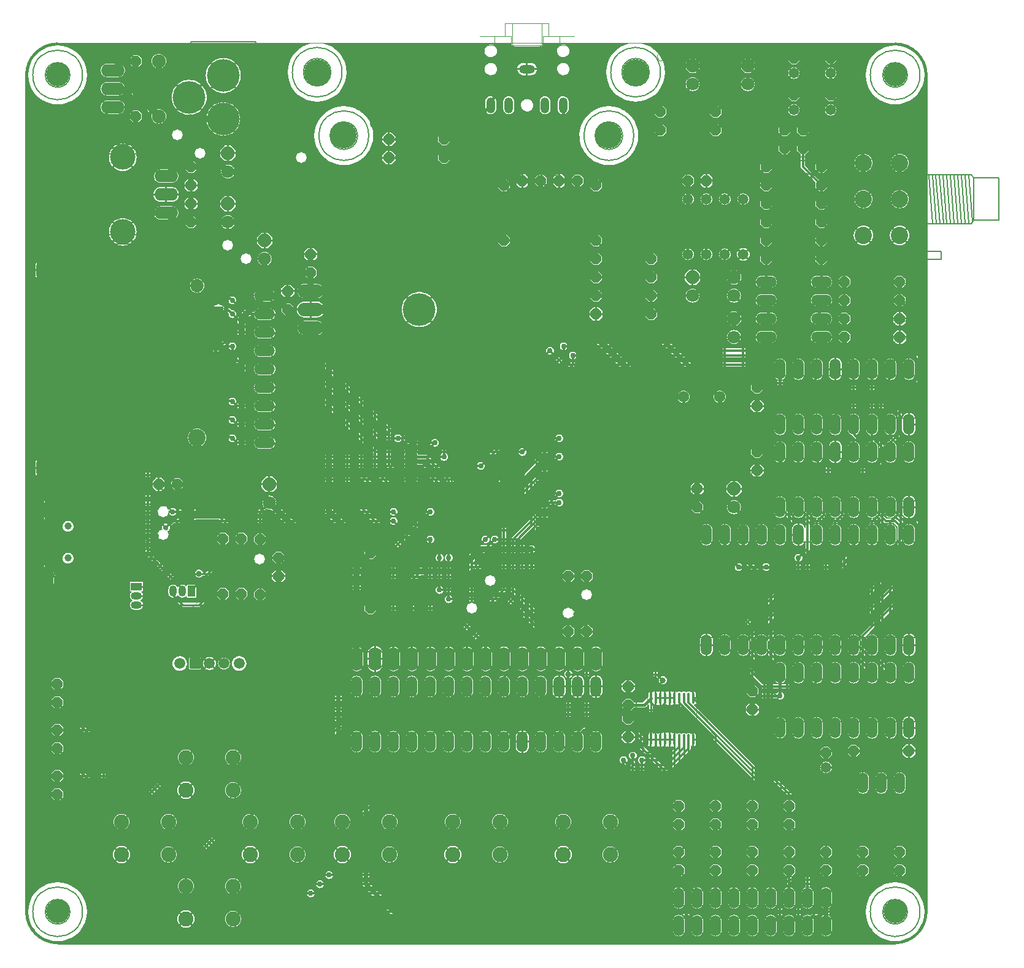
<source format=gbs>
%TF.GenerationSoftware,KiCad,Pcbnew,7.0.2*%
%TF.CreationDate,2024-05-21T23:14:25+08:00*%
%TF.ProjectId,MegaGRRLDesktop,4d656761-4752-4524-9c44-65736b746f70,rev?*%
%TF.SameCoordinates,Original*%
%TF.FileFunction,Soldermask,Bot*%
%TF.FilePolarity,Negative*%
%FSLAX46Y46*%
G04 Gerber Fmt 4.6, Leading zero omitted, Abs format (unit mm)*
G04 Created by KiCad (PCBNEW 7.0.2) date 2024-05-21 23:14:25*
%MOMM*%
%LPD*%
G01*
G04 APERTURE LIST*
G04 Aperture macros list*
%AMRoundRect*
0 Rectangle with rounded corners*
0 $1 Rounding radius*
0 $2 $3 $4 $5 $6 $7 $8 $9 X,Y pos of 4 corners*
0 Add a 4 corners polygon primitive as box body*
4,1,4,$2,$3,$4,$5,$6,$7,$8,$9,$2,$3,0*
0 Add four circle primitives for the rounded corners*
1,1,$1+$1,$2,$3*
1,1,$1+$1,$4,$5*
1,1,$1+$1,$6,$7*
1,1,$1+$1,$8,$9*
0 Add four rect primitives between the rounded corners*
20,1,$1+$1,$2,$3,$4,$5,0*
20,1,$1+$1,$4,$5,$6,$7,0*
20,1,$1+$1,$6,$7,$8,$9,0*
20,1,$1+$1,$8,$9,$2,$3,0*%
%AMOutline5P*
0 Free polygon, 5 corners , with rotation*
0 The origin of the aperture is its center*
0 number of corners: always 5*
0 $1 to $10 corner X, Y*
0 $11 Rotation angle, in degrees counterclockwise*
0 create outline with 5 corners*
4,1,5,$1,$2,$3,$4,$5,$6,$7,$8,$9,$10,$1,$2,$11*%
%AMOutline6P*
0 Free polygon, 6 corners , with rotation*
0 The origin of the aperture is its center*
0 number of corners: always 6*
0 $1 to $12 corner X, Y*
0 $13 Rotation angle, in degrees counterclockwise*
0 create outline with 6 corners*
4,1,6,$1,$2,$3,$4,$5,$6,$7,$8,$9,$10,$11,$12,$1,$2,$13*%
%AMOutline7P*
0 Free polygon, 7 corners , with rotation*
0 The origin of the aperture is its center*
0 number of corners: always 7*
0 $1 to $14 corner X, Y*
0 $15 Rotation angle, in degrees counterclockwise*
0 create outline with 7 corners*
4,1,7,$1,$2,$3,$4,$5,$6,$7,$8,$9,$10,$11,$12,$13,$14,$1,$2,$15*%
%AMOutline8P*
0 Free polygon, 8 corners , with rotation*
0 The origin of the aperture is its center*
0 number of corners: always 8*
0 $1 to $16 corner X, Y*
0 $17 Rotation angle, in degrees counterclockwise*
0 create outline with 8 corners*
4,1,8,$1,$2,$3,$4,$5,$6,$7,$8,$9,$10,$11,$12,$13,$14,$15,$16,$1,$2,$17*%
%AMFreePoly0*
4,1,25,0.333266,0.742596,0.345389,0.732242,0.732242,0.345389,0.760749,0.289441,0.762000,0.273547,0.762000,-0.273547,0.742596,-0.333266,0.732242,-0.345389,0.345389,-0.732242,0.289441,-0.760749,0.273547,-0.762000,-0.273547,-0.762000,-0.333266,-0.742596,-0.345389,-0.732242,-0.732242,-0.345389,-0.760749,-0.289441,-0.762000,-0.273547,-0.762000,0.273547,-0.742596,0.333266,-0.732242,0.345389,
-0.345389,0.732242,-0.289441,0.760749,-0.273547,0.762000,0.273547,0.762000,0.333266,0.742596,0.333266,0.742596,$1*%
%AMFreePoly1*
4,1,25,0.391131,0.882296,0.403254,0.871942,0.871942,0.403254,0.900449,0.347306,0.901700,0.331412,0.901700,-0.331412,0.882296,-0.391131,0.871942,-0.403254,0.403254,-0.871942,0.347306,-0.900449,0.331412,-0.901700,-0.331412,-0.901700,-0.391131,-0.882296,-0.403254,-0.871942,-0.871942,-0.403254,-0.900449,-0.347306,-0.901700,-0.331412,-0.901700,0.331412,-0.882296,0.391131,-0.871942,0.403254,
-0.403254,0.871942,-0.347306,0.900449,-0.331412,0.901700,0.331412,0.901700,0.391131,0.882296,0.391131,0.882296,$1*%
%AMFreePoly2*
4,1,25,0.322745,0.717196,0.334868,0.706842,0.706842,0.334868,0.735349,0.278920,0.736600,0.263026,0.736600,-0.263026,0.717196,-0.322745,0.706842,-0.334868,0.334868,-0.706842,0.278920,-0.735349,0.263026,-0.736600,-0.263026,-0.736600,-0.322745,-0.717196,-0.334868,-0.706842,-0.706842,-0.334868,-0.735349,-0.278920,-0.736600,-0.263026,-0.736600,0.263026,-0.717196,0.322745,-0.706842,0.334868,
-0.334868,0.706842,-0.278920,0.735349,-0.263026,0.736600,0.263026,0.736600,0.322745,0.717196,0.322745,0.717196,$1*%
G04 Aperture macros list end*
%ADD10FreePoly0,0.000000*%
%ADD11FreePoly0,90.000000*%
%ADD12O,1.524000X2.844800*%
%ADD13FreePoly0,180.000000*%
%ADD14C,1.803400*%
%ADD15FreePoly1,90.000000*%
%ADD16C,1.473200*%
%ADD17FreePoly2,90.000000*%
%ADD18C,1.574800*%
%ADD19FreePoly0,270.000000*%
%ADD20C,2.082800*%
%ADD21O,2.844800X1.524000*%
%ADD22C,1.903200*%
%ADD23C,1.500000*%
%ADD24RoundRect,0.101600X-0.654000X-0.654000X0.654000X-0.654000X0.654000X0.654000X-0.654000X0.654000X0*%
%ADD25C,1.511200*%
%ADD26O,3.251200X1.727200*%
%ADD27O,1.727200X3.251200*%
%ADD28O,1.200000X2.200000*%
%ADD29O,2.200000X1.200000*%
%ADD30C,2.387600*%
%ADD31C,1.000000*%
%ADD32O,3.556000X1.879600*%
%ADD33C,4.521200*%
%ADD34R,1.050000X1.500000*%
%ADD35O,1.050000X1.500000*%
%ADD36C,3.505200*%
%ADD37C,1.853200*%
%ADD38C,2.403200*%
%ADD39R,1.500000X1.050000*%
%ADD40O,1.500000X1.050000*%
%ADD41RoundRect,0.100000X-0.100000X0.637500X-0.100000X-0.637500X0.100000X-0.637500X0.100000X0.637500X0*%
%ADD42C,3.600000*%
%ADD43RoundRect,0.736600X0.000000X0.000000X0.000000X0.000000X0.000000X0.000000X0.000000X0.000000X0*%
%ADD44C,3.200000*%
%TA.AperFunction,ComponentPad*%
%ADD45Outline8P,-0.660400X0.273547X-0.273547X0.660400X0.273547X0.660400X0.660400X0.273547X0.660400X-0.273547X0.273547X-0.660400X-0.273547X-0.660400X-0.660400X-0.273547X0.000000*%
%TD*%
%TA.AperFunction,ComponentPad*%
%ADD46Outline8P,-0.660400X0.273547X-0.273547X0.660400X0.273547X0.660400X0.660400X0.273547X0.660400X-0.273547X0.273547X-0.660400X-0.273547X-0.660400X-0.660400X-0.273547X90.000000*%
%TD*%
%TA.AperFunction,ComponentPad*%
%ADD47O,1.320800X2.641600*%
%TD*%
%TA.AperFunction,ComponentPad*%
%ADD48Outline8P,-0.660400X0.273547X-0.273547X0.660400X0.273547X0.660400X0.660400X0.273547X0.660400X-0.273547X0.273547X-0.660400X-0.273547X-0.660400X-0.660400X-0.273547X180.000000*%
%TD*%
%TA.AperFunction,ComponentPad*%
%ADD49C,1.600200*%
%TD*%
%TA.AperFunction,ComponentPad*%
%ADD50Outline8P,-0.800100X0.331412X-0.331412X0.800100X0.331412X0.800100X0.800100X0.331412X0.800100X-0.331412X0.331412X-0.800100X-0.331412X-0.800100X-0.800100X-0.331412X90.000000*%
%TD*%
%TA.AperFunction,ComponentPad*%
%ADD51C,1.270000*%
%TD*%
%TA.AperFunction,ComponentPad*%
%ADD52Outline8P,-0.635000X0.263026X-0.263026X0.635000X0.263026X0.635000X0.635000X0.263026X0.635000X-0.263026X0.263026X-0.635000X-0.263026X-0.635000X-0.635000X-0.263026X90.000000*%
%TD*%
%TA.AperFunction,ComponentPad*%
%ADD53C,1.371600*%
%TD*%
%TA.AperFunction,ComponentPad*%
%ADD54Outline8P,-0.660400X0.273547X-0.273547X0.660400X0.273547X0.660400X0.660400X0.273547X0.660400X-0.273547X0.273547X-0.660400X-0.273547X-0.660400X-0.660400X-0.273547X270.000000*%
%TD*%
%TA.AperFunction,ComponentPad*%
%ADD55C,1.879600*%
%TD*%
%TA.AperFunction,ComponentPad*%
%ADD56O,2.641600X1.320800*%
%TD*%
%TA.AperFunction,ComponentPad*%
%ADD57C,1.700000*%
%TD*%
%TA.AperFunction,ComponentPad*%
%ADD58R,1.308000X1.308000*%
%TD*%
%TA.AperFunction,ComponentPad*%
%ADD59C,1.308000*%
%TD*%
%TA.AperFunction,ComponentPad*%
%ADD60O,3.048000X1.524000*%
%TD*%
%TA.AperFunction,ComponentPad*%
%ADD61O,1.524000X3.048000*%
%TD*%
%TA.AperFunction,SMDPad,CuDef*%
%ADD62RoundRect,0.100000X0.100000X-0.637500X0.100000X0.637500X-0.100000X0.637500X-0.100000X-0.637500X0*%
%TD*%
%TA.AperFunction,ComponentPad*%
%ADD63O,1.200000X2.200000*%
%TD*%
%TA.AperFunction,ComponentPad*%
%ADD64O,2.200000X1.200000*%
%TD*%
%TA.AperFunction,ComponentPad*%
%ADD65C,2.184400*%
%TD*%
%TA.AperFunction,SMDPad,CuDef*%
%ADD66R,2.000000X0.500000*%
%TD*%
%TA.AperFunction,SMDPad,CuDef*%
%ADD67R,1.700000X2.000000*%
%TD*%
%TA.AperFunction,ComponentPad*%
%ADD68O,3.352800X1.676400*%
%TD*%
%TA.AperFunction,ComponentPad*%
%ADD69C,4.318000*%
%TD*%
%TA.AperFunction,ComponentPad*%
%ADD70R,1.050000X1.500000*%
%TD*%
%TA.AperFunction,ComponentPad*%
%ADD71O,1.050000X1.500000*%
%TD*%
%TA.AperFunction,ComponentPad*%
%ADD72C,3.302000*%
%TD*%
%TA.AperFunction,SMDPad,CuDef*%
%ADD73R,1.500000X1.000000*%
%TD*%
%TA.AperFunction,SMDPad,CuDef*%
%ADD74R,1.500000X0.700000*%
%TD*%
%TA.AperFunction,SMDPad,CuDef*%
%ADD75R,2.800000X1.500000*%
%TD*%
%TA.AperFunction,ComponentPad*%
%ADD76C,1.650000*%
%TD*%
%TA.AperFunction,ComponentPad*%
%ADD77C,2.200000*%
%TD*%
%TA.AperFunction,SMDPad,CuDef*%
%ADD78RoundRect,0.150000X-0.825000X-0.150000X0.825000X-0.150000X0.825000X0.150000X-0.825000X0.150000X0*%
%TD*%
%TA.AperFunction,SMDPad,CuDef*%
%ADD79R,1.981200X0.558800*%
%TD*%
%TA.AperFunction,ComponentPad*%
%ADD80R,1.500000X1.050000*%
%TD*%
%TA.AperFunction,ComponentPad*%
%ADD81O,1.500000X1.050000*%
%TD*%
%TA.AperFunction,SMDPad,CuDef*%
%ADD82R,1.500000X0.900000*%
%TD*%
%TA.AperFunction,SMDPad,CuDef*%
%ADD83R,0.900000X1.500000*%
%TD*%
%TA.AperFunction,SMDPad,CuDef*%
%ADD84R,6.000000X6.000000*%
%TD*%
%TA.AperFunction,ViaPad*%
%ADD85C,0.756400*%
%TD*%
%TA.AperFunction,ViaPad*%
%ADD86C,0.800000*%
%TD*%
%TA.AperFunction,Conductor*%
%ADD87C,0.250000*%
%TD*%
%TA.AperFunction,Conductor*%
%ADD88C,0.304800*%
%TD*%
%TA.AperFunction,Conductor*%
%ADD89C,0.406400*%
%TD*%
%TA.AperFunction,Conductor*%
%ADD90C,0.812800*%
%TD*%
%TA.AperFunction,Conductor*%
%ADD91C,0.609600*%
%TD*%
%TA.AperFunction,Conductor*%
%ADD92C,0.254000*%
%TD*%
%TA.AperFunction,SMDPad,CuDef*%
%ADD93RoundRect,0.100000X-0.100000X0.637500X-0.100000X-0.637500X0.100000X-0.637500X0.100000X0.637500X0*%
%TD*%
%TA.AperFunction,SMDPad,CuDef*%
%ADD94RoundRect,0.635000X0.000000X0.000000X0.000000X0.000000X0.000000X0.000000X0.000000X0.000000X0*%
%TD*%
%ADD95RoundRect,0.100000X0.100000X-0.637500X0.100000X0.637500X-0.100000X0.637500X-0.100000X-0.637500X0*%
%ADD96R,2.000000X0.500000*%
%ADD97R,1.700000X2.000000*%
%ADD98R,1.500000X1.000000*%
%ADD99R,1.500000X0.700000*%
%ADD100R,2.800000X1.500000*%
%ADD101RoundRect,0.150000X-0.825000X-0.150000X0.825000X-0.150000X0.825000X0.150000X-0.825000X0.150000X0*%
%ADD102R,1.981200X0.558800*%
%ADD103R,1.500000X0.900000*%
%ADD104R,0.900000X1.500000*%
%ADD105R,6.000000X6.000000*%
%ADD106C,0.254000*%
%ADD107C,0.142240*%
%ADD108C,0.203200*%
%ADD109C,0.101600*%
%ADD110C,0.121920*%
%ADD111C,0.089154*%
%ADD112C,0.114300*%
%ADD113C,0.127000*%
%ADD114C,0.119380*%
%ADD115C,0.118872*%
%ADD116C,0.099060*%
%ADD117C,0.044875*%
%ADD118C,0.150000*%
%ADD119C,0.093472*%
%ADD120C,0.160020*%
%ADD121C,0.097536*%
%ADD122C,0.071628*%
%ADD123C,0.076200*%
%ADD124C,0.059822*%
%ADD125C,0.152400*%
%ADD126C,0.304800*%
%ADD127C,0.050800*%
%ADD128C,0.120000*%
%ADD129RoundRect,0.101600X-0.750000X-0.500000X0.750000X-0.500000X0.750000X0.500000X-0.750000X0.500000X0*%
%ADD130RoundRect,0.101600X-0.750000X-0.350000X0.750000X-0.350000X0.750000X0.350000X-0.750000X0.350000X0*%
%ADD131RoundRect,0.101600X-1.400000X-0.750000X1.400000X-0.750000X1.400000X0.750000X-1.400000X0.750000X0*%
%ADD132RoundRect,0.101600X-0.990600X-0.279400X0.990600X-0.279400X0.990600X0.279400X-0.990600X0.279400X0*%
%ADD133RoundRect,0.101600X-0.750000X0.450000X-0.750000X-0.450000X0.750000X-0.450000X0.750000X0.450000X0*%
%ADD134RoundRect,0.101600X-0.450000X-0.750000X0.450000X-0.750000X0.450000X0.750000X-0.450000X0.750000X0*%
%ADD135RoundRect,0.101600X-3.000000X3.000000X-3.000000X-3.000000X3.000000X-3.000000X3.000000X3.000000X0*%
%ADD136C,0.182880*%
%ADD137C,0.113792*%
%TA.AperFunction,Profile*%
%ADD138C,0.025400*%
%TD*%
%TA.AperFunction,Profile*%
%ADD139C,0.120000*%
%TD*%
G04 APERTURE END LIST*
D10*
%TO.C,R28*%
X136436100Y-58648600D03*
X144056100Y-58648600D03*
%TD*%
D11*
%TO.C,LED9*%
X181521100Y-150723600D03*
X181521100Y-148183600D03*
%TD*%
D12*
%TO.C,R23*%
X206921100Y-145008600D03*
X201841100Y-145008600D03*
X204381100Y-145008600D03*
%TD*%
D13*
%TO.C,R5*%
X196126100Y-70078600D03*
X188506100Y-70078600D03*
%TD*%
D14*
%TO.C,C20*%
X178346100Y-48488600D03*
D15*
X178346100Y-45948600D03*
%TD*%
D16*
%TO.C,C16*%
X192316100Y-46964600D03*
D17*
X192316100Y-44932600D03*
%TD*%
D10*
%TO.C,C5*%
X177711100Y-61823600D03*
X180251100Y-61823600D03*
%TD*%
D18*
%TO.C,L1*%
X182079900Y-91668600D03*
X177076100Y-91668600D03*
%TD*%
D13*
%TO.C,R24*%
X172631100Y-77698600D03*
X165011100Y-77698600D03*
%TD*%
D19*
%TO.C,C35*%
X169456100Y-136118600D03*
X169456100Y-138658600D03*
%TD*%
D11*
%TO.C,R26*%
X101511100Y-52933600D03*
X101511100Y-45313600D03*
%TD*%
D13*
%TO.C,R9*%
X196126100Y-64998600D03*
X188506100Y-64998600D03*
%TD*%
D20*
%TO.C,SWC0*%
X160489900Y-150368000D03*
X166992300Y-150368000D03*
X160489900Y-154889200D03*
X166992300Y-154889200D03*
%TD*%
D21*
%TO.C,S1*%
X196126100Y-83413600D03*
X196126100Y-80873600D03*
X196126100Y-78333600D03*
X196126100Y-75793600D03*
X188506100Y-75793600D03*
X188506100Y-78333600D03*
X188506100Y-80873600D03*
X188506100Y-83413600D03*
%TD*%
D19*
%TO.C,C9*%
X121196100Y-113893600D03*
X121196100Y-116433600D03*
%TD*%
D13*
%TO.C,R11*%
X196126100Y-67538600D03*
X188506100Y-67538600D03*
%TD*%
D22*
%TO.C,D3*%
X104686100Y-45313600D03*
X104686100Y-52933600D03*
%TD*%
D19*
%TO.C,R31*%
X116078000Y-111252000D03*
X116078000Y-118872000D03*
%TD*%
D11*
%TO.C,R15*%
X165011100Y-70078600D03*
X165011100Y-62458600D03*
%TD*%
D23*
%TO.C,S2*%
X107571100Y-128498600D03*
X115771100Y-128498600D03*
D24*
X109671100Y-128498600D03*
D25*
X111671100Y-128498600D03*
X113671100Y-128498600D03*
%TD*%
D11*
%TO.C,LED5*%
X196761100Y-157073600D03*
X196761100Y-154533600D03*
%TD*%
D14*
%TO.C,C21*%
X185966100Y-48488600D03*
D15*
X185966100Y-45948600D03*
%TD*%
D13*
%TO.C,R19*%
X181521100Y-52298600D03*
X173901100Y-52298600D03*
%TD*%
D26*
%TO.C,IC6*%
X105702100Y-66268600D03*
X105702100Y-63728600D03*
X105702100Y-61188600D03*
%TD*%
D12*
%TO.C,IC2*%
X190411100Y-106908600D03*
X192951100Y-106908600D03*
X195491100Y-106908600D03*
X198031100Y-106908600D03*
X200571100Y-106908600D03*
X203111100Y-106908600D03*
X205651100Y-106908600D03*
X208191100Y-106908600D03*
X208191100Y-99288600D03*
X205651100Y-99288600D03*
X203111100Y-99288600D03*
X200571100Y-99288600D03*
X198031100Y-99288600D03*
X195491100Y-99288600D03*
X192951100Y-99288600D03*
X190411100Y-99288600D03*
%TD*%
D11*
%TO.C,R16*%
X152311100Y-70078600D03*
X152311100Y-62458600D03*
%TD*%
%TO.C,LED1*%
X176441100Y-157073600D03*
X176441100Y-154533600D03*
%TD*%
D27*
%TO.C,JP1*%
X131991100Y-127863600D03*
X134531100Y-127863600D03*
X137071100Y-127863600D03*
X139611100Y-127863600D03*
X142151100Y-127863600D03*
X144691100Y-127863600D03*
X147231100Y-127863600D03*
X149771100Y-127863600D03*
X152311100Y-127863600D03*
X154851100Y-127863600D03*
X157391100Y-127863600D03*
X159931100Y-127863600D03*
X162471100Y-127863600D03*
X165011100Y-127863600D03*
%TD*%
D13*
%TO.C,R7*%
X196126100Y-72618600D03*
X188506100Y-72618600D03*
%TD*%
%TO.C,R21*%
X206921100Y-80873600D03*
X199301100Y-80873600D03*
%TD*%
D11*
%TO.C,LED2*%
X181521100Y-157073600D03*
X181521100Y-154533600D03*
%TD*%
D20*
%TO.C,SWUP0*%
X108419900Y-141478000D03*
X114922300Y-141478000D03*
X108419900Y-145999200D03*
X114922300Y-145999200D03*
%TD*%
D16*
%TO.C,C8*%
X196761100Y-142849600D03*
D17*
X196761100Y-140817600D03*
%TD*%
D28*
%TO.C,J2*%
X160486100Y-51400000D03*
X157986100Y-51400000D03*
D29*
X155486100Y-46400000D03*
D28*
X150486100Y-51400000D03*
X152986100Y-51400000D03*
%TD*%
D19*
%TO.C,C29*%
X109131100Y-59918600D03*
X109131100Y-62458600D03*
%TD*%
D12*
%TO.C,RN3*%
X196761100Y-164693600D03*
X194221100Y-164693600D03*
X191681100Y-164693600D03*
X189141100Y-164693600D03*
X186601100Y-164693600D03*
X184061100Y-164693600D03*
X181521100Y-164693600D03*
X178981100Y-164693600D03*
X176441100Y-164693600D03*
%TD*%
D30*
%TO.C,R14*%
X206921100Y-69363600D03*
X206921100Y-64363600D03*
X206921100Y-59363600D03*
X201921100Y-69363600D03*
X201921100Y-64363600D03*
X201921100Y-59363600D03*
%TD*%
D20*
%TO.C,SWLEFT0*%
X99529900Y-150368000D03*
X106032300Y-150368000D03*
X99529900Y-154889200D03*
X106032300Y-154889200D03*
%TD*%
D10*
%TO.C,R27*%
X136436100Y-56108600D03*
X144056100Y-56108600D03*
%TD*%
D11*
%TO.C,C32*%
X122466100Y-79603600D03*
X122466100Y-77063600D03*
%TD*%
D14*
%TO.C,C2*%
X178346100Y-77698600D03*
D15*
X178346100Y-75158600D03*
%TD*%
D31*
%TO.C,J1*%
X92150000Y-109550000D03*
X92150000Y-113950000D03*
%TD*%
D12*
%TO.C,RN1*%
X196761100Y-160883600D03*
X194221100Y-160883600D03*
X191681100Y-160883600D03*
X189141100Y-160883600D03*
X186601100Y-160883600D03*
X184061100Y-160883600D03*
X181521100Y-160883600D03*
X178981100Y-160883600D03*
X176441100Y-160883600D03*
%TD*%
D20*
%TO.C,SWDOWN0*%
X108419900Y-159258000D03*
X114922300Y-159258000D03*
X108419900Y-163779200D03*
X114922300Y-163779200D03*
%TD*%
D11*
%TO.C,LED4*%
X191681100Y-157073600D03*
X191681100Y-154533600D03*
%TD*%
D32*
%TO.C,IC1*%
X125641100Y-77063600D03*
X125641100Y-79603600D03*
X125641100Y-82143600D03*
D33*
X140627100Y-79603600D03*
%TD*%
D21*
%TO.C,RN2*%
X119291100Y-77698600D03*
X119291100Y-80238600D03*
X119291100Y-82778600D03*
X119291100Y-85318600D03*
X119291100Y-87858600D03*
X119291100Y-90398600D03*
X119291100Y-92938600D03*
X119291100Y-95478600D03*
X119291100Y-98018600D03*
%TD*%
D19*
%TO.C,C1*%
X187236100Y-90398600D03*
X187236100Y-92938600D03*
%TD*%
D14*
%TO.C,C26*%
X114211100Y-67538600D03*
D15*
X114211100Y-64998600D03*
%TD*%
D13*
%TO.C,R17*%
X172631100Y-72618600D03*
X165011100Y-72618600D03*
%TD*%
D34*
%TO.C,Q3*%
X109220000Y-118512000D03*
D35*
X107950000Y-118512000D03*
X106680000Y-118512000D03*
%TD*%
D11*
%TO.C,LED6*%
X201841100Y-157073600D03*
X201841100Y-154533600D03*
%TD*%
%TO.C,LED3*%
X186601100Y-157073600D03*
X186601100Y-154533600D03*
%TD*%
D16*
%TO.C,IC5*%
X177711100Y-71983600D03*
X180251100Y-71983600D03*
X182791100Y-71983600D03*
X185331100Y-71983600D03*
X185331100Y-64363600D03*
X182791100Y-64363600D03*
X180251100Y-64363600D03*
X177711100Y-64363600D03*
%TD*%
D10*
%TO.C,R4*%
X188506100Y-62458600D03*
X196126100Y-62458600D03*
%TD*%
D14*
%TO.C,C33*%
X119291100Y-72618600D03*
D15*
X119291100Y-70078600D03*
%TD*%
D11*
%TO.C,LED11*%
X191681100Y-150723600D03*
X191681100Y-148183600D03*
%TD*%
D36*
%TO.C,KK1*%
X99707700Y-68884800D03*
X99707700Y-58572400D03*
%TD*%
D13*
%TO.C,C4*%
X193586100Y-57378600D03*
X191046100Y-57378600D03*
%TD*%
D11*
%TO.C,R1*%
X163741100Y-124053600D03*
X163741100Y-116433600D03*
%TD*%
%TO.C,LED12*%
X90678000Y-133858000D03*
X90678000Y-131318000D03*
%TD*%
D14*
%TO.C,C13*%
X184061100Y-106908600D03*
D15*
X184061100Y-104368600D03*
%TD*%
D11*
%TO.C,R13*%
X118656100Y-118973600D03*
X118656100Y-111353600D03*
%TD*%
D13*
%TO.C,C24*%
X107226100Y-103733600D03*
X104686100Y-103733600D03*
%TD*%
D10*
%TO.C,R6*%
X199301100Y-78333600D03*
X206921100Y-78333600D03*
%TD*%
D11*
%TO.C,LED13*%
X90678000Y-140208000D03*
X90678000Y-137668000D03*
%TD*%
D10*
%TO.C,R3*%
X188506100Y-59918600D03*
X196126100Y-59918600D03*
%TD*%
D12*
%TO.C,IC3*%
X190411100Y-95478600D03*
X192951100Y-95478600D03*
X195491100Y-95478600D03*
X198031100Y-95478600D03*
X200571100Y-95478600D03*
X203111100Y-95478600D03*
X205651100Y-95478600D03*
X208191100Y-95478600D03*
X208191100Y-87858600D03*
X205651100Y-87858600D03*
X203111100Y-87858600D03*
X200571100Y-87858600D03*
X198031100Y-87858600D03*
X195491100Y-87858600D03*
X192951100Y-87858600D03*
X190411100Y-87858600D03*
%TD*%
D11*
%TO.C,LED7*%
X206921100Y-157073600D03*
X206921100Y-154533600D03*
%TD*%
D13*
%TO.C,R22*%
X206921100Y-83413600D03*
X199301100Y-83413600D03*
%TD*%
D14*
%TO.C,C6*%
X184061100Y-77698600D03*
D15*
X184061100Y-75158600D03*
%TD*%
D13*
%TO.C,C18*%
X162471100Y-61823600D03*
X159931100Y-61823600D03*
%TD*%
D20*
%TO.C,SWA0*%
X130009900Y-150368000D03*
X136512300Y-150368000D03*
X130009900Y-154889200D03*
X136512300Y-154889200D03*
%TD*%
D16*
%TO.C,C14*%
X197396100Y-46964600D03*
D17*
X197396100Y-44932600D03*
%TD*%
D19*
%TO.C,C11*%
X186601100Y-132308600D03*
X186601100Y-134848600D03*
%TD*%
%TO.C,C25*%
X187236100Y-99288600D03*
X187236100Y-101828600D03*
%TD*%
D14*
%TO.C,C28*%
X114211100Y-60553600D03*
D15*
X114211100Y-58013600D03*
%TD*%
D11*
%TO.C,LED8*%
X176441100Y-150723600D03*
X176441100Y-148183600D03*
%TD*%
D12*
%TO.C,IC7*%
X205651100Y-110718600D03*
X205651100Y-125958600D03*
X208191100Y-110718600D03*
X200571100Y-110718600D03*
X203111100Y-110718600D03*
X198031100Y-110718600D03*
X195491100Y-110718600D03*
X192951100Y-110718600D03*
X185331100Y-110718600D03*
X182791100Y-125958600D03*
X185331100Y-125958600D03*
X187871100Y-125958600D03*
X190411100Y-125958600D03*
X192951100Y-125958600D03*
X195491100Y-125958600D03*
X198031100Y-125958600D03*
X200571100Y-125958600D03*
X180251100Y-125958600D03*
X208191100Y-125958600D03*
X180251100Y-110718600D03*
X187871100Y-110718600D03*
X190411100Y-110718600D03*
X203111100Y-125958600D03*
X182791100Y-110718600D03*
%TD*%
D37*
%TO.C,J3*%
X109956100Y-76323600D03*
D38*
X109956100Y-97323600D03*
%TD*%
D10*
%TO.C,R10*%
X200571100Y-140563600D03*
X208191100Y-140563600D03*
%TD*%
D13*
%TO.C,C19*%
X157391100Y-61823600D03*
X154851100Y-61823600D03*
%TD*%
D11*
%TO.C,C12*%
X178981100Y-106908600D03*
X178981100Y-104368600D03*
%TD*%
D12*
%TO.C,IC8*%
X203111100Y-137388600D03*
X200571100Y-137388600D03*
X195491100Y-129768600D03*
X205651100Y-129768600D03*
X203111100Y-129768600D03*
X200571100Y-129768600D03*
X198031100Y-129768600D03*
X192951100Y-129768600D03*
X190411100Y-137388600D03*
X192951100Y-137388600D03*
X195491100Y-137388600D03*
X208191100Y-137388600D03*
X208191100Y-129768600D03*
X198031100Y-137388600D03*
X205651100Y-137388600D03*
X190411100Y-129768600D03*
%TD*%
D10*
%TO.C,R8*%
X199301100Y-75793600D03*
X206921100Y-75793600D03*
%TD*%
D26*
%TO.C,Q1*%
X98336100Y-49123600D03*
X98336100Y-51663600D03*
X98336100Y-46583600D03*
%TD*%
D13*
%TO.C,C3*%
X193586100Y-54838600D03*
X191046100Y-54838600D03*
%TD*%
%TO.C,R18*%
X172631100Y-75158600D03*
X165011100Y-75158600D03*
%TD*%
D11*
%TO.C,R12*%
X133896100Y-120878600D03*
X133896100Y-113258600D03*
%TD*%
D33*
%TO.C,J4*%
X113576100Y-47298600D03*
X108876100Y-50298600D03*
X113576100Y-53298600D03*
%TD*%
D11*
%TO.C,C30*%
X109131100Y-67538600D03*
X109131100Y-64998600D03*
%TD*%
%TO.C,C31*%
X125641100Y-74523600D03*
X125641100Y-71983600D03*
%TD*%
D39*
%TO.C,Q2*%
X101600000Y-117856000D03*
D40*
X101600000Y-119126000D03*
X101600000Y-120396000D03*
%TD*%
D20*
%TO.C,SWRIGHT0*%
X117309900Y-150368000D03*
X123812300Y-150368000D03*
X117309900Y-154889200D03*
X123812300Y-154889200D03*
%TD*%
D16*
%TO.C,C17*%
X192316100Y-52044600D03*
D17*
X192316100Y-50012600D03*
%TD*%
D13*
%TO.C,R20*%
X181521100Y-54838600D03*
X173901100Y-54838600D03*
%TD*%
D10*
%TO.C,R25*%
X165011100Y-80238600D03*
X172631100Y-80238600D03*
%TD*%
D20*
%TO.C,SWB0*%
X145249900Y-150368000D03*
X151752300Y-150368000D03*
X145249900Y-154889200D03*
X151752300Y-154889200D03*
%TD*%
D11*
%TO.C,LED14*%
X90678000Y-146558000D03*
X90678000Y-144018000D03*
%TD*%
D14*
%TO.C,C7*%
X184061100Y-83413600D03*
D15*
X184061100Y-80873600D03*
%TD*%
D19*
%TO.C,R29*%
X113538000Y-111252000D03*
X113538000Y-118872000D03*
%TD*%
D16*
%TO.C,C15*%
X197396100Y-52044600D03*
D17*
X197396100Y-50012600D03*
%TD*%
D11*
%TO.C,C34*%
X169456100Y-134213600D03*
X169456100Y-131673600D03*
%TD*%
%TO.C,LED10*%
X186601100Y-150723600D03*
X186601100Y-148183600D03*
%TD*%
%TO.C,R2*%
X161201100Y-124053600D03*
X161201100Y-116433600D03*
%TD*%
D12*
%TO.C,IC4*%
X131991100Y-139293600D03*
X134531100Y-139293600D03*
X137071100Y-139293600D03*
X139611100Y-139293600D03*
X142151100Y-139293600D03*
X144691100Y-139293600D03*
X147231100Y-139293600D03*
X149771100Y-139293600D03*
X152311100Y-139293600D03*
X154851100Y-139293600D03*
X157391100Y-139293600D03*
X159931100Y-139293600D03*
X162471100Y-139293600D03*
X165011100Y-139293600D03*
X165011100Y-131673600D03*
X162471100Y-131673600D03*
X159931100Y-131673600D03*
X157391100Y-131673600D03*
X154851100Y-131673600D03*
X152311100Y-131673600D03*
X149771100Y-131673600D03*
X147231100Y-131673600D03*
X144691100Y-131673600D03*
X142151100Y-131673600D03*
X139611100Y-131673600D03*
X137071100Y-131673600D03*
X134531100Y-131673600D03*
X131991100Y-131673600D03*
%TD*%
D14*
%TO.C,C10*%
X119926100Y-106273600D03*
D15*
X119926100Y-103733600D03*
%TD*%
D41*
%TO.C,IC10*%
X172589000Y-133281500D03*
X173239000Y-133281500D03*
X173889000Y-133281500D03*
X174539000Y-133281500D03*
X175189000Y-133281500D03*
X175839000Y-133281500D03*
X176489000Y-133281500D03*
X177139000Y-133281500D03*
X177789000Y-133281500D03*
X178439000Y-133281500D03*
X178439000Y-139006500D03*
X177789000Y-139006500D03*
X177139000Y-139006500D03*
X176489000Y-139006500D03*
X175839000Y-139006500D03*
X175189000Y-139006500D03*
X174539000Y-139006500D03*
X173889000Y-139006500D03*
X173239000Y-139006500D03*
X172589000Y-139006500D03*
%TD*%
D42*
%TO.C,H1*%
X130213100Y-55600600D03*
%TD*%
D43*
%TO.C,TP_SCL0*%
X161201100Y-121513600D03*
%TD*%
%TO.C,TP_3V3*%
X116751100Y-72618600D03*
%TD*%
%TO.C,TP_RX0*%
X105321100Y-107543600D03*
%TD*%
D42*
%TO.C,H5*%
X126530100Y-46837600D03*
%TD*%
%TO.C,H2*%
X166789100Y-55600600D03*
%TD*%
D43*
%TO.C,TP_VIN_SW0*%
X114211100Y-70713600D03*
%TD*%
%TO.C,TP_GND0*%
X124371100Y-58648600D03*
%TD*%
D44*
%TO.C,H3*%
X90716100Y-47218600D03*
%TD*%
D43*
%TO.C,EX_A0*%
X150406100Y-117068600D03*
%TD*%
D42*
%TO.C,H6*%
X170472100Y-46837600D03*
%TD*%
D44*
%TO.C,H8*%
X206286100Y-47218600D03*
%TD*%
D43*
%TO.C,TP_VIN0*%
X107226100Y-55473600D03*
%TD*%
%TO.C,TP_BOOTMODE0*%
X112941100Y-79603600D03*
%TD*%
%TO.C,TP_TX0*%
X105321100Y-110718600D03*
%TD*%
%TO.C,EX_B0*%
X147866100Y-120878600D03*
%TD*%
%TO.C,TP_RESET0*%
X118618000Y-114046000D03*
%TD*%
%TO.C,TP_5V0*%
X110401100Y-58013600D03*
%TD*%
D44*
%TO.C,H4*%
X90716100Y-162788600D03*
%TD*%
%TO.C,H7*%
X206286100Y-162788600D03*
%TD*%
D43*
%TO.C,TP_SDA0*%
X163741100Y-118973600D03*
%TD*%
D45*
%TO.P,R28,1,1*%
%TO.N,GND*%
X136436100Y-58648600D03*
%TO.P,R28,2,2*%
%TO.N,Net-(J2-RING)*%
X144056100Y-58648600D03*
%TD*%
D46*
%TO.P,LED9,A,A*%
%TO.N,/LED drivers/PSG2N*%
X181521100Y-150723600D03*
%TO.P,LED9,K,C*%
%TO.N,/LED drivers/PSG2*%
X181521100Y-148183600D03*
%TD*%
D47*
%TO.P,R23,A,A*%
%TO.N,unconnected-(R23-PadA)*%
X206921100Y-145008600D03*
%TO.P,R23,E,E*%
%TO.N,Net-(C8-Pad+)*%
X201841100Y-145008600D03*
%TO.P,R23,S,S*%
%TO.N,Net-(R23-PadS)*%
X204381100Y-145008600D03*
%TD*%
D48*
%TO.P,R5,1,1*%
%TO.N,Net-(S1D-1)*%
X196126100Y-70078600D03*
%TO.P,R5,2,2*%
%TO.N,Net-(S1D-2)*%
X188506100Y-70078600D03*
%TD*%
D49*
%TO.P,C20,+,+*%
%TO.N,Net-(IC11-VO1)*%
X178346100Y-48488600D03*
D50*
%TO.P,C20,-,-*%
%TO.N,Net-(C20-Pad-)*%
X178346100Y-45948600D03*
%TD*%
D51*
%TO.P,C16,+,+*%
%TO.N,/Audio/AUDIO_LINEL*%
X192316100Y-46964600D03*
D52*
%TO.P,C16,-,-*%
%TO.N,Net-(R14A-S)*%
X192316100Y-44932600D03*
%TD*%
D45*
%TO.P,C5,1,1*%
%TO.N,+5V{slash}2*%
X177711100Y-61823600D03*
%TO.P,C5,2,2*%
%TO.N,GND*%
X180251100Y-61823600D03*
%TD*%
D53*
%TO.P,L1,1,1*%
%TO.N,+5V{slash}2*%
X182079900Y-91668600D03*
%TO.P,L1,2,2*%
%TO.N,+5V*%
X177076100Y-91668600D03*
%TD*%
D48*
%TO.P,R24,1,1*%
%TO.N,VBIAS*%
X172631100Y-77698600D03*
%TO.P,R24,2,2*%
%TO.N,+5V{slash}2*%
X165011100Y-77698600D03*
%TD*%
D54*
%TO.P,C35,1*%
%TO.N,+3V3*%
X169456100Y-136118600D03*
%TO.P,C35,2*%
%TO.N,GND*%
X169456100Y-138658600D03*
%TD*%
D46*
%TO.P,R26,1,1*%
%TO.N,Net-(Q1-PadG)*%
X101511100Y-52933600D03*
%TO.P,R26,2,2*%
%TO.N,Net-(D3-PadC)*%
X101511100Y-45313600D03*
%TD*%
D48*
%TO.P,R9,1,1*%
%TO.N,Net-(IC5A--IN)*%
X196126100Y-64998600D03*
%TO.P,R9,2,2*%
%TO.N,Net-(S1D-1)*%
X188506100Y-64998600D03*
%TD*%
D55*
%TO.P,SWC0,1,1*%
%TO.N,/Keys/KEY_C*%
X160489900Y-150368000D03*
%TO.P,SWC0,2*%
%TO.N,N/C*%
X166992300Y-150368000D03*
%TO.P,SWC0,3,2*%
%TO.N,GND*%
X160489900Y-154889200D03*
%TO.P,SWC0,4*%
%TO.N,N/C*%
X166992300Y-154889200D03*
%TD*%
D56*
%TO.P,S1,1,1*%
%TO.N,Net-(R22-Pad2)*%
X196126100Y-83413600D03*
%TO.P,S1,2,1*%
%TO.N,Net-(S1B-1)*%
X196126100Y-80873600D03*
%TO.P,S1,3,1*%
%TO.N,Net-(S1C-1)*%
X196126100Y-78333600D03*
%TO.P,S1,4,1*%
%TO.N,Net-(S1D-1)*%
X196126100Y-75793600D03*
%TO.P,S1,5,2*%
%TO.N,Net-(S1D-2)*%
X188506100Y-75793600D03*
%TO.P,S1,6,2*%
%TO.N,AUDIO_FML*%
X188506100Y-78333600D03*
%TO.P,S1,7,2*%
%TO.N,Net-(S1B-2)*%
X188506100Y-80873600D03*
%TO.P,S1,8,2*%
%TO.N,AUDIO_FMR*%
X188506100Y-83413600D03*
%TD*%
D54*
%TO.P,C9,1,1*%
%TO.N,/MCU & interface/ESP32_RESET*%
X121196100Y-113893600D03*
%TO.P,C9,2,2*%
%TO.N,GND*%
X121196100Y-116433600D03*
%TD*%
D48*
%TO.P,R11,1,1*%
%TO.N,Net-(IC5B--IN)*%
X196126100Y-67538600D03*
%TO.P,R11,2,2*%
%TO.N,Net-(S1B-1)*%
X188506100Y-67538600D03*
%TD*%
D57*
%TO.P,D3,A,A*%
%TO.N,Net-(D3-PadA)*%
X104686100Y-45313600D03*
%TO.P,D3,C,C*%
%TO.N,Net-(D3-PadC)*%
X104686100Y-52933600D03*
%TD*%
D54*
%TO.P,R31,1*%
%TO.N,Net-(IC14-~{RTS})*%
X116078000Y-111252000D03*
%TO.P,R31,2*%
%TO.N,Net-(Q3-B)*%
X116078000Y-118872000D03*
%TD*%
D46*
%TO.P,R15,1,1*%
%TO.N,Net-(IC11-IN2-)*%
X165011100Y-70078600D03*
%TO.P,R15,2,2*%
%TO.N,Net-(IC11-VO2)*%
X165011100Y-62458600D03*
%TD*%
D58*
%TO.P,S2,1,1*%
%TO.N,unconnected-(S2-Pad1)*%
X109671100Y-128498600D03*
D59*
%TO.P,S2,2,2*%
%TO.N,GND*%
X111671100Y-128498600D03*
%TO.P,S2,3,3*%
%TO.N,Net-(Q1-PadG)*%
X113671100Y-128498600D03*
%TD*%
D46*
%TO.P,LED5,A,A*%
%TO.N,/LED drivers/FM5N*%
X196761100Y-157073600D03*
%TO.P,LED5,K,C*%
%TO.N,/LED drivers/FM5*%
X196761100Y-154533600D03*
%TD*%
D49*
%TO.P,C21,+,+*%
%TO.N,Net-(IC11-VO2)*%
X185966100Y-48488600D03*
D50*
%TO.P,C21,-,-*%
%TO.N,Net-(C21-Pad-)*%
X185966100Y-45948600D03*
%TD*%
D48*
%TO.P,R19,1,1*%
%TO.N,Net-(C20-Pad-)*%
X181521100Y-52298600D03*
%TO.P,R19,2,2*%
%TO.N,Net-(J2-TIP)*%
X173901100Y-52298600D03*
%TD*%
D60*
%TO.P,IC6,1,VI*%
%TO.N,+12V*%
X105702100Y-66268600D03*
%TO.P,IC6,2,GND*%
%TO.N,GND*%
X105702100Y-63728600D03*
%TO.P,IC6,3,VO*%
%TO.N,+5V*%
X105702100Y-61188600D03*
%TD*%
D47*
%TO.P,IC2,1,QB*%
%TO.N,/Sound chips & bus/D1*%
X190411100Y-106908600D03*
%TO.P,IC2,2,QC*%
%TO.N,/Sound chips & bus/D2*%
X192951100Y-106908600D03*
%TO.P,IC2,3,QD*%
%TO.N,/Sound chips & bus/D3*%
X195491100Y-106908600D03*
%TO.P,IC2,4,QE*%
%TO.N,/Sound chips & bus/D4*%
X198031100Y-106908600D03*
%TO.P,IC2,5,QF*%
%TO.N,/Sound chips & bus/D5*%
X200571100Y-106908600D03*
%TO.P,IC2,6,QG*%
%TO.N,/Sound chips & bus/D6*%
X203111100Y-106908600D03*
%TO.P,IC2,7,QH*%
%TO.N,/Sound chips & bus/D7*%
X205651100Y-106908600D03*
%TO.P,IC2,8,GND*%
%TO.N,GND*%
X208191100Y-106908600D03*
%TO.P,IC2,9,QH\u002A*%
%TO.N,unconnected-(IC2A-QH\u002A-Pad9)*%
X208191100Y-99288600D03*
%TO.P,IC2,10,SCL*%
%TO.N,+5V*%
X205651100Y-99288600D03*
%TO.P,IC2,11,SCK*%
%TO.N,SHCLK*%
X203111100Y-99288600D03*
%TO.P,IC2,12,RCK*%
%TO.N,SHSTO*%
X200571100Y-99288600D03*
%TO.P,IC2,13,G*%
%TO.N,GND*%
X198031100Y-99288600D03*
%TO.P,IC2,14,SER*%
%TO.N,Net-(IC2A-SER)*%
X195491100Y-99288600D03*
%TO.P,IC2,15,QA*%
%TO.N,/Sound chips & bus/D0*%
X192951100Y-99288600D03*
%TO.P,IC2,16,VCC*%
%TO.N,+5V*%
X190411100Y-99288600D03*
%TD*%
D46*
%TO.P,R16,1,1*%
%TO.N,Net-(IC11-IN1-)*%
X152311100Y-70078600D03*
%TO.P,R16,2,2*%
%TO.N,Net-(IC11-VO1)*%
X152311100Y-62458600D03*
%TD*%
%TO.P,LED1,A,A*%
%TO.N,/LED drivers/FM1N*%
X176441100Y-157073600D03*
%TO.P,LED1,K,C*%
%TO.N,/LED drivers/FM1*%
X176441100Y-154533600D03*
%TD*%
D61*
%TO.P,JP1,1,1*%
%TO.N,+5V*%
X131991100Y-127863600D03*
%TO.P,JP1,2,2*%
%TO.N,GND*%
X134531100Y-127863600D03*
%TO.P,JP1,3,3*%
%TO.N,/MCU & interface/LCD_{slash}CS*%
X137071100Y-127863600D03*
%TO.P,JP1,4,4*%
%TO.N,+3V3*%
X139611100Y-127863600D03*
%TO.P,JP1,5,5*%
%TO.N,/MCU & interface/LCD_DC*%
X142151100Y-127863600D03*
%TO.P,JP1,6,6*%
%TO.N,/MCU & interface/LCD_MOSI*%
X144691100Y-127863600D03*
%TO.P,JP1,7,7*%
%TO.N,/MCU & interface/LCD_CLK*%
X147231100Y-127863600D03*
%TO.P,JP1,8,8*%
%TO.N,Net-(JP1-Pad8)*%
X149771100Y-127863600D03*
%TO.P,JP1,9,9*%
%TO.N,unconnected-(JP1-Pad9)*%
X152311100Y-127863600D03*
%TO.P,JP1,10,10*%
%TO.N,unconnected-(JP1-Pad10)*%
X154851100Y-127863600D03*
%TO.P,JP1,11,11*%
%TO.N,unconnected-(JP1-Pad11)*%
X157391100Y-127863600D03*
%TO.P,JP1,12,12*%
%TO.N,unconnected-(JP1-Pad12)*%
X159931100Y-127863600D03*
%TO.P,JP1,13,13*%
%TO.N,unconnected-(JP1-Pad13)*%
X162471100Y-127863600D03*
%TO.P,JP1,14,14*%
%TO.N,unconnected-(JP1-Pad14)*%
X165011100Y-127863600D03*
%TD*%
D62*
%TO.P,IC9,1,A0*%
%TO.N,GND*%
X172589000Y-139006500D03*
%TO.P,IC9,2,A1*%
X173239000Y-139006500D03*
%TO.P,IC9,3,A2*%
X173889000Y-139006500D03*
%TO.P,IC9,4,A3*%
X174539000Y-139006500D03*
%TO.P,IC9,5,A4*%
X175189000Y-139006500D03*
%TO.P,IC9,6,LED0*%
%TO.N,/LED drivers/PSG1*%
X175839000Y-139006500D03*
%TO.P,IC9,7,LED1*%
%TO.N,/LED drivers/FM2*%
X176489000Y-139006500D03*
%TO.P,IC9,8,LED2*%
%TO.N,/LED drivers/FM3*%
X177139000Y-139006500D03*
%TO.P,IC9,9,LED3*%
%TO.N,/LED drivers/FM4*%
X177789000Y-139006500D03*
%TO.P,IC9,10,VSS*%
%TO.N,GND*%
X178439000Y-139006500D03*
%TO.P,IC9,11,LED4*%
%TO.N,/LED drivers/PSGS*%
X178439000Y-133281500D03*
%TO.P,IC9,12,LED5*%
%TO.N,/LED drivers/PSG3*%
X177789000Y-133281500D03*
%TO.P,IC9,13,LED6*%
%TO.N,/LED drivers/PSG2*%
X177139000Y-133281500D03*
%TO.P,IC9,14,LED7*%
%TO.N,/LED drivers/FM1*%
X176489000Y-133281500D03*
%TO.P,IC9,15,OE*%
%TO.N,GND*%
X175839000Y-133281500D03*
%TO.P,IC9,16,A5*%
X175189000Y-133281500D03*
%TO.P,IC9,17,A6*%
%TO.N,+3V3*%
X174539000Y-133281500D03*
%TO.P,IC9,18,SCL*%
%TO.N,SCL*%
X173889000Y-133281500D03*
%TO.P,IC9,19,SDA*%
%TO.N,SDA*%
X173239000Y-133281500D03*
%TO.P,IC9,20,VDD*%
%TO.N,+3V3*%
X172589000Y-133281500D03*
%TD*%
D48*
%TO.P,R7,1,1*%
%TO.N,Net-(S1B-1)*%
X196126100Y-72618600D03*
%TO.P,R7,2,2*%
%TO.N,Net-(S1B-2)*%
X188506100Y-72618600D03*
%TD*%
%TO.P,R21,1,1*%
%TO.N,GND*%
X206921100Y-80873600D03*
%TO.P,R21,2,2*%
%TO.N,Net-(S1C-1)*%
X199301100Y-80873600D03*
%TD*%
D46*
%TO.P,LED2,A,A*%
%TO.N,/LED drivers/FM2N*%
X181521100Y-157073600D03*
%TO.P,LED2,K,C*%
%TO.N,/LED drivers/FM2*%
X181521100Y-154533600D03*
%TD*%
D55*
%TO.P,SWUP0,1,1*%
%TO.N,/Keys/KEY_UP*%
X108419900Y-141478000D03*
%TO.P,SWUP0,2*%
%TO.N,N/C*%
X114922300Y-141478000D03*
%TO.P,SWUP0,3,2*%
%TO.N,GND*%
X108419900Y-145999200D03*
%TO.P,SWUP0,4*%
%TO.N,N/C*%
X114922300Y-145999200D03*
%TD*%
D51*
%TO.P,C8,+,+*%
%TO.N,Net-(C8-Pad+)*%
X196761100Y-142849600D03*
D52*
%TO.P,C8,-,-*%
%TO.N,AUDIO_PSG*%
X196761100Y-140817600D03*
%TD*%
D63*
%TO.P,J2,R*%
%TO.N,Net-(J2-RING)*%
X160486100Y-51400000D03*
%TO.P,J2,RN*%
%TO.N,N/C*%
X157986100Y-51400000D03*
D64*
%TO.P,J2,S*%
%TO.N,GND*%
X155486100Y-46400000D03*
D63*
%TO.P,J2,T*%
%TO.N,Net-(J2-TIP)*%
X150486100Y-51400000D03*
%TO.P,J2,TN*%
%TO.N,N/C*%
X152986100Y-51400000D03*
%TD*%
D54*
%TO.P,C29,1,1*%
%TO.N,+5V*%
X109131100Y-59918600D03*
%TO.P,C29,2,2*%
%TO.N,GND*%
X109131100Y-62458600D03*
%TD*%
D47*
%TO.P,RN3,1,1*%
%TO.N,+5V*%
X196761100Y-164693600D03*
%TO.P,RN3,2,2*%
%TO.N,/LED drivers/FMSN*%
X194221100Y-164693600D03*
%TO.P,RN3,3,3*%
%TO.N,/LED drivers/FM6N*%
X191681100Y-164693600D03*
%TO.P,RN3,4,4*%
%TO.N,/LED drivers/FM5N*%
X189141100Y-164693600D03*
%TO.P,RN3,5,5*%
%TO.N,unconnected-(RN3-Pad5)*%
X186601100Y-164693600D03*
%TO.P,RN3,6,6*%
%TO.N,unconnected-(RN3-Pad6)*%
X184061100Y-164693600D03*
%TO.P,RN3,7,7*%
%TO.N,/LED drivers/USERCN*%
X181521100Y-164693600D03*
%TO.P,RN3,8,8*%
%TO.N,/LED drivers/USERAN*%
X178981100Y-164693600D03*
%TO.P,RN3,9,9*%
%TO.N,/LED drivers/USERBN*%
X176441100Y-164693600D03*
%TD*%
D65*
%TO.P,R14,1-1,A*%
%TO.N,GND*%
X206921100Y-69363600D03*
%TO.P,R14,1-2,S*%
%TO.N,Net-(R14A-S)*%
X206921100Y-64363600D03*
%TO.P,R14,1-3,E*%
%TO.N,Net-(R14A-E)*%
X206921100Y-59363600D03*
%TO.P,R14,2-1,A*%
%TO.N,GND*%
X201921100Y-69363600D03*
%TO.P,R14,2-2,S*%
%TO.N,Net-(R14B-S)*%
X201921100Y-64363600D03*
%TO.P,R14,2-3,E*%
%TO.N,Net-(R14B-E)*%
X201921100Y-59363600D03*
%TD*%
D55*
%TO.P,SWLEFT0,1,1*%
%TO.N,/Keys/KEY_LEFT*%
X99529900Y-150368000D03*
%TO.P,SWLEFT0,2*%
%TO.N,N/C*%
X106032300Y-150368000D03*
%TO.P,SWLEFT0,3,2*%
%TO.N,GND*%
X99529900Y-154889200D03*
%TO.P,SWLEFT0,4*%
%TO.N,N/C*%
X106032300Y-154889200D03*
%TD*%
D45*
%TO.P,R27,1,1*%
%TO.N,GND*%
X136436100Y-56108600D03*
%TO.P,R27,2,2*%
%TO.N,Net-(J2-TIP)*%
X144056100Y-56108600D03*
%TD*%
D46*
%TO.P,C32,1,1*%
%TO.N,+3V3*%
X122466100Y-79603600D03*
%TO.P,C32,2,2*%
%TO.N,GND*%
X122466100Y-77063600D03*
%TD*%
D49*
%TO.P,C2,+,+*%
%TO.N,VBIAS*%
X178346100Y-77698600D03*
D50*
%TO.P,C2,-,-*%
%TO.N,GND*%
X178346100Y-75158600D03*
%TD*%
D66*
%TO.P,J1,1,VBUS*%
%TO.N,unconnected-(J1-VBUS-Pad1)*%
X94850000Y-110150000D03*
%TO.P,J1,2,D-*%
%TO.N,Net-(IC14-UD-)*%
X94850000Y-110950000D03*
%TO.P,J1,3,D+*%
%TO.N,Net-(IC14-UD+)*%
X94850000Y-111750000D03*
%TO.P,J1,4,ID*%
%TO.N,unconnected-(J1-ID-Pad4)*%
X94850000Y-112550000D03*
%TO.P,J1,5,GND*%
%TO.N,GND*%
X94850000Y-113350000D03*
D67*
%TO.P,J1,6,Shield*%
X94750000Y-107300000D03*
X89300000Y-107300000D03*
X94750000Y-116200000D03*
X89300000Y-116200000D03*
%TD*%
D47*
%TO.P,RN1,1,1*%
%TO.N,+5V*%
X196761100Y-160883600D03*
%TO.P,RN1,2,2*%
%TO.N,/LED drivers/PSGSN*%
X194221100Y-160883600D03*
%TO.P,RN1,3,3*%
%TO.N,/LED drivers/FM4N*%
X191681100Y-160883600D03*
%TO.P,RN1,4,4*%
%TO.N,/LED drivers/PSG3N*%
X189141100Y-160883600D03*
%TO.P,RN1,5,5*%
%TO.N,/LED drivers/FM3N*%
X186601100Y-160883600D03*
%TO.P,RN1,6,6*%
%TO.N,/LED drivers/PSG2N*%
X184061100Y-160883600D03*
%TO.P,RN1,7,7*%
%TO.N,/LED drivers/FM2N*%
X181521100Y-160883600D03*
%TO.P,RN1,8,8*%
%TO.N,/LED drivers/FM1N*%
X178981100Y-160883600D03*
%TO.P,RN1,9,9*%
%TO.N,/LED drivers/PSG1N*%
X176441100Y-160883600D03*
%TD*%
D55*
%TO.P,SWDOWN0,1,1*%
%TO.N,/Keys/KEY_DOWN*%
X108419900Y-159258000D03*
%TO.P,SWDOWN0,2*%
%TO.N,N/C*%
X114922300Y-159258000D03*
%TO.P,SWDOWN0,3,2*%
%TO.N,GND*%
X108419900Y-163779200D03*
%TO.P,SWDOWN0,4*%
%TO.N,N/C*%
X114922300Y-163779200D03*
%TD*%
D46*
%TO.P,LED4,A,A*%
%TO.N,/LED drivers/FM4N*%
X191681100Y-157073600D03*
%TO.P,LED4,K,C*%
%TO.N,/LED drivers/FM4*%
X191681100Y-154533600D03*
%TD*%
D68*
%TO.P,IC1,1,VI*%
%TO.N,+12V*%
X125641100Y-77063600D03*
%TO.P,IC1,2,GND*%
%TO.N,GND*%
X125641100Y-79603600D03*
%TO.P,IC1,3,VO*%
%TO.N,+3V3*%
X125641100Y-82143600D03*
D69*
%TO.P,IC1,TAB,GND@1*%
%TO.N,GND*%
X140627100Y-79603600D03*
%TD*%
D56*
%TO.P,RN2,1,1*%
%TO.N,+3V3*%
X119291100Y-77698600D03*
%TO.P,RN2,2,2*%
%TO.N,/MCU & interface/SD_D1*%
X119291100Y-80238600D03*
%TO.P,RN2,3,3*%
%TO.N,/MCU & interface/SD_D0*%
X119291100Y-82778600D03*
%TO.P,RN2,4,4*%
%TO.N,unconnected-(RN2-Pad4)*%
X119291100Y-85318600D03*
%TO.P,RN2,5,5*%
%TO.N,unconnected-(RN2-Pad5)*%
X119291100Y-87858600D03*
%TO.P,RN2,6,6*%
%TO.N,/MCU & interface/SD_CLK*%
X119291100Y-90398600D03*
%TO.P,RN2,7,7*%
%TO.N,/MCU & interface/SD_CMD*%
X119291100Y-92938600D03*
%TO.P,RN2,8,8*%
%TO.N,/MCU & interface/SD_D3*%
X119291100Y-95478600D03*
%TO.P,RN2,9,9*%
%TO.N,/MCU & interface/SD_D2*%
X119291100Y-98018600D03*
%TD*%
D54*
%TO.P,C1,1,1*%
%TO.N,+5V*%
X187236100Y-90398600D03*
%TO.P,C1,2,2*%
%TO.N,GND*%
X187236100Y-92938600D03*
%TD*%
D49*
%TO.P,C26,+,+*%
%TO.N,+12V*%
X114211100Y-67538600D03*
D50*
%TO.P,C26,-,-*%
%TO.N,GND*%
X114211100Y-64998600D03*
%TD*%
D48*
%TO.P,R17,1,1*%
%TO.N,/Audio/AUDIO_LINEL*%
X172631100Y-72618600D03*
%TO.P,R17,2,2*%
%TO.N,Net-(IC11-IN1-)*%
X165011100Y-72618600D03*
%TD*%
D70*
%TO.P,Q3,1,E*%
%TO.N,Net-(IC14-~{DTR})*%
X109220000Y-118512000D03*
D71*
%TO.P,Q3,2,C*%
%TO.N,/MCU & interface/SD_D0*%
X107950000Y-118512000D03*
%TO.P,Q3,3,B*%
%TO.N,Net-(Q3-B)*%
X106680000Y-118512000D03*
%TD*%
D46*
%TO.P,LED6,A,A*%
%TO.N,/LED drivers/FM6N*%
X201841100Y-157073600D03*
%TO.P,LED6,K,C*%
%TO.N,/LED drivers/FM6*%
X201841100Y-154533600D03*
%TD*%
%TO.P,LED3,A,A*%
%TO.N,/LED drivers/FM3N*%
X186601100Y-157073600D03*
%TO.P,LED3,K,C*%
%TO.N,/LED drivers/FM3*%
X186601100Y-154533600D03*
%TD*%
D51*
%TO.P,IC5,1,OUT*%
%TO.N,Net-(IC5A-OUT)*%
X177711100Y-71983600D03*
%TO.P,IC5,2,-IN*%
%TO.N,Net-(IC5A--IN)*%
X180251100Y-71983600D03*
%TO.P,IC5,3,+IN*%
%TO.N,VBIAS*%
X182791100Y-71983600D03*
%TO.P,IC5,4,V-*%
%TO.N,GND*%
X185331100Y-71983600D03*
%TO.P,IC5,5,+IN*%
%TO.N,VBIAS*%
X185331100Y-64363600D03*
%TO.P,IC5,6,-IN*%
%TO.N,Net-(IC5B--IN)*%
X182791100Y-64363600D03*
%TO.P,IC5,7,OUT*%
%TO.N,Net-(IC5B-OUT)*%
X180251100Y-64363600D03*
%TO.P,IC5,8,V+*%
%TO.N,+5V{slash}2*%
X177711100Y-64363600D03*
%TD*%
D45*
%TO.P,R4,1,1*%
%TO.N,Net-(IC5B-OUT)*%
X188506100Y-62458600D03*
%TO.P,R4,2,2*%
%TO.N,Net-(IC5B--IN)*%
X196126100Y-62458600D03*
%TD*%
D49*
%TO.P,C33,+,+*%
%TO.N,+3V3*%
X119291100Y-72618600D03*
D50*
%TO.P,C33,-,-*%
%TO.N,GND*%
X119291100Y-70078600D03*
%TD*%
D46*
%TO.P,LED11,A,A*%
%TO.N,/LED drivers/PSGSN*%
X191681100Y-150723600D03*
%TO.P,LED11,K,C*%
%TO.N,/LED drivers/PSGS*%
X191681100Y-148183600D03*
%TD*%
D72*
%TO.P,KK1,B,K@1*%
%TO.N,GND*%
X99707700Y-68884800D03*
%TO.P,KK1,B1,K@2*%
X99707700Y-58572400D03*
%TD*%
D48*
%TO.P,C4,1,1*%
%TO.N,Net-(IC5B--IN)*%
X193586100Y-57378600D03*
%TO.P,C4,2,2*%
%TO.N,Net-(IC5B-OUT)*%
X191046100Y-57378600D03*
%TD*%
D46*
%TO.P,R1,1,1*%
%TO.N,SDA*%
X163741100Y-124053600D03*
%TO.P,R1,2,2*%
%TO.N,+3V3*%
X163741100Y-116433600D03*
%TD*%
%TO.P,LED12,A,A*%
%TO.N,/LED drivers/USERAN*%
X90678000Y-133858000D03*
%TO.P,LED12,K,C*%
%TO.N,/LED drivers/USERA*%
X90678000Y-131318000D03*
%TD*%
D49*
%TO.P,C13,+,+*%
%TO.N,+5V{slash}2*%
X184061100Y-106908600D03*
D50*
%TO.P,C13,-,-*%
%TO.N,GND*%
X184061100Y-104368600D03*
%TD*%
D46*
%TO.P,R13,1,1*%
%TO.N,/MCU & interface/ESP32_RESET*%
X118656100Y-118973600D03*
%TO.P,R13,2,2*%
%TO.N,+3V3*%
X118656100Y-111353600D03*
%TD*%
D48*
%TO.P,C24,1*%
%TO.N,+3V3*%
X107226100Y-103733600D03*
%TO.P,C24,2*%
%TO.N,GND*%
X104686100Y-103733600D03*
%TD*%
D45*
%TO.P,R6,1,1*%
%TO.N,Net-(IC5A--IN)*%
X199301100Y-78333600D03*
%TO.P,R6,2,2*%
%TO.N,Net-(R23-PadS)*%
X206921100Y-78333600D03*
%TD*%
D46*
%TO.P,LED13,A,A*%
%TO.N,/LED drivers/USERBN*%
X90678000Y-140208000D03*
%TO.P,LED13,K,C*%
%TO.N,/LED drivers/USERB*%
X90678000Y-137668000D03*
%TD*%
D45*
%TO.P,R3,1,1*%
%TO.N,Net-(IC5A-OUT)*%
X188506100Y-59918600D03*
%TO.P,R3,2,2*%
%TO.N,Net-(IC5A--IN)*%
X196126100Y-59918600D03*
%TD*%
D47*
%TO.P,IC3,1,QB*%
%TO.N,unconnected-(IC3A-QB-Pad1)*%
X190411100Y-95478600D03*
%TO.P,IC3,2,QC*%
%TO.N,/Sound chips & bus/A1*%
X192951100Y-95478600D03*
%TO.P,IC3,3,QD*%
%TO.N,/Sound chips & bus/A0*%
X195491100Y-95478600D03*
%TO.P,IC3,4,QE*%
%TO.N,/Sound chips & bus/{slash}IC*%
X198031100Y-95478600D03*
%TO.P,IC3,5,QF*%
%TO.N,/Sound chips & bus/{slash}WR*%
X200571100Y-95478600D03*
%TO.P,IC3,6,QG*%
%TO.N,/Sound chips & bus/{slash}CS_PSG*%
X203111100Y-95478600D03*
%TO.P,IC3,7,QH*%
%TO.N,/Sound chips & bus/{slash}CS_FM*%
X205651100Y-95478600D03*
%TO.P,IC3,8,GND*%
%TO.N,GND*%
X208191100Y-95478600D03*
%TO.P,IC3,9,QH\u002A*%
%TO.N,Net-(IC2A-SER)*%
X208191100Y-87858600D03*
%TO.P,IC3,10,SCL*%
%TO.N,+5V*%
X205651100Y-87858600D03*
%TO.P,IC3,11,SCK*%
%TO.N,SHCLK*%
X203111100Y-87858600D03*
%TO.P,IC3,12,RCK*%
%TO.N,SHSTO*%
X200571100Y-87858600D03*
%TO.P,IC3,13,G*%
%TO.N,GND*%
X198031100Y-87858600D03*
%TO.P,IC3,14,SER*%
%TO.N,SHDATA*%
X195491100Y-87858600D03*
%TO.P,IC3,15,QA*%
%TO.N,unconnected-(IC3A-QA-Pad15)*%
X192951100Y-87858600D03*
%TO.P,IC3,16,VCC*%
%TO.N,+5V*%
X190411100Y-87858600D03*
%TD*%
D46*
%TO.P,LED7,A,A*%
%TO.N,/LED drivers/FMSN*%
X206921100Y-157073600D03*
%TO.P,LED7,K,C*%
%TO.N,/LED drivers/FMS*%
X206921100Y-154533600D03*
%TD*%
D48*
%TO.P,R22,1,1*%
%TO.N,GND*%
X206921100Y-83413600D03*
%TO.P,R22,2,2*%
%TO.N,Net-(R22-Pad2)*%
X199301100Y-83413600D03*
%TD*%
D49*
%TO.P,C6,+,+*%
%TO.N,AUDIO_FML*%
X184061100Y-77698600D03*
D50*
%TO.P,C6,-,-*%
%TO.N,Net-(S1D-2)*%
X184061100Y-75158600D03*
%TD*%
D48*
%TO.P,C18,1,1*%
%TO.N,+5V{slash}2*%
X162471100Y-61823600D03*
%TO.P,C18,2,2*%
%TO.N,GND*%
X159931100Y-61823600D03*
%TD*%
D55*
%TO.P,SWA0,1,1*%
%TO.N,/Keys/KEY_A*%
X130009900Y-150368000D03*
%TO.P,SWA0,2*%
%TO.N,N/C*%
X136512300Y-150368000D03*
%TO.P,SWA0,3,2*%
%TO.N,GND*%
X130009900Y-154889200D03*
%TO.P,SWA0,4*%
%TO.N,N/C*%
X136512300Y-154889200D03*
%TD*%
D51*
%TO.P,C14,+,+*%
%TO.N,Net-(IC5A-OUT)*%
X197396100Y-46964600D03*
D52*
%TO.P,C14,-,-*%
%TO.N,Net-(R14A-E)*%
X197396100Y-44932600D03*
%TD*%
D54*
%TO.P,C11,1,1*%
%TO.N,+5V{slash}2*%
X186601100Y-132308600D03*
%TO.P,C11,2,2*%
%TO.N,GND*%
X186601100Y-134848600D03*
%TD*%
%TO.P,C25,1,1*%
%TO.N,+5V*%
X187236100Y-99288600D03*
%TO.P,C25,2,2*%
%TO.N,GND*%
X187236100Y-101828600D03*
%TD*%
D49*
%TO.P,C28,+,+*%
%TO.N,+5V*%
X114211100Y-60553600D03*
D50*
%TO.P,C28,-,-*%
%TO.N,GND*%
X114211100Y-58013600D03*
%TD*%
D46*
%TO.P,LED8,A,A*%
%TO.N,/LED drivers/PSG1N*%
X176441100Y-150723600D03*
%TO.P,LED8,K,C*%
%TO.N,/LED drivers/PSG1*%
X176441100Y-148183600D03*
%TD*%
D47*
%TO.P,IC7,/CS,/CS*%
%TO.N,/Sound chips & bus/{slash}CS_FM*%
X205651100Y-110718600D03*
%TO.P,IC7,/IC,/IC*%
%TO.N,/Sound chips & bus/{slash}IC*%
X205651100Y-125958600D03*
%TO.P,IC7,/IRQ,/IRQ*%
%TO.N,unconnected-(IC7-Pad{slash}IRQ)*%
X208191100Y-110718600D03*
%TO.P,IC7,/RD,/RD*%
%TO.N,+5V*%
X200571100Y-110718600D03*
%TO.P,IC7,/WR,/WR*%
%TO.N,/Sound chips & bus/{slash}WR*%
X203111100Y-110718600D03*
%TO.P,IC7,A0,A0*%
%TO.N,/Sound chips & bus/A0*%
X198031100Y-110718600D03*
%TO.P,IC7,A1,A1*%
%TO.N,/Sound chips & bus/A1*%
X195491100Y-110718600D03*
%TO.P,IC7,AGND,AGND*%
%TO.N,GND*%
X192951100Y-110718600D03*
%TO.P,IC7,AVCC,AVCC*%
%TO.N,+5V{slash}2*%
X185331100Y-110718600D03*
%TO.P,IC7,D0,D0*%
%TO.N,/Sound chips & bus/D0*%
X182791100Y-125958600D03*
%TO.P,IC7,D1,D1*%
%TO.N,/Sound chips & bus/D1*%
X185331100Y-125958600D03*
%TO.P,IC7,D2,D2*%
%TO.N,/Sound chips & bus/D2*%
X187871100Y-125958600D03*
%TO.P,IC7,D3,D3*%
%TO.N,/Sound chips & bus/D3*%
X190411100Y-125958600D03*
%TO.P,IC7,D4,D4*%
%TO.N,/Sound chips & bus/D4*%
X192951100Y-125958600D03*
%TO.P,IC7,D5,D5*%
%TO.N,/Sound chips & bus/D5*%
X195491100Y-125958600D03*
%TO.P,IC7,D6,D6*%
%TO.N,/Sound chips & bus/D6*%
X198031100Y-125958600D03*
%TO.P,IC7,D7,D7*%
%TO.N,/Sound chips & bus/D7*%
X200571100Y-125958600D03*
%TO.P,IC7,GND@1,GND@1*%
%TO.N,GND*%
X180251100Y-125958600D03*
%TO.P,IC7,GND@2,GND@2*%
X208191100Y-125958600D03*
%TO.P,IC7,M,M*%
%TO.N,CLK_FM*%
X180251100Y-110718600D03*
%TO.P,IC7,MOL,MOL*%
%TO.N,AUDIO_FML*%
X187871100Y-110718600D03*
%TO.P,IC7,MOR,MOR*%
%TO.N,AUDIO_FMR*%
X190411100Y-110718600D03*
%TO.P,IC7,NC,NC*%
%TO.N,unconnected-(IC7-PadNC)*%
X203111100Y-125958600D03*
%TO.P,IC7,VCC,VCC*%
%TO.N,+5V*%
X182791100Y-110718600D03*
%TD*%
D73*
%TO.P,J3,1,1*%
%TO.N,/MCU & interface/SD_D3*%
X112756100Y-94698600D03*
%TO.P,J3,2,2*%
%TO.N,/MCU & interface/SD_CMD*%
X112756100Y-92198600D03*
%TO.P,J3,3,3*%
%TO.N,GND*%
X112756100Y-89698600D03*
%TO.P,J3,4,4*%
%TO.N,+3V3*%
X112756100Y-87198600D03*
%TO.P,J3,5,5*%
%TO.N,/MCU & interface/SD_CLK*%
X112756100Y-84698600D03*
%TO.P,J3,6,6*%
%TO.N,GND*%
X112756100Y-82198600D03*
%TO.P,J3,7,7*%
%TO.N,/MCU & interface/SD_D0*%
X112756100Y-79768600D03*
%TO.P,J3,8,8*%
%TO.N,/MCU & interface/SD_D1*%
X112756100Y-78068600D03*
%TO.P,J3,9,9*%
%TO.N,/MCU & interface/SD_D2*%
X112756100Y-97198600D03*
D74*
%TO.P,J3,10,CARD_DETECT*%
%TO.N,unconnected-(J3-CARD_DETECT-Pad10)*%
X112756100Y-76868600D03*
%TO.P,J3,11,WRITE_PROTECTION*%
%TO.N,unconnected-(J3-WRITE_PROTECTION-Pad11)*%
X112756100Y-75668600D03*
D75*
%TO.P,J3,12,COMMON_GROUND_1*%
%TO.N,GND*%
X89256100Y-74173600D03*
%TO.P,J3,13,COMMON_GROUND_2*%
X89256100Y-101473600D03*
%TO.P,J3,14,COMMON_GROUND_3*%
X110756100Y-74173600D03*
%TO.P,J3,15,COMMON_GROUND_4*%
X110756100Y-99273600D03*
D76*
%TO.P,J3,16*%
%TO.N,N/C*%
X109956100Y-76323600D03*
D77*
%TO.P,J3,17*%
X109956100Y-97323600D03*
%TD*%
D45*
%TO.P,R10,1,1*%
%TO.N,AUDIO_PSG*%
X200571100Y-140563600D03*
%TO.P,R10,2,2*%
%TO.N,GND*%
X208191100Y-140563600D03*
%TD*%
D48*
%TO.P,C19,1,1*%
%TO.N,Net-(IC11-BYPASS)*%
X157391100Y-61823600D03*
%TO.P,C19,2,2*%
%TO.N,GND*%
X154851100Y-61823600D03*
%TD*%
D46*
%TO.P,C12,1,1*%
%TO.N,+5V*%
X178981100Y-106908600D03*
%TO.P,C12,2,2*%
%TO.N,GND*%
X178981100Y-104368600D03*
%TD*%
D47*
%TO.P,IC8,/OE,/OE*%
%TO.N,/Sound chips & bus/{slash}CS_PSG*%
X203111100Y-137388600D03*
%TO.P,IC8,/WE,/WE*%
%TO.N,/Sound chips & bus/{slash}WR*%
X200571100Y-137388600D03*
%TO.P,IC8,CLOCK,CLOCK*%
%TO.N,CLK_PSG*%
X195491100Y-129768600D03*
%TO.P,IC8,D0,D0*%
%TO.N,/Sound chips & bus/D7*%
X205651100Y-129768600D03*
%TO.P,IC8,D1,D1*%
%TO.N,/Sound chips & bus/D6*%
X203111100Y-129768600D03*
%TO.P,IC8,D2,D2*%
%TO.N,/Sound chips & bus/D5*%
X200571100Y-129768600D03*
%TO.P,IC8,D3,D3*%
%TO.N,/Sound chips & bus/D4*%
X198031100Y-129768600D03*
%TO.P,IC8,D4,D4*%
%TO.N,/Sound chips & bus/D3*%
X192951100Y-129768600D03*
%TO.P,IC8,D5,D5*%
%TO.N,/Sound chips & bus/D2*%
X190411100Y-137388600D03*
%TO.P,IC8,D6,D6*%
%TO.N,/Sound chips & bus/D1*%
X192951100Y-137388600D03*
%TO.P,IC8,D7,D7*%
%TO.N,/Sound chips & bus/D0*%
X195491100Y-137388600D03*
%TO.P,IC8,GND,GND*%
%TO.N,GND*%
X208191100Y-137388600D03*
%TO.P,IC8,NC,NC*%
%TO.N,unconnected-(IC8-PadNC)*%
X208191100Y-129768600D03*
%TO.P,IC8,READY,READY*%
%TO.N,unconnected-(IC8-PadREADY)*%
X198031100Y-137388600D03*
%TO.P,IC8,SND_OUT,SND_OUT*%
%TO.N,AUDIO_PSG*%
X205651100Y-137388600D03*
%TO.P,IC8,VCC,VCC*%
%TO.N,+5V{slash}2*%
X190411100Y-129768600D03*
%TD*%
D45*
%TO.P,R8,1,1*%
%TO.N,Net-(IC5B--IN)*%
X199301100Y-75793600D03*
%TO.P,R8,2,2*%
%TO.N,Net-(R23-PadS)*%
X206921100Y-75793600D03*
%TD*%
D60*
%TO.P,Q1,D,D*%
%TO.N,+12V*%
X98336100Y-49123600D03*
%TO.P,Q1,G,G*%
%TO.N,Net-(Q1-PadG)*%
X98336100Y-51663600D03*
%TO.P,Q1,S,S*%
%TO.N,Net-(D3-PadC)*%
X98336100Y-46583600D03*
%TD*%
D48*
%TO.P,C3,1,1*%
%TO.N,Net-(IC5A--IN)*%
X193586100Y-54838600D03*
%TO.P,C3,2,2*%
%TO.N,Net-(IC5A-OUT)*%
X191046100Y-54838600D03*
%TD*%
D78*
%TO.P,IC14,1,GND*%
%TO.N,GND*%
X103697000Y-105791000D03*
%TO.P,IC14,2,TXD*%
%TO.N,/MCU & interface/RXD*%
X103697000Y-107061000D03*
%TO.P,IC14,3,RXD*%
%TO.N,/MCU & interface/TXD*%
X103697000Y-108331000D03*
%TO.P,IC14,4,V3*%
%TO.N,+3V3*%
X103697000Y-109601000D03*
%TO.P,IC14,5,UD+*%
%TO.N,Net-(IC14-UD+)*%
X103697000Y-110871000D03*
%TO.P,IC14,6,UD-*%
%TO.N,Net-(IC14-UD-)*%
X103697000Y-112141000D03*
%TO.P,IC14,7,NC*%
%TO.N,unconnected-(IC14-NC-Pad7)*%
X103697000Y-113411000D03*
%TO.P,IC14,8,NC*%
%TO.N,unconnected-(IC14-NC-Pad8)*%
X103697000Y-114681000D03*
%TO.P,IC14,9,~{CTS}*%
%TO.N,unconnected-(IC14-~{CTS}-Pad9)*%
X108647000Y-114681000D03*
%TO.P,IC14,10,~{DSR}*%
%TO.N,unconnected-(IC14-~{DSR}-Pad10)*%
X108647000Y-113411000D03*
%TO.P,IC14,11,~{RI}*%
%TO.N,unconnected-(IC14-~{RI}-Pad11)*%
X108647000Y-112141000D03*
%TO.P,IC14,12,~{DCD}*%
%TO.N,unconnected-(IC14-~{DCD}-Pad12)*%
X108647000Y-110871000D03*
%TO.P,IC14,13,~{DTR}*%
%TO.N,Net-(IC14-~{DTR})*%
X108647000Y-109601000D03*
%TO.P,IC14,14,~{RTS}*%
%TO.N,Net-(IC14-~{RTS})*%
X108647000Y-108331000D03*
%TO.P,IC14,15,R232*%
%TO.N,unconnected-(IC14-R232-Pad15)*%
X108647000Y-107061000D03*
%TO.P,IC14,16,VCC*%
%TO.N,+3V3*%
X108647000Y-105791000D03*
%TD*%
D48*
%TO.P,R18,1,1*%
%TO.N,/Audio/AUDIO_LINER*%
X172631100Y-75158600D03*
%TO.P,R18,2,2*%
%TO.N,Net-(IC11-IN2-)*%
X165011100Y-75158600D03*
%TD*%
D46*
%TO.P,R12,1,1*%
%TO.N,Net-(JP1-Pad8)*%
X133896100Y-120878600D03*
%TO.P,R12,2,2*%
%TO.N,+5V*%
X133896100Y-113258600D03*
%TD*%
D69*
%TO.P,J4,GND,GND*%
%TO.N,GND*%
X113576100Y-47298600D03*
%TO.P,J4,GNDBREAK,GNDBREAK*%
X108876100Y-50298600D03*
%TO.P,J4,PWR,PWR*%
%TO.N,Net-(D3-PadA)*%
X113576100Y-53298600D03*
%TD*%
D79*
%TO.P,IC11,1,VO1*%
%TO.N,Net-(IC11-VO1)*%
X156197300Y-64363600D03*
%TO.P,IC11,2,IN1-*%
%TO.N,Net-(IC11-IN1-)*%
X156197300Y-65633600D03*
%TO.P,IC11,3,BYPASS*%
%TO.N,Net-(IC11-BYPASS)*%
X156197300Y-66903600D03*
%TO.P,IC11,4,GND*%
%TO.N,GND*%
X156197300Y-68173600D03*
%TO.P,IC11,5,SHUTDOWN*%
X161124900Y-68173600D03*
%TO.P,IC11,6,IN2-*%
%TO.N,Net-(IC11-IN2-)*%
X161124900Y-66903600D03*
%TO.P,IC11,7,VO2*%
%TO.N,Net-(IC11-VO2)*%
X161124900Y-65633600D03*
%TO.P,IC11,8,VDD*%
%TO.N,+5V{slash}2*%
X161124900Y-64363600D03*
%TD*%
D46*
%TO.P,C30,1,1*%
%TO.N,+12V*%
X109131100Y-67538600D03*
%TO.P,C30,2,2*%
%TO.N,GND*%
X109131100Y-64998600D03*
%TD*%
%TO.P,C31,1,1*%
%TO.N,+12V*%
X125641100Y-74523600D03*
%TO.P,C31,2,2*%
%TO.N,GND*%
X125641100Y-71983600D03*
%TD*%
D80*
%TO.P,Q2,1,E*%
%TO.N,Net-(IC14-~{RTS})*%
X101600000Y-117856000D03*
D81*
%TO.P,Q2,2,C*%
%TO.N,/MCU & interface/ESP32_RESET*%
X101600000Y-119126000D03*
%TO.P,Q2,3,B*%
%TO.N,Net-(Q2-B)*%
X101600000Y-120396000D03*
%TD*%
D55*
%TO.P,SWRIGHT0,1,1*%
%TO.N,/Keys/KEY_RIGHT*%
X117309900Y-150368000D03*
%TO.P,SWRIGHT0,2*%
%TO.N,N/C*%
X123812300Y-150368000D03*
%TO.P,SWRIGHT0,3,2*%
%TO.N,GND*%
X117309900Y-154889200D03*
%TO.P,SWRIGHT0,4*%
%TO.N,N/C*%
X123812300Y-154889200D03*
%TD*%
D51*
%TO.P,C17,+,+*%
%TO.N,/Audio/AUDIO_LINER*%
X192316100Y-52044600D03*
D52*
%TO.P,C17,-,-*%
%TO.N,Net-(R14B-S)*%
X192316100Y-50012600D03*
%TD*%
D48*
%TO.P,R20,1,1*%
%TO.N,Net-(C21-Pad-)*%
X181521100Y-54838600D03*
%TO.P,R20,2,2*%
%TO.N,Net-(J2-RING)*%
X173901100Y-54838600D03*
%TD*%
D45*
%TO.P,R25,1,1*%
%TO.N,GND*%
X165011100Y-80238600D03*
%TO.P,R25,2,2*%
%TO.N,VBIAS*%
X172631100Y-80238600D03*
%TD*%
D55*
%TO.P,SWB0,1,1*%
%TO.N,/Keys/KEY_B*%
X145249900Y-150368000D03*
%TO.P,SWB0,2*%
%TO.N,N/C*%
X151752300Y-150368000D03*
%TO.P,SWB0,3,2*%
%TO.N,GND*%
X145249900Y-154889200D03*
%TO.P,SWB0,4*%
%TO.N,N/C*%
X151752300Y-154889200D03*
%TD*%
D46*
%TO.P,LED14,A,A*%
%TO.N,/LED drivers/USERCN*%
X90678000Y-146558000D03*
%TO.P,LED14,K,C*%
%TO.N,/LED drivers/USERC*%
X90678000Y-144018000D03*
%TD*%
D49*
%TO.P,C7,+,+*%
%TO.N,AUDIO_FMR*%
X184061100Y-83413600D03*
D50*
%TO.P,C7,-,-*%
%TO.N,Net-(S1B-2)*%
X184061100Y-80873600D03*
%TD*%
D54*
%TO.P,R29,1*%
%TO.N,Net-(IC14-~{DTR})*%
X113538000Y-111252000D03*
%TO.P,R29,2*%
%TO.N,Net-(Q2-B)*%
X113538000Y-118872000D03*
%TD*%
D82*
%TO.P,IC12,1,GND@1*%
%TO.N,GND*%
X157501100Y-113973600D03*
%TO.P,IC12,2,3V3*%
%TO.N,+3V3*%
X157501100Y-112703600D03*
%TO.P,IC12,3,EN*%
%TO.N,/MCU & interface/ESP32_RESET*%
X157501100Y-111433600D03*
%TO.P,IC12,4,SENSOR_VP*%
%TO.N,unconnected-(IC12-SENSOR_VP-Pad4)*%
X157501100Y-110163600D03*
%TO.P,IC12,5,SENSOR_VN*%
%TO.N,unconnected-(IC12-SENSOR_VN-Pad5)*%
X157501100Y-108893600D03*
%TO.P,IC12,6,IO34*%
%TO.N,unconnected-(IC12-IO34-Pad6)*%
X157501100Y-107623600D03*
%TO.P,IC12,7,IO35*%
%TO.N,KEY_INT*%
X157501100Y-106353600D03*
%TO.P,IC12,8,IO32*%
%TO.N,/MCU & interface/LCD_CLK*%
X157501100Y-105083600D03*
%TO.P,IC12,9,IO33*%
%TO.N,CLK_PSG*%
X157501100Y-103813600D03*
%TO.P,IC12,10,IO25*%
%TO.N,Net-(IC12-IO25)*%
X157501100Y-102543600D03*
%TO.P,IC12,11,IO26*%
%TO.N,Net-(IC12-IO26)*%
X157501100Y-101273600D03*
%TO.P,IC12,12,IO27*%
%TO.N,/MCU & interface/LCD_MOSI*%
X157501100Y-100003600D03*
%TO.P,IC12,13,IO14*%
%TO.N,/MCU & interface/SD_CLK*%
X157501100Y-98733600D03*
%TO.P,IC12,14,IO12*%
%TO.N,/MCU & interface/SD_D2*%
X157501100Y-97463600D03*
D83*
%TO.P,IC12,15,GND@15*%
%TO.N,GND*%
X154216100Y-95973600D03*
%TO.P,IC12,16,IO13*%
%TO.N,/MCU & interface/SD_D3*%
X152946100Y-95973600D03*
%TO.P,IC12,17,SD2*%
%TO.N,unconnected-(IC12-SD2-Pad17)*%
X151676100Y-95973600D03*
%TO.P,IC12,18,SD3*%
%TO.N,unconnected-(IC12-SD3-Pad18)*%
X150406100Y-95973600D03*
%TO.P,IC12,19,CMD*%
%TO.N,unconnected-(IC12-CMD-Pad19)*%
X149136100Y-95973600D03*
%TO.P,IC12,20,CLK*%
%TO.N,unconnected-(IC12-CLK-Pad20)*%
X147866100Y-95973600D03*
%TO.P,IC12,21,SDO*%
%TO.N,unconnected-(IC12-SDO-Pad21)*%
X146596100Y-95973600D03*
%TO.P,IC12,22,SD1*%
%TO.N,unconnected-(IC12-SD1-Pad22)*%
X145326100Y-95973600D03*
%TO.P,IC12,23,IO15*%
%TO.N,/MCU & interface/SD_CMD*%
X144056100Y-95973600D03*
%TO.P,IC12,24,IO2*%
%TO.N,/MCU & interface/SD_D0*%
X142786100Y-95973600D03*
D82*
%TO.P,IC12,25,IO0*%
X139501100Y-97463600D03*
%TO.P,IC12,26,IO4*%
%TO.N,/MCU & interface/SD_D1*%
X139501100Y-98733600D03*
%TO.P,IC12,27,IO16*%
%TO.N,SCL*%
X139501100Y-100003600D03*
%TO.P,IC12,28,IO17*%
%TO.N,SDA*%
X139501100Y-101273600D03*
%TO.P,IC12,29,IO5*%
%TO.N,CLK_FM*%
X139501100Y-102543600D03*
%TO.P,IC12,30,IO18*%
%TO.N,SHSTO*%
X139501100Y-103813600D03*
%TO.P,IC12,31,IO19*%
%TO.N,SHCLK*%
X139501100Y-105083600D03*
%TO.P,IC12,32,NC*%
%TO.N,unconnected-(IC12-NC-Pad32)*%
X139501100Y-106353600D03*
%TO.P,IC12,33,IO21*%
%TO.N,/MCU & interface/LCD_{slash}CS*%
X139501100Y-107623600D03*
%TO.P,IC12,34,RXD0*%
%TO.N,/MCU & interface/RXD*%
X139501100Y-108893600D03*
%TO.P,IC12,35,TXD0*%
%TO.N,/MCU & interface/TXD*%
X139501100Y-110163600D03*
%TO.P,IC12,36,IO22*%
%TO.N,/MCU & interface/LCD_DC*%
X139501100Y-111433600D03*
%TO.P,IC12,37,IO23*%
%TO.N,SHDATA*%
X139501100Y-112703600D03*
%TO.P,IC12,38,GND@38*%
%TO.N,GND*%
X139501100Y-113973600D03*
D84*
%TO.P,IC12,GND,GND*%
X148501100Y-106273600D03*
%TD*%
D51*
%TO.P,C15,+,+*%
%TO.N,Net-(IC5B-OUT)*%
X197396100Y-52044600D03*
D52*
%TO.P,C15,-,-*%
%TO.N,Net-(R14B-E)*%
X197396100Y-50012600D03*
%TD*%
D46*
%TO.P,C34,1,1*%
%TO.N,+3V3*%
X169456100Y-134213600D03*
%TO.P,C34,2,2*%
%TO.N,GND*%
X169456100Y-131673600D03*
%TD*%
%TO.P,LED10,A,A*%
%TO.N,/LED drivers/PSG3N*%
X186601100Y-150723600D03*
%TO.P,LED10,K,C*%
%TO.N,/LED drivers/PSG3*%
X186601100Y-148183600D03*
%TD*%
%TO.P,R2,1,1*%
%TO.N,SCL*%
X161201100Y-124053600D03*
%TO.P,R2,2,2*%
%TO.N,+3V3*%
X161201100Y-116433600D03*
%TD*%
D47*
%TO.P,IC4,1,GPB0*%
%TO.N,unconnected-(IC4-GPB0-Pad1)*%
X131991100Y-139293600D03*
%TO.P,IC4,2,GPB1*%
%TO.N,unconnected-(IC4-GPB1-Pad2)*%
X134531100Y-139293600D03*
%TO.P,IC4,3,GPB2*%
%TO.N,unconnected-(IC4-GPB2-Pad3)*%
X137071100Y-139293600D03*
%TO.P,IC4,4,GPB3*%
%TO.N,unconnected-(IC4-GPB3-Pad4)*%
X139611100Y-139293600D03*
%TO.P,IC4,5,GPB4*%
%TO.N,unconnected-(IC4-GPB4-Pad5)*%
X142151100Y-139293600D03*
%TO.P,IC4,6,GPB5*%
%TO.N,unconnected-(IC4-GPB5-Pad6)*%
X144691100Y-139293600D03*
%TO.P,IC4,7,GPB6*%
%TO.N,unconnected-(IC4-GPB6-Pad7)*%
X147231100Y-139293600D03*
%TO.P,IC4,8,GPB7*%
%TO.N,unconnected-(IC4-GPB7-Pad8)*%
X149771100Y-139293600D03*
%TO.P,IC4,9,VDD*%
%TO.N,+3V3*%
X152311100Y-139293600D03*
%TO.P,IC4,10,VSS*%
%TO.N,GND*%
X154851100Y-139293600D03*
%TO.P,IC4,11*%
%TO.N,N/C*%
X157391100Y-139293600D03*
%TO.P,IC4,12,SCL*%
%TO.N,SCL*%
X159931100Y-139293600D03*
%TO.P,IC4,13,SDA*%
%TO.N,SDA*%
X162471100Y-139293600D03*
%TO.P,IC4,14*%
%TO.N,N/C*%
X165011100Y-139293600D03*
%TO.P,IC4,15,A0*%
%TO.N,GND*%
X165011100Y-131673600D03*
%TO.P,IC4,16,A1*%
X162471100Y-131673600D03*
%TO.P,IC4,17,A2*%
X159931100Y-131673600D03*
%TO.P,IC4,18,~{RESET}*%
%TO.N,+3V3*%
X157391100Y-131673600D03*
%TO.P,IC4,19,INTB*%
%TO.N,unconnected-(IC4-INTB-Pad19)*%
X154851100Y-131673600D03*
%TO.P,IC4,20,INTA*%
%TO.N,KEY_INT*%
X152311100Y-131673600D03*
%TO.P,IC4,21,GPA0*%
%TO.N,/Keys/KEY_C*%
X149771100Y-131673600D03*
%TO.P,IC4,22,GPA1*%
%TO.N,/Keys/KEY_B*%
X147231100Y-131673600D03*
%TO.P,IC4,23,GPA2*%
%TO.N,/Keys/KEY_A*%
X144691100Y-131673600D03*
%TO.P,IC4,24,GPA3*%
%TO.N,/Keys/KEY_RIGHT*%
X142151100Y-131673600D03*
%TO.P,IC4,25,GPA4*%
%TO.N,/Keys/KEY_DOWN*%
X139611100Y-131673600D03*
%TO.P,IC4,26,GPA5*%
%TO.N,/Keys/KEY_LEFT*%
X137071100Y-131673600D03*
%TO.P,IC4,27,GPA6*%
%TO.N,/Keys/KEY_UP*%
X134531100Y-131673600D03*
%TO.P,IC4,28,GPA7*%
%TO.N,unconnected-(IC4-GPA7-Pad28)*%
X131991100Y-131673600D03*
%TD*%
D49*
%TO.P,C10,+,+*%
%TO.N,+3V3*%
X119926100Y-106273600D03*
D50*
%TO.P,C10,-,-*%
%TO.N,GND*%
X119926100Y-103733600D03*
%TD*%
D85*
%TO.N,GND*%
X131991100Y-78333600D03*
X135801100Y-75793600D03*
X128181100Y-125958600D03*
X166281100Y-117068600D03*
X135801100Y-78333600D03*
X138976100Y-75793600D03*
X126911100Y-116433600D03*
D86*
X174752000Y-140462000D03*
D85*
X159296100Y-113893600D03*
X124371100Y-113893600D03*
X133896100Y-77063600D03*
X147231100Y-110083600D03*
X135166100Y-111988600D03*
X133896100Y-79603600D03*
X131991100Y-75793600D03*
X151041100Y-113893600D03*
X133896100Y-82143600D03*
X131991100Y-83413600D03*
X131991100Y-80873600D03*
X138976100Y-83413600D03*
X128816100Y-120243600D03*
X162471100Y-112623600D03*
X137706100Y-82143600D03*
X135801100Y-80873600D03*
X149771100Y-113893600D03*
X135801100Y-83413600D03*
X133261100Y-110083600D03*
X137706100Y-77063600D03*
X163741100Y-108813600D03*
%TO.N,SDA*%
X143421100Y-118338600D03*
X143421100Y-113893600D03*
D86*
%TO.N,SCL*%
X161201100Y-129959100D03*
D85*
X144691100Y-119608600D03*
D86*
X174244000Y-130810000D03*
D85*
X144691100Y-113893600D03*
%TO.N,+5V*%
X184696100Y-115163600D03*
X188506100Y-115163600D03*
%TO.N,SHCLK*%
X160566100Y-84683600D03*
%TO.N,SHSTO*%
X161836100Y-85953600D03*
%TO.N,+3V3*%
X140881100Y-115798600D03*
X156121100Y-112703600D03*
%TO.N,KEY_INT*%
X159931100Y-106273600D03*
%TO.N,+5V{slash}2*%
X190411100Y-132943600D03*
D86*
%TO.N,/MCU & interface/ESP32_RESET*%
X110236000Y-116078000D03*
D85*
%TO.N,SHDATA*%
X158661100Y-85318600D03*
%TO.N,/MCU & interface/SD_D0*%
X137706100Y-97383600D03*
X114846100Y-80238600D03*
%TO.N,Net-(IC12-IO25)*%
X151041100Y-111353600D03*
%TO.N,Net-(IC12-IO26)*%
X149771100Y-111353600D03*
%TO.N,/Sound chips & bus/D0*%
X192951100Y-113893600D03*
%TO.N,/LED drivers/USERA*%
X168821100Y-141833600D03*
X128181100Y-157708600D03*
%TO.N,/LED drivers/USERB*%
X170091100Y-141198600D03*
X126911100Y-158978600D03*
%TO.N,/LED drivers/USERC*%
X125641100Y-160248600D03*
X171361100Y-141833600D03*
%TO.N,/MCU & interface/LCD_CLK*%
X159931100Y-105003600D03*
%TO.N,/MCU & interface/LCD_MOSI*%
X159931100Y-99923600D03*
%TO.N,/MCU & interface/SD_CLK*%
X154851100Y-99288600D03*
X114846100Y-84683600D03*
%TO.N,/MCU & interface/SD_D2*%
X159931100Y-97383600D03*
X114846100Y-97383600D03*
%TO.N,/MCU & interface/SD_D3*%
X149136100Y-101193600D03*
X114846100Y-94843600D03*
%TO.N,/MCU & interface/SD_CMD*%
X144056100Y-99971600D03*
X114846100Y-92303600D03*
%TO.N,/MCU & interface/SD_D1*%
X114846100Y-78333600D03*
X142786100Y-98018600D03*
%TO.N,/MCU & interface/LCD_{slash}CS*%
X142151100Y-107543600D03*
%TO.N,/MCU & interface/RXD*%
X106591100Y-107543600D03*
X137071100Y-107543600D03*
%TO.N,/MCU & interface/TXD*%
X137071100Y-108813600D03*
X105664000Y-109728000D03*
%TO.N,/MCU & interface/LCD_DC*%
X142151100Y-111353600D03*
%TD*%
D87*
%TO.N,SDA*%
X173239000Y-133281500D02*
X173228000Y-133270500D01*
D88*
X161836100Y-121513600D02*
X163741100Y-123418600D01*
X143421100Y-103733600D02*
X143421100Y-113893600D01*
X140961100Y-101273600D02*
X143421100Y-103733600D01*
X156756100Y-121513600D02*
X161836100Y-121513600D01*
D87*
X173228000Y-133270500D02*
X173228000Y-128524000D01*
X168757600Y-124053600D02*
X163741100Y-124053600D01*
D88*
X153581100Y-118338600D02*
X156756100Y-121513600D01*
X139501100Y-101273600D02*
X140961100Y-101273600D01*
X162471100Y-138023600D02*
X163741100Y-136753600D01*
D87*
X173228000Y-128524000D02*
X168757600Y-124053600D01*
D88*
X143421100Y-118338600D02*
X153581100Y-118338600D01*
X163741100Y-123418600D02*
X163741100Y-124053600D01*
X163741100Y-136753600D02*
X163741100Y-124053600D01*
X162471100Y-139293600D02*
X162471100Y-138023600D01*
%TO.N,SCL*%
X144691100Y-119608600D02*
X152946100Y-119608600D01*
D87*
X173889000Y-131165000D02*
X174244000Y-130810000D01*
D88*
X144691100Y-103098600D02*
X144691100Y-113893600D01*
X152946100Y-119608600D02*
X157391100Y-124053600D01*
X161201100Y-136753600D02*
X161201100Y-129959100D01*
D87*
X173889000Y-133281500D02*
X173889000Y-131165000D01*
D88*
X159931100Y-139293600D02*
X159931100Y-138023600D01*
X139501100Y-100003600D02*
X141596100Y-100003600D01*
X161201100Y-129959100D02*
X161201100Y-124053600D01*
X157391100Y-124053600D02*
X161201100Y-124053600D01*
X141596100Y-100003600D02*
X144691100Y-103098600D01*
X159931100Y-138023600D02*
X161201100Y-136753600D01*
%TO.N,CLK_FM*%
X139501100Y-102543600D02*
X137786100Y-102543600D01*
X137706100Y-93573600D02*
X163106100Y-93573600D01*
X163106100Y-93573600D02*
X180251100Y-110718600D01*
X136436100Y-94843600D02*
X137706100Y-93573600D01*
X137786100Y-102543600D02*
X136436100Y-101193600D01*
X136436100Y-101193600D02*
X136436100Y-94843600D01*
%TO.N,CLK_PSG*%
X157501100Y-103813600D02*
X166996100Y-103813600D01*
X194856100Y-131673600D02*
X195491100Y-131038600D01*
X186601100Y-130403600D02*
X187871100Y-131673600D01*
X186601100Y-123418600D02*
X186601100Y-130403600D01*
X166996100Y-103813600D02*
X186601100Y-123418600D01*
X187871100Y-131673600D02*
X194856100Y-131673600D01*
X195491100Y-131038600D02*
X195491100Y-129768600D01*
D89*
%TO.N,+5V*%
X182791100Y-110718600D02*
X182791100Y-113258600D01*
D88*
X205651100Y-89128600D02*
X204381100Y-90398600D01*
D90*
X109131100Y-59918600D02*
X113576100Y-59918600D01*
D89*
X190411100Y-93381357D02*
X190411100Y-90398600D01*
D90*
X105702100Y-61188600D02*
X106972100Y-59918600D01*
D89*
X190411100Y-100558600D02*
X191681100Y-101828600D01*
D90*
X128181100Y-71983600D02*
X153581100Y-71983600D01*
D89*
X190411100Y-90398600D02*
X190411100Y-87858600D01*
X189395100Y-96559844D02*
X189395100Y-94397357D01*
D90*
X128181100Y-71983600D02*
X128181100Y-107543600D01*
D89*
X191681100Y-101828600D02*
X191681100Y-115163600D01*
X177076100Y-91668600D02*
X177076100Y-105003600D01*
D90*
X106972100Y-59918600D02*
X109131100Y-59918600D01*
D89*
X190411100Y-100558600D02*
X190411100Y-99288600D01*
X190411100Y-99288600D02*
X190411100Y-97575844D01*
X187236100Y-90398600D02*
X190411100Y-90398600D01*
D90*
X113576100Y-59918600D02*
X114211100Y-60553600D01*
D89*
X190411100Y-99288600D02*
X187236100Y-99288600D01*
X190411100Y-97575844D02*
X189395100Y-96559844D01*
X198666100Y-115163600D02*
X200571100Y-113258600D01*
D90*
X153581100Y-71983600D02*
X173266100Y-91668600D01*
D89*
X200571100Y-113258600D02*
X200571100Y-110718600D01*
X189395100Y-94397357D02*
X190411100Y-93381357D01*
D90*
X128181100Y-71983600D02*
X116751100Y-60553600D01*
X133896100Y-113258600D02*
X128181100Y-107543600D01*
D89*
X182791100Y-113258600D02*
X184696100Y-115163600D01*
D88*
X205651100Y-87858600D02*
X205651100Y-89128600D01*
D89*
X178981100Y-106908600D02*
X182791100Y-110718600D01*
X191681100Y-115163600D02*
X188506100Y-115163600D01*
X191681100Y-115163600D02*
X198666100Y-115163600D01*
X177076100Y-105003600D02*
X178981100Y-106908600D01*
D90*
X116751100Y-60553600D02*
X114211100Y-60553600D01*
D88*
X204381100Y-90398600D02*
X190411100Y-90398600D01*
D90*
X173266100Y-91668600D02*
X177076100Y-91668600D01*
D88*
%TO.N,SHCLK*%
X157391100Y-89128600D02*
X160566100Y-85953600D01*
X132626100Y-102463600D02*
X135246100Y-105083600D01*
X132626100Y-91033600D02*
X134531100Y-89128600D01*
X160566100Y-85953600D02*
X160566100Y-84683600D01*
X139501100Y-105083600D02*
X135246100Y-105083600D01*
X132626100Y-102463600D02*
X132626100Y-91033600D01*
X134531100Y-89128600D02*
X157391100Y-89128600D01*
%TO.N,SHSTO*%
X134531100Y-92303600D02*
X136436100Y-90398600D01*
X161836100Y-87223600D02*
X161836100Y-85953600D01*
X134531100Y-101828600D02*
X134531100Y-92303600D01*
X158661100Y-90398600D02*
X161836100Y-87223600D01*
X136436100Y-90398600D02*
X158661100Y-90398600D01*
X136516100Y-103813600D02*
X134531100Y-101828600D01*
X139501100Y-103813600D02*
X136516100Y-103813600D01*
D87*
%TO.N,+3V3*%
X174539000Y-133902724D02*
X174539000Y-133281500D01*
D88*
X102146100Y-109448600D02*
X103261100Y-109448600D01*
D89*
X156121100Y-112703600D02*
X157501100Y-112703600D01*
D88*
X107226100Y-103733600D02*
X105956100Y-102463600D01*
D90*
X116116100Y-98653600D02*
X116116100Y-87223600D01*
D87*
X172589000Y-133902724D02*
X172982676Y-134296400D01*
D90*
X112306100Y-105638600D02*
X119545100Y-105638600D01*
X116116100Y-98653600D02*
X112306100Y-102463600D01*
D88*
X105956100Y-102463600D02*
X102146100Y-102463600D01*
D90*
X122466100Y-79603600D02*
X120561100Y-77698600D01*
D89*
X169456100Y-134213600D02*
X171656900Y-134213600D01*
D90*
X116116100Y-80873600D02*
X119291100Y-77698600D01*
X119291100Y-72618600D02*
X119291100Y-77698600D01*
X129705100Y-115798600D02*
X140881100Y-115798600D01*
X119926100Y-106273600D02*
X129705100Y-115798600D01*
X116116100Y-87223600D02*
X116116100Y-80873600D01*
D88*
X112756100Y-87198600D02*
X116091100Y-87198600D01*
D90*
X125006100Y-82143600D02*
X122466100Y-79603600D01*
X145961100Y-115798600D02*
X149056100Y-112703600D01*
D88*
X102146100Y-102463600D02*
X101511100Y-103098600D01*
D87*
X172589000Y-133281500D02*
X172589000Y-133902724D01*
X174145324Y-134296400D02*
X174539000Y-133902724D01*
D88*
X118656100Y-111353600D02*
X118656100Y-107543600D01*
X101511100Y-103098600D02*
X101511100Y-108813600D01*
X101511100Y-108813600D02*
X102146100Y-109448600D01*
D89*
X171656900Y-134213600D02*
X172589000Y-133281500D01*
D88*
X107226100Y-104213600D02*
X107226100Y-103733600D01*
X108651100Y-105638600D02*
X107226100Y-104213600D01*
D89*
X108651100Y-105638600D02*
X112306100Y-105638600D01*
D90*
X149056100Y-112703600D02*
X156121100Y-112703600D01*
D87*
X172982676Y-134296400D02*
X174145324Y-134296400D01*
D90*
X112306100Y-102463600D02*
X112306100Y-105638600D01*
X120561100Y-77698600D02*
X119291100Y-77698600D01*
D88*
X116116100Y-87223600D02*
X116091100Y-87198600D01*
D90*
X140881100Y-115798600D02*
X145961100Y-115798600D01*
X119545100Y-105638600D02*
X119926100Y-106273600D01*
X125641100Y-82143600D02*
X125006100Y-82143600D01*
D88*
X118656100Y-107543600D02*
X119926100Y-106273600D01*
%TO.N,KEY_INT*%
X157501100Y-106353600D02*
X157581100Y-106273600D01*
X157581100Y-106273600D02*
X159931100Y-106273600D01*
%TO.N,VBIAS*%
X178346100Y-77698600D02*
X182791100Y-73253600D01*
X172631100Y-77698600D02*
X178346100Y-77698600D01*
X185331100Y-69443600D02*
X185331100Y-64363600D01*
X182791100Y-73253600D02*
X182791100Y-71983600D01*
X182791100Y-71983600D02*
X185331100Y-69443600D01*
X172631100Y-77698600D02*
X172631100Y-80238600D01*
%TO.N,AUDIO_FML*%
X185331100Y-105650182D02*
X185331100Y-101205182D01*
X182791100Y-78968600D02*
X182791100Y-87680800D01*
X184873900Y-100747982D02*
X184873900Y-89763600D01*
X184696100Y-78333600D02*
X188506100Y-78333600D01*
X184061100Y-77698600D02*
X182791100Y-78968600D01*
X184061100Y-77698600D02*
X184696100Y-78333600D01*
X187871100Y-110718600D02*
X187871100Y-108190182D01*
X182791100Y-87680800D02*
X184873900Y-89763600D01*
X185331100Y-101205182D02*
X184873900Y-100747982D01*
X187871100Y-108190182D02*
X185331100Y-105650182D01*
%TO.N,AUDIO_FMR*%
X185331100Y-100558600D02*
X185331100Y-84429600D01*
X184061100Y-83413600D02*
X188506100Y-83413600D01*
X185966100Y-105638600D02*
X185966100Y-101193600D01*
X190411100Y-110718600D02*
X190411100Y-110083600D01*
X185966100Y-101193600D02*
X185331100Y-100558600D01*
X190411100Y-110083600D02*
X185966100Y-105638600D01*
X185331100Y-84429600D02*
X184061100Y-83413600D01*
%TO.N,AUDIO_PSG*%
X197015100Y-140563600D02*
X196761100Y-140817600D01*
X205651100Y-137388600D02*
X205651100Y-138658600D01*
X200571100Y-140563600D02*
X197015100Y-140563600D01*
X203746100Y-140563600D02*
X200571100Y-140563600D01*
X205651100Y-138658600D02*
X203746100Y-140563600D01*
%TO.N,Net-(IC5A--IN)*%
X200266300Y-76193400D02*
X200266300Y-69138800D01*
X199301100Y-77158600D02*
X200266300Y-76193400D01*
X196126100Y-59918600D02*
X196126100Y-57378600D01*
X197091300Y-63314982D02*
X197091300Y-62058800D01*
X196126100Y-59918600D02*
X192468500Y-63576200D01*
X181825900Y-63963800D02*
X181825900Y-69138800D01*
X185920281Y-62941200D02*
X182848500Y-62941200D01*
X192468500Y-63576200D02*
X186555281Y-63576200D01*
X196126100Y-61093600D02*
X196126100Y-59918600D01*
X196126100Y-57378600D02*
X193586100Y-54838600D01*
X180251100Y-70713600D02*
X180251100Y-71983600D01*
X181825900Y-69138800D02*
X180251100Y-70713600D01*
X186555281Y-63576200D02*
X185920281Y-62941200D01*
X197091300Y-62058800D02*
X196126100Y-61093600D01*
X196126100Y-64998600D02*
X196126100Y-64280182D01*
X200266300Y-69138800D02*
X196126100Y-64998600D01*
X196126100Y-64280182D02*
X197091300Y-63314982D01*
X199301100Y-78333600D02*
X199301100Y-77158600D01*
X182848500Y-62941200D02*
X181825900Y-63963800D01*
%TO.N,Net-(IC5A-OUT)*%
X177711100Y-70713600D02*
X177711100Y-71983600D01*
X180569718Y-63398400D02*
X179851300Y-63398400D01*
X188506100Y-59918600D02*
X186423300Y-62001400D01*
X197396100Y-48488600D02*
X197396100Y-46964600D01*
X179285900Y-69138800D02*
X177711100Y-70713600D01*
X191046100Y-54838600D02*
X197396100Y-48488600D01*
X188506100Y-59918600D02*
X188506100Y-57378600D01*
X179851300Y-63398400D02*
X179285900Y-63963800D01*
X179285900Y-63963800D02*
X179285900Y-69138800D01*
X181966718Y-62001400D02*
X180569718Y-63398400D01*
X188506100Y-57378600D02*
X191046100Y-54838600D01*
X186423300Y-62001400D02*
X181966718Y-62001400D01*
%TO.N,Net-(IC5B--IN)*%
X196126100Y-66820182D02*
X195160900Y-65854982D01*
X195160900Y-65854982D02*
X195160900Y-64598800D01*
X196126100Y-67538600D02*
X196126100Y-66820182D01*
X196126100Y-62458600D02*
X194551300Y-64033400D01*
X196126100Y-63633600D02*
X196126100Y-62458600D01*
X186365900Y-64033400D02*
X185730900Y-63398400D01*
X183756300Y-63398400D02*
X182791100Y-64363600D01*
X195160900Y-64598800D02*
X196126100Y-63633600D01*
X185730900Y-63398400D02*
X183756300Y-63398400D01*
X194551300Y-64033400D02*
X186365900Y-64033400D01*
X199301100Y-70713600D02*
X196126100Y-67538600D01*
X199301100Y-75793600D02*
X199301100Y-70713600D01*
%TO.N,Net-(IC5B-OUT)*%
X180251100Y-64363600D02*
X182156100Y-62458600D01*
X182156100Y-62458600D02*
X188506100Y-62458600D01*
X195015100Y-52044600D02*
X197396100Y-52044600D01*
X191046100Y-57378600D02*
X192620900Y-55803800D01*
X191046100Y-59918600D02*
X191046100Y-57378600D01*
X192620900Y-54438800D02*
X195015100Y-52044600D01*
X192620900Y-55803800D02*
X192620900Y-54438800D01*
X188506100Y-62458600D02*
X191046100Y-59918600D01*
D91*
%TO.N,+5V{slash}2*%
X165011100Y-77698600D02*
X168821100Y-77698600D01*
X166281100Y-64363600D02*
X162471100Y-64363600D01*
X175171100Y-75158600D02*
X173901100Y-76428600D01*
D89*
X162471100Y-64363600D02*
X161124900Y-64363600D01*
X187236100Y-132943600D02*
X186601100Y-132308600D01*
D91*
X177711100Y-64363600D02*
X177711100Y-66268600D01*
X168821100Y-66903600D02*
X166281100Y-64363600D01*
X184061100Y-106908600D02*
X185331100Y-108178600D01*
D89*
X185331100Y-113893600D02*
X185331100Y-110718600D01*
D91*
X185331100Y-108178600D02*
X185331100Y-110718600D01*
D89*
X162471100Y-61823600D02*
X162471100Y-64363600D01*
X190411100Y-129768600D02*
X189141100Y-128498600D01*
D91*
X173901100Y-76428600D02*
X168821100Y-76428600D01*
X182079900Y-91668600D02*
X168821100Y-78409800D01*
X168821100Y-76428600D02*
X168821100Y-66903600D01*
D89*
X189141100Y-128498600D02*
X189141100Y-117703600D01*
D91*
X175171100Y-68808600D02*
X175171100Y-75158600D01*
D89*
X190411100Y-132943600D02*
X187236100Y-132943600D01*
D91*
X168821100Y-77698600D02*
X168821100Y-76428600D01*
X177711100Y-61823600D02*
X177711100Y-64363600D01*
X168821100Y-78409800D02*
X168821100Y-77698600D01*
D89*
X189141100Y-117703600D02*
X185331100Y-113893600D01*
D91*
X177711100Y-66268600D02*
X175171100Y-68808600D01*
X182079900Y-104927400D02*
X184061100Y-106908600D01*
X182079900Y-91668600D02*
X182079900Y-104927400D01*
D88*
%TO.N,Net-(S1D-2)*%
X188506100Y-74414782D02*
X187540900Y-73449582D01*
X187540900Y-72218800D02*
X188506100Y-71253600D01*
X188506100Y-71253600D02*
X188506100Y-70078600D01*
X184696100Y-75793600D02*
X188506100Y-75793600D01*
X188506100Y-75793600D02*
X188506100Y-74414782D01*
X184061100Y-75158600D02*
X184696100Y-75793600D01*
X187540900Y-73449582D02*
X187540900Y-72218800D01*
%TO.N,Net-(S1B-2)*%
X190131700Y-78733400D02*
X190131700Y-75393800D01*
X184061100Y-80873600D02*
X188506100Y-80873600D01*
X188506100Y-73768200D02*
X188506100Y-72618600D01*
X188506100Y-80359000D02*
X190131700Y-78733400D01*
X188506100Y-80873600D02*
X188506100Y-80359000D01*
X190131700Y-75393800D02*
X188506100Y-73768200D01*
%TO.N,Net-(R14A-E)*%
X206921100Y-58648600D02*
X206921100Y-59363600D01*
X197396100Y-45599600D02*
X198361300Y-46564800D01*
X197396100Y-44932600D02*
X197396100Y-45599600D01*
X198361300Y-46564800D02*
X198361300Y-50088800D01*
X198361300Y-50088800D02*
X206921100Y-58648600D01*
%TO.N,Net-(C8-Pad+)*%
X196761100Y-142849600D02*
X199682100Y-142849600D01*
X199682100Y-142849600D02*
X201841100Y-145008600D01*
%TO.N,/MCU & interface/ESP32_RESET*%
X147601893Y-115163600D02*
X159931100Y-115163600D01*
D87*
X106680000Y-116078000D02*
X110236000Y-116078000D01*
D88*
X136454900Y-116509800D02*
X146255693Y-116509800D01*
X159931100Y-115163600D02*
X160566100Y-114528600D01*
D87*
X101600000Y-119126000D02*
X103632000Y-119126000D01*
D88*
X121196100Y-113893600D02*
X125336300Y-118033800D01*
D87*
X105410000Y-117348000D02*
X106680000Y-116078000D01*
D88*
X157581100Y-111353600D02*
X157501100Y-111433600D01*
D87*
X103632000Y-119126000D02*
X105410000Y-117348000D01*
D88*
X146255693Y-116509800D02*
X147601893Y-115163600D01*
X160566100Y-111988600D02*
X159931100Y-111353600D01*
X159931100Y-111353600D02*
X157581100Y-111353600D01*
X125336300Y-118033800D02*
X134930900Y-118033800D01*
X134930900Y-118033800D02*
X136454900Y-116509800D01*
X160566100Y-114528600D02*
X160566100Y-111988600D01*
%TO.N,Net-(R14B-E)*%
X197396100Y-50012600D02*
X201921100Y-54537600D01*
X201921100Y-54537600D02*
X201921100Y-59363600D01*
%TO.N,Net-(R14A-S)*%
X199275700Y-44800619D02*
X197985281Y-43510200D01*
X206921100Y-64363600D02*
X206921100Y-61985844D01*
X196806918Y-43510200D02*
X195384518Y-44932600D01*
X208775300Y-57962800D02*
X199275700Y-48463200D01*
X195384518Y-44932600D02*
X192316100Y-44932600D01*
X206921100Y-61985844D02*
X208775300Y-60131644D01*
X197985281Y-43510200D02*
X196806918Y-43510200D01*
X208775300Y-60131644D02*
X208775300Y-57962800D01*
X199275700Y-48463200D02*
X199275700Y-44800619D01*
%TO.N,/Audio/AUDIO_LINEL*%
X176441100Y-58013600D02*
X172631100Y-61823600D01*
X172631100Y-61823600D02*
X172631100Y-72618600D01*
X192316100Y-46964600D02*
X181267100Y-58013600D01*
X181267100Y-58013600D02*
X176441100Y-58013600D01*
%TO.N,/Audio/AUDIO_LINER*%
X173266100Y-71888600D02*
X173596300Y-72218800D01*
X182156100Y-58648600D02*
X177076100Y-58648600D01*
X188760100Y-52044600D02*
X192316100Y-52044600D01*
X173596300Y-72218800D02*
X173596300Y-74193400D01*
X177076100Y-58648600D02*
X173266100Y-62458600D01*
X182156100Y-58648600D02*
X188760100Y-52044600D01*
X173596300Y-74193400D02*
X172631100Y-75158600D01*
X173266100Y-62458600D02*
X173266100Y-71888600D01*
%TO.N,Net-(R14B-S)*%
X198818500Y-44990000D02*
X197795900Y-43967400D01*
X198818500Y-49276000D02*
X198818500Y-44990000D01*
X207499762Y-60760600D02*
X208318100Y-59942263D01*
X197795900Y-43967400D02*
X196996300Y-43967400D01*
X196430900Y-45897800D02*
X192316100Y-50012600D01*
X208318100Y-59942263D02*
X208318100Y-58784938D01*
X203746100Y-54212938D02*
X203746100Y-54203600D01*
X203746100Y-54203600D02*
X198818500Y-49276000D01*
X196996300Y-43967400D02*
X196430900Y-44532800D01*
X201921100Y-64363600D02*
X205524100Y-60760600D01*
X208318100Y-58784938D02*
X203746100Y-54212938D01*
X205524100Y-60760600D02*
X207499762Y-60760600D01*
X196430900Y-44532800D02*
X196430900Y-45897800D01*
%TO.N,Net-(IC11-BYPASS)*%
X156197300Y-66903600D02*
X157391100Y-66903600D01*
X158026100Y-66268600D02*
X158026100Y-62458600D01*
X158026100Y-62458600D02*
X157391100Y-61823600D01*
X157391100Y-66903600D02*
X158026100Y-66268600D01*
D89*
%TO.N,Net-(IC11-VO1)*%
X152779256Y-62458600D02*
X152311100Y-62458600D01*
X163896368Y-60553600D02*
X162702568Y-59359800D01*
X176441100Y-50393600D02*
X176441100Y-54203600D01*
X156197300Y-64363600D02*
X154216100Y-64363600D01*
X162702568Y-59359800D02*
X155878056Y-59359800D01*
X178346100Y-48488600D02*
X176441100Y-50393600D01*
X154216100Y-64363600D02*
X152311100Y-62458600D01*
X176441100Y-54203600D02*
X170091100Y-60553600D01*
X170091100Y-60553600D02*
X163896368Y-60553600D01*
X155878056Y-59359800D02*
X152779256Y-62458600D01*
%TO.N,Net-(C20-Pad-)*%
X187121800Y-48967313D02*
X186444812Y-49644300D01*
X178346100Y-45948600D02*
X179730400Y-47332900D01*
X179730400Y-47332900D02*
X186444812Y-47332900D01*
X186444812Y-49644300D02*
X184175400Y-49644300D01*
X184175400Y-49644300D02*
X181521100Y-52298600D01*
X187121800Y-48009888D02*
X187121800Y-48967313D01*
X186444812Y-47332900D02*
X187121800Y-48009888D01*
%TO.N,Net-(IC11-VO2)*%
X180886100Y-48488600D02*
X185966100Y-48488600D01*
X166281100Y-61188600D02*
X165011100Y-62458600D01*
X158661100Y-64363600D02*
X159931100Y-65633600D01*
X180886100Y-48488600D02*
X176999900Y-52374800D01*
X159931100Y-65633600D02*
X161124900Y-65633600D01*
X170246368Y-61188600D02*
X166281100Y-61188600D01*
X176999900Y-54435069D02*
X170246368Y-61188600D01*
X176999900Y-52374800D02*
X176999900Y-54435069D01*
X158661100Y-61188600D02*
X158661100Y-64363600D01*
X165011100Y-62458600D02*
X162471100Y-59918600D01*
X159931100Y-59918600D02*
X158661100Y-61188600D01*
X162471100Y-59918600D02*
X159931100Y-59918600D01*
D88*
%TO.N,SHDATA*%
X130721100Y-105003600D02*
X138421100Y-112703600D01*
X156121100Y-87858600D02*
X158661100Y-85318600D01*
X130721100Y-105003600D02*
X130721100Y-89763600D01*
X130721100Y-89763600D02*
X132626100Y-87858600D01*
X138421100Y-112703600D02*
X139501100Y-112703600D01*
X132626100Y-87858600D02*
X156121100Y-87858600D01*
D89*
%TO.N,Net-(C21-Pad-)*%
X185966100Y-45948600D02*
X185966100Y-46063919D01*
X185966100Y-46063919D02*
X187680600Y-47778419D01*
X187680600Y-47778419D02*
X187680600Y-49198782D01*
X186676281Y-50203100D02*
X186156600Y-50203100D01*
X186156600Y-50203100D02*
X181521100Y-54838600D01*
X187680600Y-49198782D02*
X186676281Y-50203100D01*
D88*
%TO.N,/MCU & interface/SD_D0*%
X114376100Y-79768600D02*
X114846100Y-80238600D01*
X139501100Y-97463600D02*
X139581100Y-97383600D01*
X139421100Y-97383600D02*
X137706100Y-97383600D01*
X139581100Y-97383600D02*
X141376100Y-97383600D01*
X139501100Y-97463600D02*
X139421100Y-97383600D01*
X112756100Y-79768600D02*
X114376100Y-79768600D01*
X141376100Y-97383600D02*
X142786100Y-95973600D01*
%TO.N,Net-(IC12-IO25)*%
X156121100Y-103098600D02*
X156121100Y-109448600D01*
X156121100Y-109448600D02*
X154216100Y-111353600D01*
X156676100Y-102543600D02*
X156121100Y-103098600D01*
X154216100Y-111353600D02*
X151041100Y-111353600D01*
X157501100Y-102543600D02*
X156676100Y-102543600D01*
%TO.N,Net-(IC12-IO26)*%
X156676100Y-101273600D02*
X157501100Y-101273600D01*
X154216100Y-110083600D02*
X151041100Y-110083600D01*
X155486100Y-102463600D02*
X156676100Y-101273600D01*
X151041100Y-110083600D02*
X149771100Y-111353600D01*
X155486100Y-102463600D02*
X155486100Y-108813600D01*
X155486100Y-108813600D02*
X154216100Y-110083600D01*
D90*
%TO.N,+12V*%
X114211100Y-67538600D02*
X119291100Y-67538600D01*
X124371100Y-74523600D02*
X125641100Y-74523600D01*
X109131100Y-67538600D02*
X106972100Y-67538600D01*
X109131100Y-67538600D02*
X114211100Y-67538600D01*
X125641100Y-77063600D02*
X125641100Y-74523600D01*
X123736100Y-73888600D02*
X124371100Y-74523600D01*
X123736100Y-71983600D02*
X123736100Y-73888600D01*
X119291100Y-67538600D02*
X123736100Y-71983600D01*
X106972100Y-67538600D02*
X105702100Y-66268600D01*
D88*
%TO.N,/Sound chips & bus/D0*%
X194221100Y-112623600D02*
X192951100Y-113893600D01*
X192951100Y-104368600D02*
X194221100Y-105638600D01*
X192951100Y-99288600D02*
X192951100Y-104368600D01*
X194221100Y-105638600D02*
X194221100Y-112623600D01*
%TO.N,/Sound chips & bus/A1*%
X194525900Y-103918000D02*
X196456300Y-105848400D01*
X192951100Y-95478600D02*
X194525900Y-97053400D01*
X196456300Y-107968800D02*
X195491100Y-108934000D01*
X194525900Y-97053400D02*
X194525900Y-103918000D01*
X195491100Y-108934000D02*
X195491100Y-110718600D01*
X196456300Y-105848400D02*
X196456300Y-107968800D01*
%TO.N,/Sound chips & bus/A0*%
X198031100Y-108934000D02*
X198031100Y-110718600D01*
X198996300Y-105848400D02*
X198996300Y-107968800D01*
X198996300Y-107968800D02*
X198031100Y-108934000D01*
X195491100Y-95478600D02*
X197065900Y-97053400D01*
X197065900Y-97053400D02*
X197065900Y-103918000D01*
X197065900Y-103918000D02*
X198996300Y-105848400D01*
%TO.N,/Sound chips & bus/{slash}IC*%
X207073500Y-94361000D02*
X205651100Y-92938600D01*
X205651100Y-92938600D02*
X199301100Y-92938600D01*
X205651100Y-112744000D02*
X205651100Y-125958600D01*
X205651100Y-112744000D02*
X207073500Y-111321600D01*
X199301100Y-92938600D02*
X198031100Y-94208600D01*
X198031100Y-94208600D02*
X198031100Y-95478600D01*
X207073500Y-111321600D02*
X207073500Y-94361000D01*
%TO.N,/Sound chips & bus/{slash}WR*%
X200571100Y-136118600D02*
X200571100Y-137388600D01*
X201841100Y-124688600D02*
X201841100Y-134848600D01*
X203111100Y-123418600D02*
X201841100Y-124688600D01*
X203111100Y-108934000D02*
X204076300Y-107968800D01*
X201841100Y-98018600D02*
X201841100Y-103098600D01*
X200571100Y-96748600D02*
X201841100Y-98018600D01*
X200571100Y-95478600D02*
X200571100Y-96748600D01*
X203111100Y-108934000D02*
X203111100Y-110718600D01*
X201841100Y-134848600D02*
X200571100Y-136118600D01*
X204076300Y-105333800D02*
X201841100Y-103098600D01*
X204076300Y-107968800D02*
X204076300Y-105333800D01*
X203111100Y-110718600D02*
X203111100Y-123418600D01*
%TO.N,/Sound chips & bus/{slash}CS_PSG*%
X204533500Y-98685600D02*
X203111100Y-97263200D01*
X203111100Y-95478600D02*
X203111100Y-97263200D01*
X203111100Y-137388600D02*
X203111100Y-136118600D01*
X203111100Y-136118600D02*
X204533500Y-134696200D01*
X204533500Y-134696200D02*
X204533500Y-98685600D01*
%TO.N,/Sound chips & bus/{slash}CS_FM*%
X205651100Y-108934000D02*
X205651100Y-110718600D01*
X205651100Y-97263200D02*
X206616300Y-98228400D01*
X205651100Y-95478600D02*
X205651100Y-97263200D01*
X206616300Y-98228400D02*
X206616300Y-107968800D01*
X206616300Y-107968800D02*
X205651100Y-108934000D01*
%TO.N,/Keys/KEY_C*%
X151041100Y-140919200D02*
X160489900Y-150368000D01*
X149771100Y-136118600D02*
X151041100Y-137388600D01*
X149771100Y-131673600D02*
X149771100Y-136118600D01*
X151041100Y-137388600D02*
X151041100Y-140919200D01*
%TO.N,/Keys/KEY_B*%
X147231100Y-136118600D02*
X145961100Y-137388600D01*
X147231100Y-131673600D02*
X147231100Y-136118600D01*
X145961100Y-137388600D02*
X145961100Y-149656800D01*
X145961100Y-149656800D02*
X145249900Y-150368000D01*
%TO.N,/Keys/KEY_A*%
X140881100Y-141198600D02*
X131711700Y-150368000D01*
X144691100Y-131673600D02*
X144691100Y-133578600D01*
X144691100Y-133578600D02*
X140881100Y-137388600D01*
X131711700Y-150368000D02*
X130009900Y-150368000D01*
X140881100Y-137388600D02*
X140881100Y-141198600D01*
%TO.N,/Keys/KEY_RIGHT*%
X129451100Y-137388600D02*
X117309900Y-149529800D01*
X136436100Y-137388600D02*
X129451100Y-137388600D01*
X117309900Y-149529800D02*
X117309900Y-150368000D01*
X142151100Y-131673600D02*
X136436100Y-137388600D01*
%TO.N,/Keys/KEY_DOWN*%
X128816100Y-136118600D02*
X108419900Y-156514800D01*
X135166100Y-136118600D02*
X128816100Y-136118600D01*
X139611100Y-131673600D02*
X135166100Y-136118600D01*
X108419900Y-156514800D02*
X108419900Y-159258000D01*
%TO.N,/Keys/KEY_LEFT*%
X111671100Y-141833600D02*
X111671100Y-139928600D01*
X109766100Y-143738600D02*
X111671100Y-141833600D01*
X111671100Y-139928600D02*
X116751100Y-134848600D01*
X106159300Y-143738600D02*
X109766100Y-143738600D01*
X133896100Y-134848600D02*
X116751100Y-134848600D01*
X137071100Y-131673600D02*
X133896100Y-134848600D01*
X99529900Y-150368000D02*
X106159300Y-143738600D01*
%TO.N,/Keys/KEY_UP*%
X134016500Y-131673600D02*
X132390900Y-133299200D01*
X134531100Y-131673600D02*
X134016500Y-131673600D01*
X132390900Y-133299200D02*
X116598700Y-133299200D01*
X116598700Y-133299200D02*
X108419900Y-141478000D01*
D90*
%TO.N,Net-(D3-PadC)*%
X104686100Y-52933600D02*
X101511100Y-49758600D01*
X98336100Y-46583600D02*
X99606100Y-45313600D01*
X99606100Y-45313600D02*
X101511100Y-45313600D01*
X101511100Y-49758600D02*
X101511100Y-45313600D01*
D88*
%TO.N,Net-(Q1-PadG)*%
X100241100Y-51663600D02*
X101511100Y-52933600D01*
X98336100Y-51663600D02*
X100241100Y-51663600D01*
D90*
%TO.N,Net-(D3-PadA)*%
X107591100Y-53298600D02*
X104686100Y-50393600D01*
X113576100Y-53298600D02*
X107591100Y-53298600D01*
X104686100Y-50393600D02*
X104686100Y-45313600D01*
D87*
%TO.N,/LED drivers/PSG1*%
X175839000Y-147581500D02*
X175839000Y-139006500D01*
X176441100Y-148183600D02*
X175839000Y-147581500D01*
D92*
%TO.N,/LED drivers/FM2*%
X176489000Y-146263000D02*
X176489000Y-139006500D01*
X178562000Y-151574500D02*
X178562000Y-148336000D01*
X178562000Y-148336000D02*
X176489000Y-146263000D01*
X181521100Y-154533600D02*
X178562000Y-151574500D01*
%TO.N,/LED drivers/FM3*%
X183222900Y-151155400D02*
X183222900Y-150456900D01*
D87*
X182460900Y-149694900D02*
X183222900Y-150456900D01*
D92*
X186601100Y-154533600D02*
X183222900Y-151155400D01*
D87*
X177139000Y-139006500D02*
X177139000Y-146151000D01*
X177139000Y-146151000D02*
X180682900Y-149694900D01*
X180682900Y-149694900D02*
X182460900Y-149694900D01*
D92*
%TO.N,/LED drivers/FM4*%
X177789000Y-146229092D02*
X177789000Y-139006500D01*
X180850408Y-149290500D02*
X177789000Y-146229092D01*
X187390500Y-149290500D02*
X191681100Y-153581100D01*
X187390500Y-149290500D02*
X180850408Y-149290500D01*
X191681100Y-153581100D02*
X191681100Y-154533600D01*
D87*
%TO.N,/LED drivers/PSGS*%
X191681100Y-146523600D02*
X178439000Y-133281500D01*
X191681100Y-148183600D02*
X191681100Y-146523600D01*
%TO.N,/LED drivers/PSG3*%
X186601100Y-142714824D02*
X186601100Y-148183600D01*
X177789000Y-133902724D02*
X186601100Y-142714824D01*
X177789000Y-133281500D02*
X177789000Y-133902724D01*
%TO.N,/LED drivers/PSG2*%
X177139000Y-133983645D02*
X181521100Y-138365745D01*
X181521100Y-138365745D02*
X181521100Y-148183600D01*
X177139000Y-133281500D02*
X177139000Y-133983645D01*
%TO.N,/LED drivers/FM1*%
X171196000Y-135382000D02*
X171196000Y-139954000D01*
X174752000Y-149098000D02*
X175275999Y-149621999D01*
X177307999Y-149621999D02*
X177927000Y-150241000D01*
X174752000Y-143510000D02*
X174752000Y-149098000D01*
X176489000Y-133281500D02*
X176489000Y-134661000D01*
X171196000Y-139954000D02*
X174752000Y-143510000D01*
X171704000Y-134874000D02*
X171196000Y-135382000D01*
D92*
X176441100Y-154533600D02*
X177927000Y-153047700D01*
X177927000Y-153047700D02*
X177927000Y-150241000D01*
D87*
X176276000Y-134874000D02*
X171704000Y-134874000D01*
X176489000Y-134661000D02*
X176276000Y-134874000D01*
X175275999Y-149621999D02*
X177307999Y-149621999D01*
D88*
%TO.N,/LED drivers/USERA*%
X166916100Y-157708600D02*
X168821100Y-155803600D01*
X168821100Y-155803600D02*
X168821100Y-141833600D01*
X128181100Y-157708600D02*
X166916100Y-157708600D01*
%TO.N,/LED drivers/USERB*%
X167551100Y-158978600D02*
X170091100Y-156438600D01*
X126911100Y-158978600D02*
X167551100Y-158978600D01*
X170091100Y-156438600D02*
X170091100Y-141198600D01*
%TO.N,/LED drivers/USERC*%
X168186100Y-160248600D02*
X171361100Y-157073600D01*
X125641100Y-160248600D02*
X168186100Y-160248600D01*
X171361100Y-157073600D02*
X171361100Y-141833600D01*
%TO.N,Net-(IC11-IN1-)*%
X153581100Y-65633600D02*
X152311100Y-66903600D01*
X156197300Y-65633600D02*
X153581100Y-65633600D01*
X152311100Y-66903600D02*
X152311100Y-70078600D01*
X158661100Y-70078600D02*
X152311100Y-70078600D01*
X165011100Y-72618600D02*
X161201100Y-72618600D01*
X161201100Y-72618600D02*
X158661100Y-70078600D01*
%TO.N,Net-(IC11-IN2-)*%
X167551100Y-72618600D02*
X167551100Y-73888600D01*
X166281100Y-75158600D02*
X165011100Y-75158600D01*
X165011100Y-70078600D02*
X161836100Y-66903600D01*
X167551100Y-73888600D02*
X166281100Y-75158600D01*
X161836100Y-66903600D02*
X161124900Y-66903600D01*
X165011100Y-70078600D02*
X167551100Y-72618600D01*
%TO.N,/MCU & interface/LCD_CLK*%
X157581100Y-105003600D02*
X159931100Y-105003600D01*
X157501100Y-105083600D02*
X157581100Y-105003600D01*
%TO.N,/MCU & interface/LCD_MOSI*%
X157581100Y-99923600D02*
X159931100Y-99923600D01*
X157501100Y-100003600D02*
X157581100Y-99923600D01*
%TO.N,/MCU & interface/SD_CLK*%
X112756100Y-84698600D02*
X114831100Y-84698600D01*
X157501100Y-98733600D02*
X155406100Y-98733600D01*
X155406100Y-98733600D02*
X154851100Y-99288600D01*
X114831100Y-84698600D02*
X114846100Y-84683600D01*
%TO.N,/MCU & interface/SD_D2*%
X157581100Y-97383600D02*
X159931100Y-97383600D01*
X112756100Y-97198600D02*
X114661100Y-97198600D01*
X157501100Y-97463600D02*
X157581100Y-97383600D01*
X114661100Y-97198600D02*
X114846100Y-97383600D01*
%TO.N,/MCU & interface/SD_D3*%
X114701100Y-94698600D02*
X114846100Y-94843600D01*
X152946100Y-95973600D02*
X152946100Y-97383600D01*
X112756100Y-94698600D02*
X114701100Y-94698600D01*
X152946100Y-97383600D02*
X149136100Y-101193600D01*
%TO.N,/MCU & interface/SD_CMD*%
X114741100Y-92198600D02*
X114846100Y-92303600D01*
X144056100Y-95973600D02*
X144056100Y-99971600D01*
X112756100Y-92198600D02*
X114741100Y-92198600D01*
%TO.N,/MCU & interface/SD_D1*%
X139501100Y-98733600D02*
X142071100Y-98733600D01*
X112756100Y-78068600D02*
X114581100Y-78068600D01*
X142071100Y-98733600D02*
X142786100Y-98018600D01*
X114581100Y-78068600D02*
X114846100Y-78333600D01*
%TO.N,/MCU & interface/LCD_{slash}CS*%
X139501100Y-107623600D02*
X139581100Y-107543600D01*
X139581100Y-107543600D02*
X142151100Y-107543600D01*
D87*
%TO.N,/MCU & interface/RXD*%
X106108500Y-107061000D02*
X106591100Y-107543600D01*
D88*
X138421100Y-108893600D02*
X137071100Y-107543600D01*
D87*
X103697000Y-107061000D02*
X106108500Y-107061000D01*
D88*
X139501100Y-108893600D02*
X138421100Y-108893600D01*
D87*
%TO.N,/MCU & interface/TXD*%
X105664000Y-109728000D02*
X104267000Y-108331000D01*
D88*
X138421100Y-110163600D02*
X139501100Y-110163600D01*
D87*
X104267000Y-108331000D02*
X103697000Y-108331000D01*
D88*
X137071100Y-108813600D02*
X138421100Y-110163600D01*
%TO.N,/MCU & interface/LCD_DC*%
X139581100Y-111353600D02*
X142151100Y-111353600D01*
X139501100Y-111433600D02*
X139581100Y-111353600D01*
D87*
%TO.N,Net-(IC14-UD+)*%
X94850000Y-111750000D02*
X102240920Y-111750000D01*
X102240920Y-111750000D02*
X103119920Y-110871000D01*
X103119920Y-110871000D02*
X103697000Y-110871000D01*
%TO.N,Net-(IC14-UD-)*%
X93795200Y-114100000D02*
X101428565Y-114100000D01*
X103387565Y-112141000D02*
X103697000Y-112141000D01*
X93572600Y-113877400D02*
X93795200Y-114100000D01*
X101428565Y-114100000D02*
X103387565Y-112141000D01*
X94850000Y-110950000D02*
X93845200Y-110950000D01*
X93845200Y-110950000D02*
X93572600Y-111222600D01*
X93572600Y-111222600D02*
X93572600Y-113877400D01*
%TO.N,Net-(IC14-~{DTR})*%
X113538000Y-111252000D02*
X111887000Y-109601000D01*
X113538000Y-113969000D02*
X113538000Y-111252000D01*
X109220000Y-118287000D02*
X113538000Y-113969000D01*
X109220000Y-118512000D02*
X109220000Y-118287000D01*
X111887000Y-109601000D02*
X108647000Y-109601000D01*
D89*
%TO.N,Net-(JP1-Pad8)*%
X149771100Y-125958600D02*
X144691100Y-120878600D01*
X144691100Y-120878600D02*
X133896100Y-120878600D01*
X149771100Y-127863600D02*
X149771100Y-125958600D01*
D88*
%TO.N,/LED drivers/FM1N*%
X178981100Y-159613600D02*
X178981100Y-160883600D01*
X176441100Y-157073600D02*
X178981100Y-159613600D01*
%TO.N,/LED drivers/FM2N*%
X181521100Y-157073600D02*
X181521100Y-160883600D01*
%TO.N,/LED drivers/FM3N*%
X186601100Y-157073600D02*
X186601100Y-160883600D01*
%TO.N,/LED drivers/FM5N*%
X190411100Y-163423600D02*
X189141100Y-164693600D01*
X195491100Y-158343600D02*
X191681100Y-158343600D01*
X196761100Y-157073600D02*
X195491100Y-158343600D01*
X190411100Y-159613600D02*
X190411100Y-163423600D01*
X191681100Y-158343600D02*
X190411100Y-159613600D01*
%TO.N,/LED drivers/FM6N*%
X193586100Y-158978600D02*
X192951100Y-159613600D01*
X199936100Y-158978600D02*
X193586100Y-158978600D01*
X192951100Y-159613600D02*
X192951100Y-163423600D01*
X201841100Y-157073600D02*
X199936100Y-158978600D01*
X192951100Y-163423600D02*
X191681100Y-164693600D01*
%TO.N,/LED drivers/FMSN*%
X195491100Y-162788600D02*
X194221100Y-164058600D01*
X206921100Y-157073600D02*
X205651100Y-158343600D01*
X202476100Y-158343600D02*
X198031100Y-162788600D01*
X198031100Y-162788600D02*
X195491100Y-162788600D01*
X194221100Y-164058600D02*
X194221100Y-164693600D01*
X205651100Y-158343600D02*
X202476100Y-158343600D01*
%TO.N,/LED drivers/PSG1N*%
X176441100Y-150723600D02*
X176441100Y-153168600D01*
X176441100Y-158438600D02*
X176441100Y-160883600D01*
X176441100Y-153168600D02*
X175475900Y-154133800D01*
X175475900Y-157473400D02*
X176441100Y-158438600D01*
X175475900Y-154133800D02*
X175475900Y-157473400D01*
%TO.N,/LED drivers/PSG2N*%
X181521100Y-150723600D02*
X184061100Y-153263600D01*
X184061100Y-153263600D02*
X184061100Y-160883600D01*
%TO.N,/LED drivers/PSG3N*%
X189141100Y-153263600D02*
X189141100Y-160883600D01*
X186601100Y-150723600D02*
X189141100Y-153263600D01*
%TO.N,/LED drivers/USERAN*%
X90678000Y-133858000D02*
X97066100Y-140246100D01*
X97066100Y-140246100D02*
X97066100Y-157708600D01*
X177076100Y-162788600D02*
X178981100Y-164693600D01*
X117386100Y-160883600D02*
X119291100Y-162788600D01*
X119291100Y-162788600D02*
X177076100Y-162788600D01*
X100241100Y-160883600D02*
X117386100Y-160883600D01*
X97066100Y-157708600D02*
X100241100Y-160883600D01*
%TO.N,/LED drivers/USERBN*%
X174536100Y-164058600D02*
X175171100Y-164693600D01*
X175171100Y-164693600D02*
X176441100Y-164693600D01*
X99606100Y-162153600D02*
X116751100Y-162153600D01*
X116751100Y-162153600D02*
X118656100Y-164058600D01*
X118656100Y-164058600D02*
X174536100Y-164058600D01*
X95796100Y-145326100D02*
X95796100Y-158343600D01*
X90678000Y-140208000D02*
X95796100Y-145326100D01*
X95796100Y-158343600D02*
X99606100Y-162153600D01*
%TO.N,/LED drivers/USERCN*%
X181521100Y-164693600D02*
X179616100Y-166598600D01*
X173901100Y-165328600D02*
X100876100Y-165328600D01*
X90678000Y-146558000D02*
X94526100Y-150406100D01*
X100876100Y-165328600D02*
X94526100Y-158978600D01*
X173901100Y-165328600D02*
X175171100Y-166598600D01*
X179616100Y-166598600D02*
X175171100Y-166598600D01*
X94526100Y-150406100D02*
X94526100Y-158978600D01*
D87*
%TO.N,Net-(IC14-~{RTS})*%
X113157000Y-108331000D02*
X108647000Y-108331000D01*
X102600000Y-117856000D02*
X106680000Y-113776000D01*
X106680000Y-109474000D02*
X107823000Y-108331000D01*
X116078000Y-111252000D02*
X113157000Y-108331000D01*
X107823000Y-108331000D02*
X108647000Y-108331000D01*
X106680000Y-113776000D02*
X106680000Y-109474000D01*
X101600000Y-117856000D02*
X102600000Y-117856000D01*
D88*
%TO.N,Net-(R23-PadS)*%
X208191100Y-143103600D02*
X206286100Y-143103600D01*
X208191100Y-143103600D02*
X209562700Y-141732000D01*
X209562700Y-80975200D02*
X206921100Y-78333600D01*
X206921100Y-78333600D02*
X206921100Y-75793600D01*
X206286100Y-143103600D02*
X204381100Y-145008600D01*
X209562700Y-141732000D02*
X209562700Y-80975200D01*
%TO.N,Net-(R22-Pad2)*%
X196126100Y-83413600D02*
X199301100Y-83413600D01*
D87*
%TO.N,Net-(Q2-B)*%
X113538000Y-118872000D02*
X111760000Y-118872000D01*
X110236000Y-120396000D02*
X101600000Y-120396000D01*
X111760000Y-118872000D02*
X110236000Y-120396000D01*
D88*
%TO.N,Net-(S1D-1)*%
X197091300Y-73449582D02*
X197091300Y-72218800D01*
X193586100Y-70078600D02*
X188506100Y-64998600D01*
X196126100Y-71253600D02*
X196126100Y-70078600D01*
X196126100Y-74414782D02*
X197091300Y-73449582D01*
X196126100Y-70078600D02*
X193586100Y-70078600D01*
X196126100Y-75793600D02*
X196126100Y-74414782D01*
X197091300Y-72218800D02*
X196126100Y-71253600D01*
%TO.N,Net-(S1B-1)*%
X193586100Y-72618600D02*
X188506100Y-67538600D01*
X194500500Y-75393800D02*
X196126100Y-73768200D01*
X196126100Y-80359000D02*
X194500500Y-78733400D01*
X196126100Y-73768200D02*
X196126100Y-72618600D01*
X196126100Y-72618600D02*
X193586100Y-72618600D01*
X194500500Y-78733400D02*
X194500500Y-75393800D01*
X196126100Y-80873600D02*
X196126100Y-80359000D01*
D89*
%TO.N,Net-(J2-TIP)*%
X166278237Y-49055000D02*
X168556637Y-51333400D01*
X144056100Y-56108600D02*
X145723100Y-56108600D01*
X150486100Y-50713900D02*
X152145000Y-49055000D01*
X152145000Y-49055000D02*
X166278237Y-49055000D01*
X145723100Y-56108600D02*
X150486100Y-51345600D01*
X150486100Y-51345600D02*
X150486100Y-50713900D01*
X172935900Y-51333400D02*
X173901100Y-52298600D01*
X168556637Y-51333400D02*
X172935900Y-51333400D01*
%TO.N,Net-(J2-RING)*%
X160486100Y-51345600D02*
X160486100Y-58568600D01*
X163741100Y-58648600D02*
X160566100Y-58648600D01*
X160566100Y-58648600D02*
X144056100Y-58648600D01*
X173901100Y-54838600D02*
X168871900Y-59867800D01*
X164960300Y-59867800D02*
X163741100Y-58648600D01*
X168871900Y-59867800D02*
X164960300Y-59867800D01*
X160486100Y-58568600D02*
X160566100Y-58648600D01*
D88*
%TO.N,Net-(S1C-1)*%
X196761100Y-78333600D02*
X199301100Y-80873600D01*
X196126100Y-78333600D02*
X196761100Y-78333600D01*
%TD*%
%TA.AperFunction,Conductor*%
%TO.N,GND*%
G36*
X159819227Y-111673486D02*
G01*
X160246214Y-112100473D01*
X160260800Y-112135687D01*
X160260800Y-114381512D01*
X160246214Y-114416726D01*
X159819227Y-114843714D01*
X159784013Y-114858300D01*
X147812598Y-114858300D01*
X147777384Y-114843714D01*
X147762798Y-114808500D01*
X147777384Y-114773286D01*
X148450470Y-114100200D01*
X156497900Y-114100200D01*
X156497900Y-114448537D01*
X156512590Y-114522394D01*
X156568552Y-114606147D01*
X156652305Y-114662109D01*
X156726163Y-114676800D01*
X157374500Y-114676800D01*
X157374500Y-114100200D01*
X157627700Y-114100200D01*
X157627700Y-114676800D01*
X158276037Y-114676800D01*
X158349894Y-114662109D01*
X158433647Y-114606147D01*
X158489609Y-114522394D01*
X158504300Y-114448537D01*
X158504300Y-114100200D01*
X157627700Y-114100200D01*
X157374500Y-114100200D01*
X156497900Y-114100200D01*
X148450470Y-114100200D01*
X149273183Y-113277486D01*
X149308397Y-113262900D01*
X156157650Y-113262900D01*
X156159355Y-113262900D01*
X156273416Y-113247223D01*
X156414435Y-113185969D01*
X156488536Y-113125684D01*
X156516973Y-113102549D01*
X156553494Y-113091640D01*
X156587031Y-113109751D01*
X156598201Y-113141179D01*
X156598201Y-113168657D01*
X156607071Y-113213257D01*
X156626548Y-113242406D01*
X156633984Y-113279789D01*
X156612809Y-113311481D01*
X156568551Y-113341053D01*
X156512590Y-113424805D01*
X156497900Y-113498662D01*
X156497900Y-113847000D01*
X158504300Y-113847000D01*
X158504300Y-113498662D01*
X158489609Y-113424805D01*
X158433648Y-113341053D01*
X158389390Y-113311481D01*
X158368215Y-113279789D01*
X158375650Y-113242407D01*
X158395128Y-113213258D01*
X158404000Y-113168657D01*
X158403999Y-112238544D01*
X158403661Y-112236846D01*
X158395128Y-112193942D01*
X158361333Y-112143364D01*
X158311409Y-112110007D01*
X158290233Y-112078316D01*
X158297669Y-112040933D01*
X158311409Y-112027193D01*
X158311411Y-112027192D01*
X158361334Y-111993834D01*
X158395128Y-111943258D01*
X158404000Y-111898657D01*
X158404000Y-111708699D01*
X158418586Y-111673486D01*
X158453800Y-111658900D01*
X159784013Y-111658900D01*
X159819227Y-111673486D01*
G37*
%TD.AperFunction*%
%TA.AperFunction,Conductor*%
G36*
X176851914Y-134095937D02*
G01*
X176855942Y-134100846D01*
X176887907Y-134122204D01*
X176905563Y-134143217D01*
X176915608Y-134153262D01*
X176922734Y-134162258D01*
X176930072Y-134174108D01*
X176953377Y-134191707D01*
X176958580Y-134196234D01*
X181228614Y-138466268D01*
X181243200Y-138501482D01*
X181243200Y-147327300D01*
X181228614Y-147362514D01*
X181203117Y-147376142D01*
X181195182Y-147377721D01*
X181187893Y-147379171D01*
X181150085Y-147404433D01*
X180741936Y-147812584D01*
X180716671Y-147850396D01*
X180707799Y-147894994D01*
X180707799Y-148472205D01*
X180716671Y-148516806D01*
X180741933Y-148554614D01*
X180741934Y-148554615D01*
X180741935Y-148554616D01*
X181112907Y-148925587D01*
X181127493Y-148960800D01*
X181112907Y-148996014D01*
X181077693Y-149010600D01*
X180986975Y-149010600D01*
X180951761Y-148996014D01*
X178083486Y-146127739D01*
X178068900Y-146092525D01*
X178068900Y-139984881D01*
X178083486Y-139949667D01*
X178118700Y-139935081D01*
X178140573Y-139940141D01*
X178236826Y-139987198D01*
X178305478Y-139997200D01*
X178312399Y-139997199D01*
X178312400Y-139997199D01*
X178312400Y-139133100D01*
X178565600Y-139133100D01*
X178565600Y-139997199D01*
X178572521Y-139997199D01*
X178641173Y-139987197D01*
X178747074Y-139935425D01*
X178830425Y-139852074D01*
X178882197Y-139746174D01*
X178892200Y-139677521D01*
X178892200Y-139133100D01*
X178565600Y-139133100D01*
X178312400Y-139133100D01*
X178312400Y-138879899D01*
X178565599Y-138879899D01*
X178565600Y-138879900D01*
X178892199Y-138879900D01*
X178892199Y-138335479D01*
X178882197Y-138266826D01*
X178830425Y-138160925D01*
X178747074Y-138077574D01*
X178641174Y-138025802D01*
X178572521Y-138015800D01*
X178565600Y-138015800D01*
X178565599Y-138879899D01*
X178312400Y-138879899D01*
X178312400Y-138015800D01*
X178305479Y-138015801D01*
X178236826Y-138025802D01*
X178130925Y-138077574D01*
X178070557Y-138137942D01*
X178035343Y-138152528D01*
X178007676Y-138144135D01*
X177987677Y-138130772D01*
X177913912Y-138116100D01*
X177664088Y-138116100D01*
X177590322Y-138130772D01*
X177506669Y-138186668D01*
X177505407Y-138188557D01*
X177473714Y-138209732D01*
X177436332Y-138202296D01*
X177422593Y-138188557D01*
X177421330Y-138186668D01*
X177337677Y-138130772D01*
X177263912Y-138116100D01*
X177014088Y-138116100D01*
X176940322Y-138130772D01*
X176856669Y-138186668D01*
X176855407Y-138188557D01*
X176823714Y-138209732D01*
X176786332Y-138202296D01*
X176772593Y-138188557D01*
X176771330Y-138186668D01*
X176687677Y-138130772D01*
X176613912Y-138116100D01*
X176364088Y-138116100D01*
X176290322Y-138130772D01*
X176206669Y-138186668D01*
X176205407Y-138188557D01*
X176173714Y-138209732D01*
X176136332Y-138202296D01*
X176122593Y-138188557D01*
X176121330Y-138186668D01*
X176037677Y-138130772D01*
X175963912Y-138116100D01*
X175714088Y-138116100D01*
X175640323Y-138130772D01*
X175620323Y-138144136D01*
X175582940Y-138151571D01*
X175557442Y-138137942D01*
X175497074Y-138077574D01*
X175391174Y-138025802D01*
X175322521Y-138015800D01*
X175315600Y-138015800D01*
X175315600Y-139997199D01*
X175322521Y-139997199D01*
X175391173Y-139987197D01*
X175489428Y-139939163D01*
X175527470Y-139936801D01*
X175556040Y-139962031D01*
X175561100Y-139983903D01*
X175561100Y-147528042D01*
X175558942Y-147541268D01*
X175561047Y-147586784D01*
X175561100Y-147589084D01*
X175561100Y-147607256D01*
X175561651Y-147610207D01*
X175562445Y-147617049D01*
X175563794Y-147646227D01*
X175569421Y-147658970D01*
X175572815Y-147669931D01*
X175575376Y-147683626D01*
X175590751Y-147708458D01*
X175593966Y-147714557D01*
X175605762Y-147741271D01*
X175615609Y-147751118D01*
X175622734Y-147760114D01*
X175630070Y-147771961D01*
X175630071Y-147771962D01*
X175630072Y-147771963D01*
X175631779Y-147773252D01*
X175651090Y-147806113D01*
X175643175Y-147840661D01*
X175636671Y-147850394D01*
X175627799Y-147894994D01*
X175627799Y-148472205D01*
X175636671Y-148516806D01*
X175661933Y-148554614D01*
X175661934Y-148554615D01*
X175661935Y-148554616D01*
X176070084Y-148962764D01*
X176107895Y-148988028D01*
X176122762Y-148990985D01*
X176152494Y-148996900D01*
X176152496Y-148996900D01*
X176729706Y-148996901D01*
X176774306Y-148988029D01*
X176812116Y-148962765D01*
X177220264Y-148554616D01*
X177245528Y-148516805D01*
X177254400Y-148472204D01*
X177254401Y-147894994D01*
X177245529Y-147850394D01*
X177220265Y-147812584D01*
X176812116Y-147404436D01*
X176774305Y-147379172D01*
X176774304Y-147379171D01*
X176774303Y-147379171D01*
X176729705Y-147370299D01*
X176166700Y-147370299D01*
X176131486Y-147355713D01*
X176116900Y-147320499D01*
X176116900Y-146349308D01*
X176131486Y-146314094D01*
X176166700Y-146299508D01*
X176201914Y-146314094D01*
X176212256Y-146329192D01*
X176217499Y-146341066D01*
X176220893Y-146352026D01*
X176223480Y-146365863D01*
X176238979Y-146390895D01*
X176242191Y-146396988D01*
X176247858Y-146409823D01*
X176254084Y-146423922D01*
X176261114Y-146430952D01*
X176264036Y-146433874D01*
X176271161Y-146442870D01*
X176278568Y-146454832D01*
X176278569Y-146454833D01*
X176294583Y-146466926D01*
X176302054Y-146472568D01*
X176307257Y-146477095D01*
X178267514Y-148437352D01*
X178282100Y-148472566D01*
X178282100Y-150107785D01*
X178267514Y-150142999D01*
X178232300Y-150157585D01*
X178197086Y-150142999D01*
X178189960Y-150134003D01*
X178169398Y-150100796D01*
X178166193Y-150094715D01*
X178160239Y-150081229D01*
X178156561Y-150077551D01*
X178149434Y-150068553D01*
X178137431Y-150049167D01*
X178102389Y-150022704D01*
X178097187Y-150018177D01*
X177542303Y-149463293D01*
X177534481Y-149452421D01*
X177533610Y-149451627D01*
X177533610Y-149451626D01*
X177500807Y-149421722D01*
X177499144Y-149420134D01*
X177486293Y-149407283D01*
X177483813Y-149405584D01*
X177478410Y-149401304D01*
X177456829Y-149381631D01*
X177455879Y-149381263D01*
X177443836Y-149376597D01*
X177433689Y-149371248D01*
X177422193Y-149363374D01*
X177422192Y-149363373D01*
X177422191Y-149363373D01*
X177393761Y-149356686D01*
X177387175Y-149354646D01*
X177359949Y-149344099D01*
X177359948Y-149344099D01*
X177346017Y-149344099D01*
X177334615Y-149342776D01*
X177330728Y-149341862D01*
X177321054Y-149339586D01*
X177292137Y-149343621D01*
X177285256Y-149344099D01*
X175411737Y-149344099D01*
X175376523Y-149329513D01*
X175044486Y-148997476D01*
X175029900Y-148962262D01*
X175029900Y-143563457D01*
X175032057Y-143550232D01*
X175029953Y-143504724D01*
X175029900Y-143502424D01*
X175029900Y-143484244D01*
X175029348Y-143481293D01*
X175028552Y-143474438D01*
X175028313Y-143469268D01*
X175027204Y-143445273D01*
X175021576Y-143432529D01*
X175018183Y-143421572D01*
X175015623Y-143407872D01*
X175000242Y-143383031D01*
X174997036Y-143376950D01*
X174985238Y-143350228D01*
X174975387Y-143340377D01*
X174968260Y-143331379D01*
X174960927Y-143319536D01*
X174937626Y-143301940D01*
X174932423Y-143297413D01*
X171488486Y-139853476D01*
X171473900Y-139818262D01*
X171473900Y-139133100D01*
X172135801Y-139133100D01*
X172135801Y-139677520D01*
X172145802Y-139746173D01*
X172197574Y-139852074D01*
X172280925Y-139935425D01*
X172386825Y-139987197D01*
X172455478Y-139997200D01*
X172462399Y-139997199D01*
X172462400Y-139997199D01*
X172462400Y-139133100D01*
X172715600Y-139133100D01*
X172715600Y-139997199D01*
X172722521Y-139997199D01*
X172791172Y-139987198D01*
X172892126Y-139937843D01*
X172930168Y-139935481D01*
X172935871Y-139937843D01*
X173036825Y-139987197D01*
X173105478Y-139997200D01*
X173112399Y-139997199D01*
X173112400Y-139997199D01*
X173112400Y-139133100D01*
X173365600Y-139133100D01*
X173365600Y-139997199D01*
X173372521Y-139997199D01*
X173441172Y-139987198D01*
X173542126Y-139937843D01*
X173580168Y-139935481D01*
X173585871Y-139937843D01*
X173686825Y-139987197D01*
X173755478Y-139997200D01*
X173762399Y-139997199D01*
X173762400Y-139997199D01*
X173762400Y-139133100D01*
X174015600Y-139133100D01*
X174015600Y-139997199D01*
X174022521Y-139997199D01*
X174091172Y-139987198D01*
X174192126Y-139937843D01*
X174230168Y-139935481D01*
X174235871Y-139937843D01*
X174336825Y-139987197D01*
X174405478Y-139997200D01*
X174412399Y-139997199D01*
X174412400Y-139997199D01*
X174412400Y-139997198D01*
X174665599Y-139997198D01*
X174665600Y-139997199D01*
X174672521Y-139997199D01*
X174741172Y-139987198D01*
X174842126Y-139937843D01*
X174880168Y-139935481D01*
X174885871Y-139937843D01*
X174986825Y-139987197D01*
X175055478Y-139997200D01*
X175062399Y-139997199D01*
X175062400Y-139997199D01*
X175062400Y-139133100D01*
X174665600Y-139133100D01*
X174665599Y-139997198D01*
X174412400Y-139997198D01*
X174412400Y-139133100D01*
X174015600Y-139133100D01*
X173762400Y-139133100D01*
X173365600Y-139133100D01*
X173112400Y-139133100D01*
X172715600Y-139133100D01*
X172462400Y-139133100D01*
X172135801Y-139133100D01*
X171473900Y-139133100D01*
X171473900Y-138879900D01*
X172135800Y-138879900D01*
X172462400Y-138879900D01*
X172462400Y-138015800D01*
X172715600Y-138015800D01*
X172715600Y-138879900D01*
X173112400Y-138879900D01*
X173112400Y-138015800D01*
X173365600Y-138015800D01*
X173365600Y-138879900D01*
X173762400Y-138879900D01*
X173762400Y-138015800D01*
X174015600Y-138015800D01*
X174015600Y-138879900D01*
X174412400Y-138879900D01*
X174412400Y-138015800D01*
X174665600Y-138015800D01*
X174665600Y-138879900D01*
X175062400Y-138879900D01*
X175062400Y-138015800D01*
X175055479Y-138015801D01*
X174986826Y-138025802D01*
X174885872Y-138075156D01*
X174847830Y-138077518D01*
X174842128Y-138075156D01*
X174741174Y-138025802D01*
X174672521Y-138015800D01*
X174665600Y-138015800D01*
X174412400Y-138015800D01*
X174405479Y-138015801D01*
X174336826Y-138025802D01*
X174235872Y-138075156D01*
X174197830Y-138077518D01*
X174192128Y-138075156D01*
X174091174Y-138025802D01*
X174022521Y-138015800D01*
X174015600Y-138015800D01*
X173762400Y-138015800D01*
X173755479Y-138015801D01*
X173686826Y-138025802D01*
X173585872Y-138075156D01*
X173547830Y-138077518D01*
X173542128Y-138075156D01*
X173441174Y-138025802D01*
X173372521Y-138015800D01*
X173365600Y-138015800D01*
X173112400Y-138015800D01*
X173105479Y-138015801D01*
X173036826Y-138025802D01*
X172935872Y-138075156D01*
X172897830Y-138077518D01*
X172892128Y-138075156D01*
X172791174Y-138025802D01*
X172722521Y-138015800D01*
X172715600Y-138015800D01*
X172462400Y-138015800D01*
X172455479Y-138015801D01*
X172386826Y-138025802D01*
X172280925Y-138077574D01*
X172197574Y-138160925D01*
X172145802Y-138266825D01*
X172135800Y-138335478D01*
X172135800Y-138879900D01*
X171473900Y-138879900D01*
X171473900Y-135517737D01*
X171488486Y-135482523D01*
X171804524Y-135166486D01*
X171839738Y-135151900D01*
X176222543Y-135151900D01*
X176235768Y-135154057D01*
X176236940Y-135154002D01*
X176236941Y-135154003D01*
X176281284Y-135151953D01*
X176283585Y-135151900D01*
X176301751Y-135151900D01*
X176301753Y-135151900D01*
X176304708Y-135151347D01*
X176311553Y-135150553D01*
X176340727Y-135149205D01*
X176353468Y-135143578D01*
X176364429Y-135140183D01*
X176378128Y-135137623D01*
X176402961Y-135122245D01*
X176409055Y-135119033D01*
X176435771Y-135107238D01*
X176445621Y-135097387D01*
X176454609Y-135090266D01*
X176466463Y-135082928D01*
X176484067Y-135059614D01*
X176488582Y-135054425D01*
X176647704Y-134895304D01*
X176658582Y-134887479D01*
X176666867Y-134878390D01*
X176689286Y-134853795D01*
X176690833Y-134852175D01*
X176703715Y-134839295D01*
X176705415Y-134836811D01*
X176709688Y-134831416D01*
X176729368Y-134809830D01*
X176734401Y-134796835D01*
X176739747Y-134786693D01*
X176747625Y-134775195D01*
X176754311Y-134746761D01*
X176756351Y-134740176D01*
X176757430Y-134737393D01*
X176766900Y-134712949D01*
X176766900Y-134699018D01*
X176768223Y-134687615D01*
X176771412Y-134674057D01*
X176771027Y-134671300D01*
X176767378Y-134645140D01*
X176766900Y-134638259D01*
X176766900Y-134131151D01*
X176781486Y-134095937D01*
X176816700Y-134081351D01*
X176851914Y-134095937D01*
G37*
%TD.AperFunction*%
%TA.AperFunction,Conductor*%
G36*
X161591414Y-128896448D02*
G01*
X161603561Y-128916270D01*
X161630693Y-128999773D01*
X161689542Y-129101703D01*
X161707872Y-129133452D01*
X161726853Y-129166327D01*
X161855540Y-129309249D01*
X162011130Y-129422291D01*
X162011131Y-129422291D01*
X162011132Y-129422292D01*
X162186820Y-129500514D01*
X162186821Y-129500514D01*
X162186823Y-129500515D01*
X162374940Y-129540500D01*
X162374941Y-129540500D01*
X162567259Y-129540500D01*
X162567260Y-129540500D01*
X162755377Y-129500515D01*
X162931070Y-129422291D01*
X163086660Y-129309249D01*
X163215347Y-129166327D01*
X163311507Y-128999773D01*
X163338638Y-128916271D01*
X163363390Y-128887291D01*
X163401388Y-128884300D01*
X163430371Y-128909054D01*
X163435799Y-128931663D01*
X163435799Y-130711344D01*
X163421213Y-130746558D01*
X163385999Y-130761144D01*
X163350785Y-130746558D01*
X163338636Y-130726733D01*
X163310310Y-130639557D01*
X163214290Y-130473244D01*
X163085783Y-130330522D01*
X162930416Y-130217640D01*
X162754973Y-130139529D01*
X162597699Y-130106099D01*
X162597699Y-131282185D01*
X162503085Y-131267200D01*
X162439115Y-131267200D01*
X162344500Y-131282185D01*
X162344500Y-130106099D01*
X162187226Y-130139529D01*
X162011783Y-130217640D01*
X161856416Y-130330522D01*
X161727909Y-130473244D01*
X161631889Y-130639557D01*
X161603563Y-130726735D01*
X161578809Y-130755718D01*
X161540811Y-130758709D01*
X161511828Y-130733955D01*
X161506400Y-130711346D01*
X161506400Y-130446308D01*
X161520986Y-130411094D01*
X161525879Y-130406802D01*
X161595433Y-130353433D01*
X161684057Y-130237936D01*
X161739769Y-130103436D01*
X161758771Y-129959100D01*
X161739769Y-129814764D01*
X161684057Y-129680265D01*
X161597961Y-129568061D01*
X161595433Y-129564766D01*
X161525884Y-129511399D01*
X161506826Y-129478390D01*
X161506400Y-129471890D01*
X161506400Y-128931662D01*
X161520986Y-128896448D01*
X161556200Y-128881862D01*
X161591414Y-128896448D01*
G37*
%TD.AperFunction*%
%TA.AperFunction,Conductor*%
G36*
X191588065Y-52364486D02*
G01*
X191599856Y-52383250D01*
X191601735Y-52388620D01*
X191674236Y-52504005D01*
X191696198Y-52538956D01*
X191821744Y-52664502D01*
X191972080Y-52758965D01*
X192139666Y-52817606D01*
X192316100Y-52837485D01*
X192492534Y-52817606D01*
X192506251Y-52812806D01*
X192544306Y-52814942D01*
X192569705Y-52843362D01*
X192567569Y-52881417D01*
X192557914Y-52895025D01*
X191431043Y-54021896D01*
X191395829Y-54036482D01*
X191386114Y-54035525D01*
X191334705Y-54025299D01*
X190757494Y-54025299D01*
X190712893Y-54034171D01*
X190675085Y-54059433D01*
X190266936Y-54467584D01*
X190241671Y-54505396D01*
X190232799Y-54549994D01*
X190232799Y-54894890D01*
X190232799Y-55127206D01*
X190234866Y-55137598D01*
X190243025Y-55178613D01*
X190235589Y-55215996D01*
X190229396Y-55223543D01*
X188331178Y-57121761D01*
X188319377Y-57130252D01*
X188286003Y-57166861D01*
X188284417Y-57168522D01*
X188270215Y-57182725D01*
X188268154Y-57185733D01*
X188263879Y-57191129D01*
X188242032Y-57215095D01*
X188236297Y-57229899D01*
X188230947Y-57240049D01*
X188221975Y-57253146D01*
X188214551Y-57284711D01*
X188212511Y-57291297D01*
X188206240Y-57307489D01*
X188200800Y-57321531D01*
X188200800Y-57337402D01*
X188199477Y-57348804D01*
X188195842Y-57364256D01*
X188200322Y-57396362D01*
X188200800Y-57403244D01*
X188200800Y-59068906D01*
X188186214Y-59104120D01*
X188178668Y-59110313D01*
X188135083Y-59139435D01*
X187726936Y-59547584D01*
X187701671Y-59585396D01*
X187692799Y-59629994D01*
X187692799Y-60207205D01*
X187703025Y-60258613D01*
X187695589Y-60295996D01*
X187689396Y-60303543D01*
X186311427Y-61681514D01*
X186276213Y-61696100D01*
X182024643Y-61696100D01*
X182010293Y-61693759D01*
X181960815Y-61696047D01*
X181958515Y-61696100D01*
X181938429Y-61696100D01*
X181935272Y-61696689D01*
X181934842Y-61696770D01*
X181928002Y-61697563D01*
X181895607Y-61699061D01*
X181881089Y-61705472D01*
X181870128Y-61708867D01*
X181854520Y-61711785D01*
X181826952Y-61728854D01*
X181820853Y-61732068D01*
X181791193Y-61745164D01*
X181779966Y-61756391D01*
X181770973Y-61763514D01*
X181757476Y-61771871D01*
X181737935Y-61797747D01*
X181733409Y-61802948D01*
X180457845Y-63078514D01*
X180422631Y-63093100D01*
X179909225Y-63093100D01*
X179894875Y-63090759D01*
X179845397Y-63093047D01*
X179843097Y-63093100D01*
X179823011Y-63093100D01*
X179819854Y-63093689D01*
X179819424Y-63093770D01*
X179812584Y-63094563D01*
X179780189Y-63096061D01*
X179765671Y-63102472D01*
X179754710Y-63105867D01*
X179739102Y-63108785D01*
X179711534Y-63125854D01*
X179705435Y-63129068D01*
X179675775Y-63142164D01*
X179664548Y-63153391D01*
X179655555Y-63160514D01*
X179642058Y-63168871D01*
X179622517Y-63194747D01*
X179617991Y-63199948D01*
X179110978Y-63706961D01*
X179099177Y-63715452D01*
X179065803Y-63752061D01*
X179064217Y-63753722D01*
X179050015Y-63767925D01*
X179047954Y-63770933D01*
X179043679Y-63776329D01*
X179021832Y-63800295D01*
X179016097Y-63815099D01*
X179010747Y-63825249D01*
X179001775Y-63838346D01*
X178994351Y-63869911D01*
X178992311Y-63876497D01*
X178980674Y-63906541D01*
X178980600Y-63906731D01*
X178980600Y-63922602D01*
X178979277Y-63934004D01*
X178975642Y-63949456D01*
X178980122Y-63981562D01*
X178980600Y-63988444D01*
X178980600Y-68991712D01*
X178966014Y-69026926D01*
X177536178Y-70456761D01*
X177524377Y-70465252D01*
X177491004Y-70501860D01*
X177489418Y-70503521D01*
X177475215Y-70517725D01*
X177473154Y-70520733D01*
X177468879Y-70526129D01*
X177447032Y-70550095D01*
X177441297Y-70564899D01*
X177435947Y-70575049D01*
X177426975Y-70588146D01*
X177419551Y-70619711D01*
X177417511Y-70626297D01*
X177411240Y-70642489D01*
X177405800Y-70656531D01*
X177405800Y-70672402D01*
X177404477Y-70683804D01*
X177400842Y-70699256D01*
X177405322Y-70731362D01*
X177405800Y-70738244D01*
X177405800Y-71220351D01*
X177391214Y-71255565D01*
X177372450Y-71267356D01*
X177367079Y-71269235D01*
X177216744Y-71363697D01*
X177091197Y-71489244D01*
X176996734Y-71639581D01*
X176938094Y-71807163D01*
X176929996Y-71879039D01*
X176918215Y-71983600D01*
X176920858Y-72007061D01*
X176938094Y-72160036D01*
X176996734Y-72327618D01*
X177089903Y-72475896D01*
X177091198Y-72477956D01*
X177216744Y-72603502D01*
X177367080Y-72697965D01*
X177534666Y-72756606D01*
X177711100Y-72776485D01*
X177887534Y-72756606D01*
X178055120Y-72697965D01*
X178205456Y-72603502D01*
X178331002Y-72477956D01*
X178425465Y-72327620D01*
X178484106Y-72160034D01*
X178503985Y-71983600D01*
X178484106Y-71807166D01*
X178425465Y-71639580D01*
X178331002Y-71489244D01*
X178205456Y-71363698D01*
X178205455Y-71363698D01*
X178205455Y-71363697D01*
X178055120Y-71269235D01*
X178055117Y-71269234D01*
X178049749Y-71267355D01*
X178021331Y-71241957D01*
X178016400Y-71220351D01*
X178016400Y-70860686D01*
X178030986Y-70825472D01*
X178742477Y-70113981D01*
X179460820Y-69395637D01*
X179472621Y-69387148D01*
X179473069Y-69386655D01*
X179473071Y-69386655D01*
X179505996Y-69350536D01*
X179507563Y-69348894D01*
X179521783Y-69334676D01*
X179523846Y-69331662D01*
X179528114Y-69326274D01*
X179549967Y-69302304D01*
X179555701Y-69287499D01*
X179561056Y-69277343D01*
X179562302Y-69275525D01*
X179570024Y-69264253D01*
X179577448Y-69232681D01*
X179579483Y-69226113D01*
X179591200Y-69195870D01*
X179591200Y-69179994D01*
X179592523Y-69168592D01*
X179592535Y-69168544D01*
X179596157Y-69153143D01*
X179591675Y-69121017D01*
X179591200Y-69114166D01*
X179591200Y-64938185D01*
X179605786Y-64902972D01*
X179641000Y-64888386D01*
X179676214Y-64902972D01*
X179756744Y-64983502D01*
X179907080Y-65077965D01*
X180074666Y-65136606D01*
X180251100Y-65156485D01*
X180427534Y-65136606D01*
X180595120Y-65077965D01*
X180745456Y-64983502D01*
X180871002Y-64857956D01*
X180965465Y-64707620D01*
X181024106Y-64540034D01*
X181043985Y-64363600D01*
X181024106Y-64187166D01*
X181000246Y-64118979D01*
X180991719Y-64094609D01*
X180993856Y-64056554D01*
X181003507Y-64042950D01*
X182267972Y-62778486D01*
X182303187Y-62763900D01*
X182473813Y-62763900D01*
X182509027Y-62778486D01*
X182523613Y-62813700D01*
X182509027Y-62848914D01*
X181650978Y-63706961D01*
X181639177Y-63715452D01*
X181605803Y-63752061D01*
X181604217Y-63753722D01*
X181590015Y-63767925D01*
X181587954Y-63770933D01*
X181583679Y-63776329D01*
X181561832Y-63800295D01*
X181556097Y-63815099D01*
X181550747Y-63825249D01*
X181541775Y-63838346D01*
X181534351Y-63869911D01*
X181532311Y-63876497D01*
X181520674Y-63906541D01*
X181520600Y-63906731D01*
X181520600Y-63922602D01*
X181519277Y-63934004D01*
X181515642Y-63949456D01*
X181520122Y-63981562D01*
X181520600Y-63988444D01*
X181520600Y-68991712D01*
X181506014Y-69026926D01*
X180076178Y-70456761D01*
X180064377Y-70465252D01*
X180031004Y-70501860D01*
X180029418Y-70503521D01*
X180015215Y-70517725D01*
X180013154Y-70520733D01*
X180008879Y-70526129D01*
X179987032Y-70550095D01*
X179981297Y-70564899D01*
X179975947Y-70575049D01*
X179966975Y-70588146D01*
X179959551Y-70619711D01*
X179957511Y-70626297D01*
X179951240Y-70642489D01*
X179945800Y-70656531D01*
X179945800Y-70672402D01*
X179944477Y-70683804D01*
X179940842Y-70699256D01*
X179945322Y-70731362D01*
X179945800Y-70738244D01*
X179945800Y-71220351D01*
X179931214Y-71255565D01*
X179912450Y-71267356D01*
X179907079Y-71269235D01*
X179756744Y-71363697D01*
X179631197Y-71489244D01*
X179536734Y-71639581D01*
X179478094Y-71807163D01*
X179469996Y-71879039D01*
X179458215Y-71983600D01*
X179460858Y-72007061D01*
X179478094Y-72160036D01*
X179536734Y-72327618D01*
X179629903Y-72475896D01*
X179631198Y-72477956D01*
X179756744Y-72603502D01*
X179907080Y-72697965D01*
X180074666Y-72756606D01*
X180251100Y-72776485D01*
X180427534Y-72756606D01*
X180595120Y-72697965D01*
X180745456Y-72603502D01*
X180871002Y-72477956D01*
X180965465Y-72327620D01*
X181024106Y-72160034D01*
X181043985Y-71983600D01*
X181024106Y-71807166D01*
X180965465Y-71639580D01*
X180871002Y-71489244D01*
X180745456Y-71363698D01*
X180745455Y-71363697D01*
X180595120Y-71269235D01*
X180595117Y-71269234D01*
X180589749Y-71267355D01*
X180561331Y-71241957D01*
X180556400Y-71220351D01*
X180556400Y-70860686D01*
X180570985Y-70825473D01*
X182000820Y-69395637D01*
X182012621Y-69387148D01*
X182013069Y-69386655D01*
X182013071Y-69386655D01*
X182045996Y-69350536D01*
X182047563Y-69348894D01*
X182061783Y-69334676D01*
X182063846Y-69331662D01*
X182068114Y-69326274D01*
X182089967Y-69302304D01*
X182095701Y-69287499D01*
X182101056Y-69277343D01*
X182102302Y-69275525D01*
X182110024Y-69264253D01*
X182117448Y-69232681D01*
X182119483Y-69226113D01*
X182131200Y-69195870D01*
X182131200Y-69179994D01*
X182132523Y-69168592D01*
X182136157Y-69153143D01*
X182131677Y-69121032D01*
X182131200Y-69114152D01*
X182131200Y-64938186D01*
X182145786Y-64902972D01*
X182181000Y-64888386D01*
X182216214Y-64902972D01*
X182296744Y-64983502D01*
X182447080Y-65077965D01*
X182614666Y-65136606D01*
X182791100Y-65156485D01*
X182967534Y-65136606D01*
X183135120Y-65077965D01*
X183285456Y-64983502D01*
X183411002Y-64857956D01*
X183505465Y-64707620D01*
X183564106Y-64540034D01*
X183583985Y-64363600D01*
X183564106Y-64187166D01*
X183540246Y-64118979D01*
X183531719Y-64094609D01*
X183533856Y-64056554D01*
X183543507Y-64042950D01*
X183868172Y-63718286D01*
X183903387Y-63703700D01*
X184756514Y-63703700D01*
X184791728Y-63718286D01*
X184806314Y-63753500D01*
X184791728Y-63788714D01*
X184711197Y-63869244D01*
X184616734Y-64019581D01*
X184558094Y-64187163D01*
X184538215Y-64363599D01*
X184558094Y-64540036D01*
X184616734Y-64707618D01*
X184616735Y-64707620D01*
X184638232Y-64741832D01*
X184662610Y-64780630D01*
X184711198Y-64857956D01*
X184836744Y-64983502D01*
X184987080Y-65077965D01*
X184992447Y-65079842D01*
X185020867Y-65105239D01*
X185025800Y-65126848D01*
X185025800Y-69296512D01*
X185011214Y-69331726D01*
X183111751Y-71231188D01*
X183076537Y-71245774D01*
X183060089Y-71242979D01*
X182967536Y-71210594D01*
X182835113Y-71195674D01*
X182791100Y-71190715D01*
X182791099Y-71190715D01*
X182614663Y-71210594D01*
X182447081Y-71269234D01*
X182296744Y-71363697D01*
X182171197Y-71489244D01*
X182076734Y-71639581D01*
X182018094Y-71807163D01*
X182009996Y-71879039D01*
X181998215Y-71983600D01*
X182000858Y-72007061D01*
X182018094Y-72160036D01*
X182076734Y-72327618D01*
X182171197Y-72477955D01*
X182296744Y-72603502D01*
X182442074Y-72694820D01*
X182447080Y-72697965D01*
X182452447Y-72699842D01*
X182480867Y-72725240D01*
X182485799Y-72746848D01*
X182485799Y-73106513D01*
X182471213Y-73141727D01*
X178795045Y-76817894D01*
X178759831Y-76832480D01*
X178736357Y-76826600D01*
X178712566Y-76813884D01*
X178532918Y-76759388D01*
X178346100Y-76740988D01*
X178159281Y-76759388D01*
X177979638Y-76813882D01*
X177814079Y-76902376D01*
X177668967Y-77021467D01*
X177549876Y-77166579D01*
X177461383Y-77332137D01*
X177453551Y-77357957D01*
X177429370Y-77387420D01*
X177405895Y-77393300D01*
X173480793Y-77393300D01*
X173445579Y-77378714D01*
X173439386Y-77371167D01*
X173433314Y-77362080D01*
X173413305Y-77332134D01*
X173410266Y-77327585D01*
X173323581Y-77240900D01*
X173053992Y-76971312D01*
X173039407Y-76936100D01*
X173053993Y-76900886D01*
X173089207Y-76886300D01*
X173872593Y-76886300D01*
X173878168Y-76886612D01*
X173918407Y-76891147D01*
X173976912Y-76880076D01*
X173978680Y-76879776D01*
X174037533Y-76870906D01*
X174039487Y-76869964D01*
X174051842Y-76865898D01*
X174053976Y-76865495D01*
X174106615Y-76837674D01*
X174108178Y-76836884D01*
X174161844Y-76811041D01*
X174163437Y-76809562D01*
X174174041Y-76802039D01*
X174175962Y-76801024D01*
X174218071Y-76758913D01*
X174219330Y-76757700D01*
X174262986Y-76717195D01*
X174264073Y-76715311D01*
X174271982Y-76705002D01*
X175462038Y-75514945D01*
X177292800Y-75514945D01*
X177307492Y-75588805D01*
X177349328Y-75651418D01*
X177853281Y-76155371D01*
X177915895Y-76197209D01*
X177989751Y-76211900D01*
X178219500Y-76211900D01*
X178219500Y-75550014D01*
X178314115Y-75565000D01*
X178378085Y-75565000D01*
X178472700Y-75550014D01*
X178472700Y-76211900D01*
X178702446Y-76211900D01*
X178776305Y-76197207D01*
X178838918Y-76155371D01*
X179342871Y-75651418D01*
X179384709Y-75588804D01*
X179399400Y-75514949D01*
X179399400Y-75285200D01*
X178737514Y-75285200D01*
X178757566Y-75158600D01*
X178737514Y-75032000D01*
X179399400Y-75032000D01*
X179399400Y-74802254D01*
X179384707Y-74728394D01*
X179342871Y-74665781D01*
X178838918Y-74161828D01*
X178776304Y-74119990D01*
X178702449Y-74105300D01*
X178472700Y-74105300D01*
X178472700Y-74767185D01*
X178378085Y-74752200D01*
X178314115Y-74752200D01*
X178219500Y-74767185D01*
X178219500Y-74105300D01*
X177989754Y-74105300D01*
X177915894Y-74119992D01*
X177853281Y-74161828D01*
X177349328Y-74665781D01*
X177307490Y-74728395D01*
X177292800Y-74802250D01*
X177292800Y-75032000D01*
X177954686Y-75032000D01*
X177934634Y-75158600D01*
X177954686Y-75285200D01*
X177292800Y-75285200D01*
X177292800Y-75514945D01*
X175462038Y-75514945D01*
X175474593Y-75502390D01*
X175478738Y-75498686D01*
X175510408Y-75473432D01*
X175543945Y-75424240D01*
X175544985Y-75422774D01*
X175580330Y-75374885D01*
X175581047Y-75372833D01*
X175586908Y-75361225D01*
X175588131Y-75359432D01*
X175605679Y-75302538D01*
X175606241Y-75300831D01*
X175625900Y-75244653D01*
X175625980Y-75242487D01*
X175628160Y-75229663D01*
X175628800Y-75227588D01*
X175628800Y-75168074D01*
X175628835Y-75166212D01*
X175631059Y-75106775D01*
X175630497Y-75104677D01*
X175628800Y-75091788D01*
X175628800Y-69018813D01*
X175643386Y-68983599D01*
X176799782Y-67827203D01*
X178014597Y-66612387D01*
X178018754Y-66608674D01*
X178050408Y-66583432D01*
X178083950Y-66534231D01*
X178084987Y-66532772D01*
X178094638Y-66519695D01*
X178120330Y-66484885D01*
X178121047Y-66482833D01*
X178126908Y-66471225D01*
X178128131Y-66469432D01*
X178145679Y-66412538D01*
X178146241Y-66410831D01*
X178165900Y-66354653D01*
X178165980Y-66352487D01*
X178168160Y-66339663D01*
X178168800Y-66337588D01*
X178168800Y-66278074D01*
X178168835Y-66276212D01*
X178171059Y-66216775D01*
X178170497Y-66214677D01*
X178168800Y-66201788D01*
X178168800Y-65034057D01*
X178183386Y-64998843D01*
X178192103Y-64991891D01*
X178205456Y-64983502D01*
X178331002Y-64857956D01*
X178425465Y-64707620D01*
X178484106Y-64540034D01*
X178503985Y-64363600D01*
X178484106Y-64187166D01*
X178425465Y-64019580D01*
X178331002Y-63869244D01*
X178205456Y-63743698D01*
X178197461Y-63738674D01*
X178192102Y-63735306D01*
X178170048Y-63704219D01*
X178168800Y-63693141D01*
X178168800Y-62536707D01*
X178183385Y-62501494D01*
X178490264Y-62194616D01*
X178515528Y-62156805D01*
X178522435Y-62122084D01*
X178522436Y-62122080D01*
X179337500Y-62122080D01*
X179352192Y-62195940D01*
X179394028Y-62258553D01*
X179816146Y-62680671D01*
X179878760Y-62722509D01*
X179952616Y-62737200D01*
X180124500Y-62737200D01*
X180124500Y-62215014D01*
X180219115Y-62230000D01*
X180283085Y-62230000D01*
X180377700Y-62215014D01*
X180377700Y-62737200D01*
X180549581Y-62737200D01*
X180623440Y-62722507D01*
X180686053Y-62680671D01*
X181108171Y-62258553D01*
X181150009Y-62195939D01*
X181164700Y-62122084D01*
X181164700Y-61950200D01*
X180642514Y-61950200D01*
X180662566Y-61823600D01*
X180642514Y-61697000D01*
X181164700Y-61697000D01*
X181164700Y-61525119D01*
X181150007Y-61451259D01*
X181108171Y-61388646D01*
X180686053Y-60966528D01*
X180623439Y-60924690D01*
X180549584Y-60910000D01*
X180377700Y-60910000D01*
X180377700Y-61432185D01*
X180283085Y-61417200D01*
X180219115Y-61417200D01*
X180124500Y-61432185D01*
X180124500Y-60910000D01*
X179952619Y-60910000D01*
X179878759Y-60924692D01*
X179816146Y-60966528D01*
X179394028Y-61388646D01*
X179352190Y-61451260D01*
X179337500Y-61525115D01*
X179337500Y-61697000D01*
X179859686Y-61697000D01*
X179839634Y-61823600D01*
X179859686Y-61950200D01*
X179337500Y-61950200D01*
X179337500Y-62122080D01*
X178522436Y-62122080D01*
X178524400Y-62112205D01*
X178524400Y-61823600D01*
X178524401Y-61534994D01*
X178515529Y-61490394D01*
X178490265Y-61452584D01*
X178082116Y-61044436D01*
X178044305Y-61019172D01*
X178044304Y-61019171D01*
X178044303Y-61019171D01*
X177999705Y-61010299D01*
X177422494Y-61010299D01*
X177377893Y-61019171D01*
X177340085Y-61044433D01*
X176931936Y-61452584D01*
X176906671Y-61490396D01*
X176897799Y-61534994D01*
X176897799Y-61825494D01*
X176897799Y-62112206D01*
X176902197Y-62134314D01*
X176906671Y-62156806D01*
X176931933Y-62194614D01*
X177238814Y-62501494D01*
X177253400Y-62536708D01*
X177253400Y-63693141D01*
X177238814Y-63728355D01*
X177230098Y-63735306D01*
X177216746Y-63743696D01*
X177091197Y-63869244D01*
X176996734Y-64019581D01*
X176938094Y-64187163D01*
X176918215Y-64363600D01*
X176938094Y-64540036D01*
X176996734Y-64707618D01*
X176996735Y-64707620D01*
X177018232Y-64741832D01*
X177042610Y-64780630D01*
X177091198Y-64857956D01*
X177216744Y-64983502D01*
X177230093Y-64991889D01*
X177252151Y-65022973D01*
X177253400Y-65034057D01*
X177253400Y-66058385D01*
X177238814Y-66093599D01*
X174867614Y-68464799D01*
X174863451Y-68468519D01*
X174831792Y-68493767D01*
X174798270Y-68542934D01*
X174797193Y-68544452D01*
X174761869Y-68592314D01*
X174761148Y-68594376D01*
X174755297Y-68605965D01*
X174754068Y-68607767D01*
X174736536Y-68664606D01*
X174735955Y-68666374D01*
X174716299Y-68722549D01*
X174716218Y-68724722D01*
X174714043Y-68737524D01*
X174713400Y-68739609D01*
X174713400Y-68799109D01*
X174713365Y-68800972D01*
X174711139Y-68860424D01*
X174711703Y-68862526D01*
X174713400Y-68875416D01*
X174713400Y-74948386D01*
X174698814Y-74983600D01*
X173726101Y-75956314D01*
X173690887Y-75970900D01*
X173089209Y-75970900D01*
X173053995Y-75956314D01*
X173039409Y-75921100D01*
X173053995Y-75885886D01*
X173075284Y-75864596D01*
X173410264Y-75529616D01*
X173435528Y-75491805D01*
X173444400Y-75447204D01*
X173444401Y-74869994D01*
X173435529Y-74825394D01*
X173435528Y-74825393D01*
X173434174Y-74818584D01*
X173441609Y-74781201D01*
X173447798Y-74773659D01*
X173771220Y-74450237D01*
X173783021Y-74441748D01*
X173783469Y-74441255D01*
X173783471Y-74441255D01*
X173816396Y-74405136D01*
X173817963Y-74403494D01*
X173832183Y-74389276D01*
X173834246Y-74386262D01*
X173838514Y-74380874D01*
X173860367Y-74356904D01*
X173866101Y-74342099D01*
X173871456Y-74331943D01*
X173880423Y-74318854D01*
X173880422Y-74318854D01*
X173880424Y-74318853D01*
X173887849Y-74287280D01*
X173889882Y-74280712D01*
X173901600Y-74250470D01*
X173901600Y-74234595D01*
X173902923Y-74223193D01*
X173906557Y-74207744D01*
X173906095Y-74204435D01*
X173902078Y-74175637D01*
X173901600Y-74168756D01*
X173901600Y-72276726D01*
X173903940Y-72262380D01*
X173903909Y-72261712D01*
X173903910Y-72261710D01*
X173901653Y-72212896D01*
X173901600Y-72210596D01*
X173901600Y-72190512D01*
X173900930Y-72186929D01*
X173900135Y-72180077D01*
X173899636Y-72169281D01*
X173898638Y-72147691D01*
X173897725Y-72145625D01*
X173892226Y-72133168D01*
X173888831Y-72122202D01*
X173885915Y-72106605D01*
X173885915Y-72106603D01*
X173868838Y-72079025D01*
X173865633Y-72072944D01*
X173852534Y-72043275D01*
X173841308Y-72032049D01*
X173834181Y-72023051D01*
X173834102Y-72022924D01*
X173825827Y-72009558D01*
X173822520Y-72007061D01*
X173799956Y-71990021D01*
X173794753Y-71985494D01*
X173585986Y-71776726D01*
X173571400Y-71741512D01*
X173571400Y-62605687D01*
X173585986Y-62570473D01*
X177187973Y-58968486D01*
X177223187Y-58953900D01*
X182098175Y-58953900D01*
X182112524Y-58956240D01*
X182113187Y-58956209D01*
X182113190Y-58956210D01*
X182162002Y-58953953D01*
X182164303Y-58953900D01*
X182184385Y-58953900D01*
X182184389Y-58953900D01*
X182187980Y-58953228D01*
X182194816Y-58952435D01*
X182227209Y-58950938D01*
X182241728Y-58944526D01*
X182252689Y-58941132D01*
X182268297Y-58938215D01*
X182295867Y-58921142D01*
X182301961Y-58917930D01*
X182331625Y-58904834D01*
X182342852Y-58893606D01*
X182351840Y-58886486D01*
X182365342Y-58878127D01*
X182384884Y-58852247D01*
X182389399Y-58847058D01*
X188871973Y-52364486D01*
X188907188Y-52349900D01*
X191552851Y-52349900D01*
X191588065Y-52364486D01*
G37*
%TD.AperFunction*%
%TA.AperFunction,Conductor*%
G36*
X102555542Y-111898813D02*
G01*
X102570128Y-111934027D01*
X102569797Y-111939758D01*
X102569266Y-111944337D01*
X102569266Y-111944340D01*
X102569100Y-111945774D01*
X102569100Y-112336226D01*
X102569265Y-112337654D01*
X102569266Y-112337659D01*
X102572037Y-112361548D01*
X102620121Y-112470447D01*
X102621001Y-112508552D01*
X102609778Y-112525776D01*
X101328041Y-113807514D01*
X101292827Y-113822100D01*
X96099288Y-113822100D01*
X96064074Y-113807514D01*
X96049488Y-113772300D01*
X96057881Y-113744632D01*
X96088509Y-113698793D01*
X96103200Y-113624937D01*
X96103200Y-113476600D01*
X94773200Y-113476600D01*
X94737986Y-113462014D01*
X94723400Y-113426800D01*
X94723400Y-113273200D01*
X94737986Y-113237986D01*
X94773200Y-113223400D01*
X96103200Y-113223400D01*
X96103200Y-113075062D01*
X96088509Y-113001205D01*
X96032548Y-112917453D01*
X96016066Y-112906440D01*
X95994891Y-112874748D01*
X95994891Y-112855319D01*
X96002900Y-112815057D01*
X96002899Y-112284944D01*
X95999676Y-112268741D01*
X95994028Y-112240342D01*
X95954731Y-112181530D01*
X95955671Y-112180901D01*
X95941514Y-112159709D01*
X95948954Y-112122327D01*
X95958593Y-112112690D01*
X95999532Y-112051421D01*
X96002233Y-112053225D01*
X96013539Y-112036298D01*
X96041215Y-112027900D01*
X102187463Y-112027900D01*
X102200688Y-112030057D01*
X102201860Y-112030002D01*
X102201861Y-112030003D01*
X102246204Y-112027953D01*
X102248505Y-112027900D01*
X102266671Y-112027900D01*
X102266673Y-112027900D01*
X102269628Y-112027347D01*
X102276473Y-112026553D01*
X102305647Y-112025205D01*
X102318388Y-112019578D01*
X102329349Y-112016183D01*
X102343048Y-112013623D01*
X102367881Y-111998245D01*
X102373975Y-111995033D01*
X102400691Y-111983238D01*
X102410541Y-111973387D01*
X102419529Y-111966266D01*
X102431383Y-111958928D01*
X102448988Y-111935613D01*
X102453503Y-111930424D01*
X102485115Y-111898812D01*
X102520328Y-111884227D01*
X102555542Y-111898813D01*
G37*
%TD.AperFunction*%
%TA.AperFunction,Conductor*%
G36*
X125662496Y-42801386D02*
G01*
X125677082Y-42836600D01*
X125662496Y-42871814D01*
X125640171Y-42884703D01*
X125140128Y-43018689D01*
X124498102Y-43318071D01*
X123917811Y-43724394D01*
X123416894Y-44225311D01*
X123010571Y-44805602D01*
X122711189Y-45447628D01*
X122527841Y-46131890D01*
X122466100Y-46837600D01*
X122527841Y-47543309D01*
X122711189Y-48227571D01*
X123010571Y-48869597D01*
X123414319Y-49446211D01*
X123416895Y-49449889D01*
X123917811Y-49950805D01*
X124498100Y-50357127D01*
X124498101Y-50357127D01*
X124498102Y-50357128D01*
X124592115Y-50400967D01*
X125140130Y-50656511D01*
X125824394Y-50839859D01*
X126530100Y-50901600D01*
X127235806Y-50839859D01*
X127920070Y-50656511D01*
X128562100Y-50357127D01*
X129142389Y-49950805D01*
X129643305Y-49449889D01*
X130049627Y-48869600D01*
X130349011Y-48227570D01*
X130532359Y-47543306D01*
X130594100Y-46837600D01*
X130551763Y-46353683D01*
X149631840Y-46353683D01*
X149641854Y-46538406D01*
X149691346Y-46716659D01*
X149774190Y-46872919D01*
X149778000Y-46880104D01*
X149897763Y-47021100D01*
X150045036Y-47133054D01*
X150212933Y-47210732D01*
X150393603Y-47250500D01*
X150393605Y-47250500D01*
X150530862Y-47250500D01*
X150532213Y-47250500D01*
X150670010Y-47235514D01*
X150845321Y-47176444D01*
X151003836Y-47081070D01*
X151138141Y-46953849D01*
X151241958Y-46800730D01*
X151310431Y-46628875D01*
X151327198Y-46526600D01*
X154138511Y-46526600D01*
X154139174Y-46538844D01*
X154188823Y-46717664D01*
X154275751Y-46881627D01*
X154395894Y-47023070D01*
X154543640Y-47135383D01*
X154712062Y-47213303D01*
X154893311Y-47253200D01*
X155359500Y-47253200D01*
X155359500Y-46600000D01*
X155612700Y-46600000D01*
X155612700Y-47253200D01*
X156031008Y-47253200D01*
X156033702Y-47253053D01*
X156170594Y-47238165D01*
X156346462Y-47178909D01*
X156505477Y-47083232D01*
X156640210Y-46955607D01*
X156744356Y-46802002D01*
X156813048Y-46629600D01*
X156829933Y-46526600D01*
X156147115Y-46526600D01*
X156186100Y-46445649D01*
X156186100Y-46354351D01*
X156185778Y-46353683D01*
X159631840Y-46353683D01*
X159641854Y-46538406D01*
X159691346Y-46716659D01*
X159774190Y-46872919D01*
X159778000Y-46880104D01*
X159897763Y-47021100D01*
X160045036Y-47133054D01*
X160212933Y-47210732D01*
X160393603Y-47250500D01*
X160393605Y-47250500D01*
X160530862Y-47250500D01*
X160532213Y-47250500D01*
X160670010Y-47235514D01*
X160845321Y-47176444D01*
X161003836Y-47081070D01*
X161138141Y-46953849D01*
X161241958Y-46800730D01*
X161310431Y-46628875D01*
X161340360Y-46446317D01*
X161330345Y-46261593D01*
X161280854Y-46083341D01*
X161194200Y-45919896D01*
X161074437Y-45778900D01*
X160927164Y-45666946D01*
X160759267Y-45589268D01*
X160578597Y-45549500D01*
X160439987Y-45549500D01*
X160438646Y-45549645D01*
X160438643Y-45549646D01*
X160302189Y-45564486D01*
X160126880Y-45623555D01*
X159968363Y-45718930D01*
X159834058Y-45846150D01*
X159730242Y-45999270D01*
X159661768Y-46171125D01*
X159631840Y-46353683D01*
X156185778Y-46353683D01*
X156147115Y-46273400D01*
X156833689Y-46273400D01*
X156833689Y-46273399D01*
X156833025Y-46261155D01*
X156783376Y-46082335D01*
X156696448Y-45918372D01*
X156576305Y-45776929D01*
X156428559Y-45664616D01*
X156260137Y-45586696D01*
X156078889Y-45546800D01*
X155612700Y-45546800D01*
X155612700Y-46200000D01*
X155359500Y-46200000D01*
X155359500Y-45546800D01*
X154941192Y-45546800D01*
X154938497Y-45546946D01*
X154801605Y-45561834D01*
X154625737Y-45621090D01*
X154466722Y-45716767D01*
X154331989Y-45844392D01*
X154227843Y-45997997D01*
X154159151Y-46170399D01*
X154142266Y-46273399D01*
X154142266Y-46273400D01*
X154825085Y-46273400D01*
X154786100Y-46354351D01*
X154786100Y-46445649D01*
X154825085Y-46526600D01*
X154138511Y-46526600D01*
X151327198Y-46526600D01*
X151340360Y-46446317D01*
X151330345Y-46261593D01*
X151280854Y-46083341D01*
X151194200Y-45919896D01*
X151074437Y-45778900D01*
X150927164Y-45666946D01*
X150759267Y-45589268D01*
X150578597Y-45549500D01*
X150439987Y-45549500D01*
X150438646Y-45549645D01*
X150438643Y-45549646D01*
X150302189Y-45564486D01*
X150126880Y-45623555D01*
X149968363Y-45718930D01*
X149834058Y-45846150D01*
X149730242Y-45999270D01*
X149661768Y-46171125D01*
X149631840Y-46353683D01*
X130551763Y-46353683D01*
X130532359Y-46131894D01*
X130349011Y-45447630D01*
X130049627Y-44805600D01*
X129643305Y-44225311D01*
X129271677Y-43853683D01*
X149631840Y-43853683D01*
X149641854Y-44038406D01*
X149691346Y-44216659D01*
X149748896Y-44325210D01*
X149778000Y-44380104D01*
X149897763Y-44521100D01*
X150045036Y-44633054D01*
X150212933Y-44710732D01*
X150393603Y-44750500D01*
X150393605Y-44750500D01*
X150530862Y-44750500D01*
X150532213Y-44750500D01*
X150670010Y-44735514D01*
X150845321Y-44676444D01*
X151003836Y-44581070D01*
X151138141Y-44453849D01*
X151241958Y-44300730D01*
X151310431Y-44128875D01*
X151340360Y-43946317D01*
X151335338Y-43853683D01*
X159631840Y-43853683D01*
X159641854Y-44038406D01*
X159691346Y-44216659D01*
X159748896Y-44325210D01*
X159778000Y-44380104D01*
X159897763Y-44521100D01*
X160045036Y-44633054D01*
X160212933Y-44710732D01*
X160393603Y-44750500D01*
X160393605Y-44750500D01*
X160530862Y-44750500D01*
X160532213Y-44750500D01*
X160670010Y-44735514D01*
X160845321Y-44676444D01*
X161003836Y-44581070D01*
X161138141Y-44453849D01*
X161241958Y-44300730D01*
X161310431Y-44128875D01*
X161340360Y-43946317D01*
X161330345Y-43761593D01*
X161280854Y-43583341D01*
X161194200Y-43419896D01*
X161074437Y-43278900D01*
X160927164Y-43166946D01*
X160759267Y-43089268D01*
X160578597Y-43049500D01*
X160439987Y-43049500D01*
X160438646Y-43049645D01*
X160438643Y-43049646D01*
X160302189Y-43064486D01*
X160126880Y-43123555D01*
X159968363Y-43218930D01*
X159834058Y-43346150D01*
X159730242Y-43499270D01*
X159661768Y-43671125D01*
X159631840Y-43853683D01*
X151335338Y-43853683D01*
X151330345Y-43761593D01*
X151280854Y-43583341D01*
X151194200Y-43419896D01*
X151074437Y-43278900D01*
X150927164Y-43166946D01*
X150759267Y-43089268D01*
X150578597Y-43049500D01*
X150439987Y-43049500D01*
X150438646Y-43049645D01*
X150438643Y-43049646D01*
X150302189Y-43064486D01*
X150126880Y-43123555D01*
X149968363Y-43218930D01*
X149834058Y-43346150D01*
X149730242Y-43499270D01*
X149661768Y-43671125D01*
X149631840Y-43853683D01*
X129271677Y-43853683D01*
X129142389Y-43724395D01*
X129106225Y-43699073D01*
X128562097Y-43318071D01*
X127920071Y-43018689D01*
X127420029Y-42884703D01*
X127389790Y-42861500D01*
X127384815Y-42823711D01*
X127408018Y-42793472D01*
X127432918Y-42786800D01*
X153223100Y-42786800D01*
X153258314Y-42801386D01*
X153272900Y-42836600D01*
X153272900Y-42954399D01*
X153301058Y-43059488D01*
X153338048Y-43123555D01*
X153355458Y-43153710D01*
X153432390Y-43230642D01*
X153526611Y-43285041D01*
X153631701Y-43313200D01*
X157340499Y-43313200D01*
X157445589Y-43285041D01*
X157539810Y-43230642D01*
X157616742Y-43153710D01*
X157671141Y-43059489D01*
X157699300Y-42954399D01*
X157699300Y-42900000D01*
X157699300Y-42895711D01*
X157699300Y-42836600D01*
X157713886Y-42801386D01*
X157749100Y-42786800D01*
X169569282Y-42786800D01*
X169604496Y-42801386D01*
X169619082Y-42836600D01*
X169604496Y-42871814D01*
X169582171Y-42884703D01*
X169082128Y-43018689D01*
X168440102Y-43318071D01*
X167859811Y-43724394D01*
X167358894Y-44225311D01*
X166952571Y-44805602D01*
X166653189Y-45447628D01*
X166469841Y-46131890D01*
X166408100Y-46837600D01*
X166469841Y-47543309D01*
X166653189Y-48227571D01*
X166952571Y-48869597D01*
X167356319Y-49446211D01*
X167358895Y-49449889D01*
X167859811Y-49950805D01*
X168440100Y-50357127D01*
X168440101Y-50357127D01*
X168440102Y-50357128D01*
X168534115Y-50400967D01*
X169082130Y-50656511D01*
X169766394Y-50839859D01*
X170201088Y-50877889D01*
X170234896Y-50895489D01*
X170246358Y-50931840D01*
X170228758Y-50965649D01*
X170196747Y-50977300D01*
X168724766Y-50977300D01*
X168689552Y-50962714D01*
X166559805Y-48832967D01*
X166553328Y-48824990D01*
X166543852Y-48810485D01*
X166516842Y-48789463D01*
X166512216Y-48785378D01*
X166509173Y-48782335D01*
X166509172Y-48782334D01*
X166491963Y-48770047D01*
X166490340Y-48768836D01*
X166450065Y-48737489D01*
X166450064Y-48737488D01*
X166450062Y-48737487D01*
X166449793Y-48737395D01*
X166437037Y-48730829D01*
X166436800Y-48730659D01*
X166387872Y-48716093D01*
X166385912Y-48715465D01*
X166367412Y-48709114D01*
X166337660Y-48698900D01*
X166337659Y-48698900D01*
X166337376Y-48698900D01*
X166323166Y-48696829D01*
X166322893Y-48696748D01*
X166322890Y-48696747D01*
X166272843Y-48698818D01*
X166271908Y-48698857D01*
X166269851Y-48698900D01*
X152187098Y-48698900D01*
X152176879Y-48697840D01*
X152159920Y-48694284D01*
X152159919Y-48694284D01*
X152140161Y-48696747D01*
X152125953Y-48698518D01*
X152119794Y-48698900D01*
X152115490Y-48698900D01*
X152094647Y-48702377D01*
X152092614Y-48702673D01*
X152041985Y-48708984D01*
X152041721Y-48709114D01*
X152028068Y-48713487D01*
X152027776Y-48713535D01*
X151982880Y-48737831D01*
X151981052Y-48738772D01*
X151935217Y-48761180D01*
X151935012Y-48761386D01*
X151923514Y-48769960D01*
X151923252Y-48770101D01*
X151888678Y-48807658D01*
X151887254Y-48809143D01*
X150562827Y-50133570D01*
X150527613Y-50148156D01*
X150524718Y-50148072D01*
X150456303Y-50144088D01*
X150442025Y-50143257D01*
X150442024Y-50143257D01*
X150442022Y-50143257D01*
X150268697Y-50173819D01*
X150107089Y-50243529D01*
X150031026Y-50300157D01*
X149975205Y-50341715D01*
X149965911Y-50348634D01*
X149852778Y-50483458D01*
X149773791Y-50640737D01*
X149773790Y-50640738D01*
X149773790Y-50640740D01*
X149734534Y-50806372D01*
X149733200Y-50812000D01*
X149733200Y-51574271D01*
X149718614Y-51609485D01*
X145590185Y-55737914D01*
X145554971Y-55752500D01*
X144870809Y-55752500D01*
X144835595Y-55737914D01*
X144738397Y-55640716D01*
X144427116Y-55329436D01*
X144389305Y-55304172D01*
X144389304Y-55304171D01*
X144389303Y-55304171D01*
X144344705Y-55295299D01*
X143767494Y-55295299D01*
X143722893Y-55304171D01*
X143685085Y-55329433D01*
X143276936Y-55737584D01*
X143251671Y-55775396D01*
X143242799Y-55819994D01*
X143242799Y-56235200D01*
X143242799Y-56397206D01*
X143251607Y-56441483D01*
X143251671Y-56441806D01*
X143276933Y-56479614D01*
X143276934Y-56479615D01*
X143276935Y-56479616D01*
X143685084Y-56887764D01*
X143722895Y-56913028D01*
X143737762Y-56915985D01*
X143767494Y-56921900D01*
X143767496Y-56921900D01*
X144344706Y-56921901D01*
X144389306Y-56913029D01*
X144427116Y-56887765D01*
X144835264Y-56479616D01*
X144835594Y-56479286D01*
X144870808Y-56464700D01*
X145681002Y-56464700D01*
X145691221Y-56465760D01*
X145708181Y-56469316D01*
X145742146Y-56465082D01*
X145748306Y-56464700D01*
X145752610Y-56464700D01*
X145773434Y-56461224D01*
X145775439Y-56460931D01*
X145826113Y-56454615D01*
X145826365Y-56454491D01*
X145840043Y-56450109D01*
X145840324Y-56450063D01*
X145885248Y-56425750D01*
X145886998Y-56424849D01*
X145932882Y-56402419D01*
X145933077Y-56402223D01*
X145944598Y-56393633D01*
X145944846Y-56393499D01*
X145979420Y-56355939D01*
X145980822Y-56354477D01*
X149893152Y-52442148D01*
X149928365Y-52427563D01*
X149962540Y-52441140D01*
X150033438Y-52508029D01*
X150105099Y-52549402D01*
X150185862Y-52596031D01*
X150354470Y-52646509D01*
X150530175Y-52656743D01*
X150703504Y-52626180D01*
X150865112Y-52556469D01*
X151006288Y-52451367D01*
X151119421Y-52316542D01*
X151198410Y-52159260D01*
X151239000Y-51988001D01*
X151239000Y-51943847D01*
X152233200Y-51943847D01*
X152233368Y-51945287D01*
X152233369Y-51945298D01*
X152248506Y-52074810D01*
X152308705Y-52240204D01*
X152405417Y-52387247D01*
X152533438Y-52508029D01*
X152605099Y-52549402D01*
X152685862Y-52596031D01*
X152854470Y-52646509D01*
X153030175Y-52656743D01*
X153203504Y-52626180D01*
X153365112Y-52556469D01*
X153506288Y-52451367D01*
X153619421Y-52316542D01*
X153698410Y-52159260D01*
X153739000Y-51988001D01*
X153739000Y-51353683D01*
X154631840Y-51353683D01*
X154641854Y-51538406D01*
X154691346Y-51716659D01*
X154771670Y-51868166D01*
X154778000Y-51880104D01*
X154897763Y-52021100D01*
X155045036Y-52133054D01*
X155212933Y-52210732D01*
X155393603Y-52250500D01*
X155393605Y-52250500D01*
X155530862Y-52250500D01*
X155532213Y-52250500D01*
X155670010Y-52235514D01*
X155845321Y-52176444D01*
X156003836Y-52081070D01*
X156138141Y-51953849D01*
X156144923Y-51943847D01*
X157233200Y-51943847D01*
X157233368Y-51945287D01*
X157233369Y-51945298D01*
X157248506Y-52074810D01*
X157308705Y-52240204D01*
X157405417Y-52387247D01*
X157533438Y-52508029D01*
X157605099Y-52549402D01*
X157685862Y-52596031D01*
X157854470Y-52646509D01*
X158030175Y-52656743D01*
X158203504Y-52626180D01*
X158365112Y-52556469D01*
X158506288Y-52451367D01*
X158619421Y-52316542D01*
X158698410Y-52159260D01*
X158739000Y-51988001D01*
X158739000Y-50856153D01*
X158732495Y-50800500D01*
X158723693Y-50725189D01*
X158692868Y-50640499D01*
X158663496Y-50559799D01*
X158663494Y-50559797D01*
X158663494Y-50559795D01*
X158566782Y-50412752D01*
X158438761Y-50291970D01*
X158286338Y-50203969D01*
X158117730Y-50153491D01*
X158117729Y-50153491D01*
X157942025Y-50143257D01*
X157942024Y-50143257D01*
X157942022Y-50143257D01*
X157768697Y-50173819D01*
X157607089Y-50243529D01*
X157531026Y-50300157D01*
X157475205Y-50341715D01*
X157465911Y-50348634D01*
X157352778Y-50483458D01*
X157273791Y-50640737D01*
X157273790Y-50640738D01*
X157273790Y-50640740D01*
X157233200Y-50811999D01*
X157233200Y-51943847D01*
X156144923Y-51943847D01*
X156241958Y-51800730D01*
X156310431Y-51628875D01*
X156340360Y-51446317D01*
X156330345Y-51261593D01*
X156280854Y-51083341D01*
X156194200Y-50919896D01*
X156074437Y-50778900D01*
X155927164Y-50666946D01*
X155759267Y-50589268D01*
X155578597Y-50549500D01*
X155439987Y-50549500D01*
X155438646Y-50549645D01*
X155438643Y-50549646D01*
X155302189Y-50564486D01*
X155126880Y-50623555D01*
X154968363Y-50718930D01*
X154834058Y-50846150D01*
X154730242Y-50999270D01*
X154661768Y-51171125D01*
X154631840Y-51353683D01*
X153739000Y-51353683D01*
X153739000Y-50856153D01*
X153732495Y-50800500D01*
X153723693Y-50725189D01*
X153692868Y-50640499D01*
X153663496Y-50559799D01*
X153663494Y-50559797D01*
X153663494Y-50559795D01*
X153566782Y-50412752D01*
X153438761Y-50291970D01*
X153286338Y-50203969D01*
X153117730Y-50153491D01*
X152942025Y-50143257D01*
X152942024Y-50143257D01*
X152942022Y-50143257D01*
X152768697Y-50173819D01*
X152607089Y-50243529D01*
X152531026Y-50300157D01*
X152475205Y-50341715D01*
X152465911Y-50348634D01*
X152352778Y-50483458D01*
X152273791Y-50640737D01*
X152273790Y-50640738D01*
X152273790Y-50640740D01*
X152233200Y-50811999D01*
X152233200Y-51943847D01*
X151239000Y-51943847D01*
X151239000Y-50856153D01*
X151232495Y-50800500D01*
X151223693Y-50725189D01*
X151192868Y-50640499D01*
X151169091Y-50575171D01*
X151170754Y-50537093D01*
X151180671Y-50522928D01*
X152277914Y-49425686D01*
X152313129Y-49411100D01*
X166110108Y-49411100D01*
X166145321Y-49425685D01*
X167211224Y-50491589D01*
X168275069Y-51555434D01*
X168281546Y-51563410D01*
X168291023Y-51577915D01*
X168312844Y-51594899D01*
X168318025Y-51598931D01*
X168322652Y-51603017D01*
X168325701Y-51606066D01*
X168342906Y-51618350D01*
X168344533Y-51619563D01*
X168356496Y-51628874D01*
X168384807Y-51650910D01*
X168384808Y-51650910D01*
X168384809Y-51650911D01*
X168385073Y-51651001D01*
X168397842Y-51657574D01*
X168398076Y-51657741D01*
X168447012Y-51672309D01*
X168448935Y-51672925D01*
X168497214Y-51689500D01*
X168497498Y-51689500D01*
X168511707Y-51691570D01*
X168511981Y-51691652D01*
X168511982Y-51691651D01*
X168511983Y-51691652D01*
X168552654Y-51689969D01*
X168562965Y-51689542D01*
X168565023Y-51689500D01*
X172767771Y-51689500D01*
X172802985Y-51704086D01*
X173073213Y-51974314D01*
X173087799Y-52009528D01*
X173087799Y-52301000D01*
X173087799Y-52587206D01*
X173090423Y-52600395D01*
X173096671Y-52631806D01*
X173121933Y-52669614D01*
X173121934Y-52669615D01*
X173121935Y-52669616D01*
X173530084Y-53077764D01*
X173567895Y-53103028D01*
X173582762Y-53105985D01*
X173612494Y-53111900D01*
X173612496Y-53111900D01*
X174189706Y-53111901D01*
X174234306Y-53103029D01*
X174272116Y-53077765D01*
X174680264Y-52669616D01*
X174705528Y-52631805D01*
X174712319Y-52597664D01*
X174714400Y-52587205D01*
X174714400Y-52301000D01*
X174714401Y-52009994D01*
X174705529Y-51965394D01*
X174683156Y-51931911D01*
X174680266Y-51927585D01*
X174593628Y-51840947D01*
X174272116Y-51519436D01*
X174234305Y-51494172D01*
X174234304Y-51494171D01*
X174234303Y-51494171D01*
X174189705Y-51485299D01*
X173612028Y-51485299D01*
X173576814Y-51470713D01*
X173217468Y-51111367D01*
X173210991Y-51103390D01*
X173201515Y-51088885D01*
X173174505Y-51067863D01*
X173169879Y-51063778D01*
X173166836Y-51060735D01*
X173166765Y-51060684D01*
X173149626Y-51048447D01*
X173148003Y-51047236D01*
X173107725Y-51015887D01*
X173107456Y-51015795D01*
X173094700Y-51009229D01*
X173094463Y-51009059D01*
X173045535Y-50994493D01*
X173043575Y-50993865D01*
X172995323Y-50977300D01*
X172995322Y-50977300D01*
X172995039Y-50977300D01*
X172980829Y-50975229D01*
X172980556Y-50975148D01*
X172980553Y-50975147D01*
X172930506Y-50977218D01*
X172929571Y-50977257D01*
X172927514Y-50977300D01*
X170747453Y-50977300D01*
X170712239Y-50962714D01*
X170697653Y-50927500D01*
X170712239Y-50892286D01*
X170743111Y-50877889D01*
X171177806Y-50839859D01*
X171862070Y-50656511D01*
X172504100Y-50357127D01*
X173084389Y-49950805D01*
X173585305Y-49449889D01*
X173991627Y-48869600D01*
X174291011Y-48227570D01*
X174474359Y-47543306D01*
X174536100Y-46837600D01*
X174474359Y-46131894D01*
X174291011Y-45447630D01*
X173991627Y-44805600D01*
X173585305Y-44225311D01*
X173084389Y-43724395D01*
X173048225Y-43699073D01*
X172504097Y-43318071D01*
X171862071Y-43018689D01*
X171362029Y-42884703D01*
X171331790Y-42861500D01*
X171326815Y-42823711D01*
X171350018Y-42793472D01*
X171374918Y-42786800D01*
X206281811Y-42786800D01*
X206285004Y-42786800D01*
X206287176Y-42786847D01*
X206670194Y-42803569D01*
X206674510Y-42803947D01*
X207053520Y-42853845D01*
X207057783Y-42854596D01*
X207277177Y-42903235D01*
X207431018Y-42937341D01*
X207435214Y-42938466D01*
X207485748Y-42954399D01*
X207799805Y-43053420D01*
X207803858Y-43054895D01*
X208157056Y-43201195D01*
X208160985Y-43203027D01*
X208258837Y-43253966D01*
X208500071Y-43379545D01*
X208503833Y-43381717D01*
X208826241Y-43587113D01*
X208829800Y-43589605D01*
X209133093Y-43822329D01*
X209136403Y-43825108D01*
X209167588Y-43853683D01*
X209418252Y-44083375D01*
X209421324Y-44086447D01*
X209529624Y-44204635D01*
X209679589Y-44368294D01*
X209682371Y-44371609D01*
X209783129Y-44502918D01*
X209915094Y-44674899D01*
X209917586Y-44678458D01*
X210122982Y-45000866D01*
X210125154Y-45004628D01*
X210301670Y-45343710D01*
X210303506Y-45347647D01*
X210370718Y-45509911D01*
X210449145Y-45699251D01*
X210449798Y-45700826D01*
X210451284Y-45704909D01*
X210566233Y-46069485D01*
X210567358Y-46073681D01*
X210650101Y-46446908D01*
X210650855Y-46451187D01*
X210700751Y-46830183D01*
X210701130Y-46834511D01*
X210717852Y-47217522D01*
X210717899Y-47219694D01*
X210717900Y-162784310D01*
X210717900Y-162787504D01*
X210717853Y-162789676D01*
X210701130Y-163172688D01*
X210700751Y-163177016D01*
X210650855Y-163556012D01*
X210650101Y-163560291D01*
X210567358Y-163933518D01*
X210566233Y-163937714D01*
X210451284Y-164302290D01*
X210449798Y-164306373D01*
X210303506Y-164659552D01*
X210301670Y-164663489D01*
X210125154Y-165002571D01*
X210122982Y-165006333D01*
X209917586Y-165328741D01*
X209915094Y-165332300D01*
X209682377Y-165635584D01*
X209679584Y-165638912D01*
X209421324Y-165920752D01*
X209418252Y-165923824D01*
X209136412Y-166182084D01*
X209133084Y-166184877D01*
X208829800Y-166417594D01*
X208826241Y-166420086D01*
X208503833Y-166625482D01*
X208500071Y-166627654D01*
X208160989Y-166804170D01*
X208157052Y-166806006D01*
X207803873Y-166952298D01*
X207799790Y-166953784D01*
X207435214Y-167068733D01*
X207431018Y-167069858D01*
X207057791Y-167152601D01*
X207053512Y-167153355D01*
X206674516Y-167203251D01*
X206670188Y-167203630D01*
X206287176Y-167220353D01*
X206285004Y-167220400D01*
X90717196Y-167220400D01*
X90715024Y-167220353D01*
X90332011Y-167203630D01*
X90327683Y-167203251D01*
X89948687Y-167153355D01*
X89944408Y-167152601D01*
X89571181Y-167069858D01*
X89566985Y-167068733D01*
X89202409Y-166953784D01*
X89198326Y-166952298D01*
X89099500Y-166911363D01*
X89008700Y-166873752D01*
X88845147Y-166806006D01*
X88841210Y-166804170D01*
X88502128Y-166627654D01*
X88498366Y-166625482D01*
X88175958Y-166420086D01*
X88172399Y-166417594D01*
X87991406Y-166278714D01*
X87869109Y-166184871D01*
X87865794Y-166182089D01*
X87752094Y-166077903D01*
X87583947Y-165923824D01*
X87580875Y-165920752D01*
X87386938Y-165709108D01*
X87322608Y-165638903D01*
X87319829Y-165635593D01*
X87087105Y-165332300D01*
X87084613Y-165328741D01*
X86879217Y-165006333D01*
X86877045Y-165002571D01*
X86782315Y-164820597D01*
X86700527Y-164663485D01*
X86698693Y-164659552D01*
X86552395Y-164306358D01*
X86550920Y-164302305D01*
X86455400Y-163999353D01*
X86435966Y-163937714D01*
X86434841Y-163933518D01*
X86402757Y-163788798D01*
X86352096Y-163560283D01*
X86351344Y-163556012D01*
X86351100Y-163554162D01*
X86301447Y-163177010D01*
X86301069Y-163172688D01*
X86299705Y-163141453D01*
X86284347Y-162789676D01*
X86284324Y-162788600D01*
X86652100Y-162788600D01*
X86713841Y-163494309D01*
X86897189Y-164178571D01*
X87196571Y-164820597D01*
X87554868Y-165332300D01*
X87602895Y-165400889D01*
X88103811Y-165901805D01*
X88684100Y-166308127D01*
X89326130Y-166607511D01*
X89844083Y-166746296D01*
X89967124Y-166779265D01*
X90010394Y-166790859D01*
X90716100Y-166852600D01*
X91421806Y-166790859D01*
X92106070Y-166607511D01*
X92748100Y-166308127D01*
X93328389Y-165901805D01*
X93829305Y-165400889D01*
X94235627Y-164820600D01*
X94535011Y-164178570D01*
X94718359Y-163494306D01*
X94780100Y-162788600D01*
X94718359Y-162082894D01*
X94535011Y-161398630D01*
X94235627Y-160756600D01*
X93829305Y-160176311D01*
X93328389Y-159675395D01*
X93265503Y-159631362D01*
X92772574Y-159286210D01*
X92748100Y-159269073D01*
X92748099Y-159269072D01*
X92748097Y-159269071D01*
X92106071Y-158969689D01*
X91421809Y-158786341D01*
X90822560Y-158733914D01*
X90716100Y-158724600D01*
X90716099Y-158724600D01*
X90010390Y-158786341D01*
X89326128Y-158969689D01*
X88684102Y-159269071D01*
X88103811Y-159675394D01*
X87602894Y-160176311D01*
X87196571Y-160756602D01*
X86897189Y-161398628D01*
X86713841Y-162082890D01*
X86652100Y-162788600D01*
X86284324Y-162788600D01*
X86284300Y-162787504D01*
X86284300Y-146846605D01*
X89864699Y-146846605D01*
X89873571Y-146891206D01*
X89898833Y-146929014D01*
X89898834Y-146929015D01*
X89898835Y-146929016D01*
X90306984Y-147337164D01*
X90344795Y-147362428D01*
X90359662Y-147365385D01*
X90389394Y-147371300D01*
X90389396Y-147371300D01*
X90966606Y-147371301D01*
X91011206Y-147362429D01*
X91011208Y-147362427D01*
X91018013Y-147361074D01*
X91055396Y-147368509D01*
X91062944Y-147374703D01*
X94206214Y-150517973D01*
X94220800Y-150553187D01*
X94220800Y-158920674D01*
X94218459Y-158935025D01*
X94220747Y-158984502D01*
X94220800Y-158986802D01*
X94220800Y-159006891D01*
X94221469Y-159010473D01*
X94222263Y-159017315D01*
X94223761Y-159049711D01*
X94230172Y-159064230D01*
X94233567Y-159075190D01*
X94236485Y-159090797D01*
X94253555Y-159118366D01*
X94256771Y-159124467D01*
X94269865Y-159154124D01*
X94281088Y-159165347D01*
X94288214Y-159174343D01*
X94296573Y-159187842D01*
X94322443Y-159207378D01*
X94327646Y-159211905D01*
X100619260Y-165503519D01*
X100627754Y-165515324D01*
X100664361Y-165548695D01*
X100666025Y-165550284D01*
X100680224Y-165564483D01*
X100683235Y-165566545D01*
X100688629Y-165570818D01*
X100712596Y-165592667D01*
X100727392Y-165598398D01*
X100737549Y-165603752D01*
X100750646Y-165612724D01*
X100782204Y-165620146D01*
X100788794Y-165622186D01*
X100819030Y-165633900D01*
X100834907Y-165633900D01*
X100846308Y-165635222D01*
X100861756Y-165638856D01*
X100893858Y-165634377D01*
X100900739Y-165633900D01*
X173754013Y-165633900D01*
X173789227Y-165648486D01*
X174914261Y-166773521D01*
X174922753Y-166785323D01*
X174959349Y-166818684D01*
X174961013Y-166820273D01*
X174975223Y-166834483D01*
X174978231Y-166836543D01*
X174983629Y-166840818D01*
X175007596Y-166862667D01*
X175022392Y-166868398D01*
X175032549Y-166873752D01*
X175045646Y-166882724D01*
X175077204Y-166890146D01*
X175083794Y-166892186D01*
X175114030Y-166903900D01*
X175129907Y-166903900D01*
X175141308Y-166905222D01*
X175156756Y-166908856D01*
X175188858Y-166904377D01*
X175195739Y-166903900D01*
X179558175Y-166903900D01*
X179572524Y-166906240D01*
X179573187Y-166906209D01*
X179573190Y-166906210D01*
X179622002Y-166903953D01*
X179624303Y-166903900D01*
X179644385Y-166903900D01*
X179644389Y-166903900D01*
X179647980Y-166903228D01*
X179654816Y-166902435D01*
X179687209Y-166900938D01*
X179701728Y-166894526D01*
X179712689Y-166891132D01*
X179728297Y-166888215D01*
X179755867Y-166871142D01*
X179761961Y-166867930D01*
X179791625Y-166854834D01*
X179802852Y-166843606D01*
X179811840Y-166836486D01*
X179825342Y-166828127D01*
X179844884Y-166802247D01*
X179849399Y-166797058D01*
X180798836Y-165847621D01*
X180834049Y-165833036D01*
X180869263Y-165847622D01*
X180876215Y-165856339D01*
X180881213Y-165864293D01*
X181010807Y-165993887D01*
X181165990Y-166091394D01*
X181338979Y-166151926D01*
X181521100Y-166172446D01*
X181703221Y-166151926D01*
X181876210Y-166091394D01*
X182031393Y-165993887D01*
X182160987Y-165864293D01*
X182258494Y-165709110D01*
X182319026Y-165536121D01*
X182334400Y-165399672D01*
X183247800Y-165399672D01*
X183247955Y-165401050D01*
X183247956Y-165401063D01*
X183263174Y-165536123D01*
X183323705Y-165709108D01*
X183382992Y-165803465D01*
X183421213Y-165864293D01*
X183550807Y-165993887D01*
X183705990Y-166091394D01*
X183878979Y-166151926D01*
X184061100Y-166172446D01*
X184243221Y-166151926D01*
X184416210Y-166091394D01*
X184571393Y-165993887D01*
X184700987Y-165864293D01*
X184798494Y-165709110D01*
X184859026Y-165536121D01*
X184874400Y-165399672D01*
X185787800Y-165399672D01*
X185787955Y-165401050D01*
X185787956Y-165401063D01*
X185803174Y-165536123D01*
X185863705Y-165709108D01*
X185922992Y-165803465D01*
X185961213Y-165864293D01*
X186090807Y-165993887D01*
X186245990Y-166091394D01*
X186418979Y-166151926D01*
X186601100Y-166172446D01*
X186783221Y-166151926D01*
X186956210Y-166091394D01*
X187111393Y-165993887D01*
X187240987Y-165864293D01*
X187338494Y-165709110D01*
X187399026Y-165536121D01*
X187414400Y-165399672D01*
X188327800Y-165399672D01*
X188327955Y-165401050D01*
X188327956Y-165401063D01*
X188343174Y-165536123D01*
X188403705Y-165709108D01*
X188462992Y-165803465D01*
X188501213Y-165864293D01*
X188630807Y-165993887D01*
X188785990Y-166091394D01*
X188958979Y-166151926D01*
X189141100Y-166172446D01*
X189323221Y-166151926D01*
X189496210Y-166091394D01*
X189651393Y-165993887D01*
X189780987Y-165864293D01*
X189878494Y-165709110D01*
X189939026Y-165536121D01*
X189954400Y-165399672D01*
X189954400Y-164332687D01*
X189968986Y-164297473D01*
X190274058Y-163992401D01*
X190586022Y-163680436D01*
X190597820Y-163671949D01*
X190598269Y-163671455D01*
X190598271Y-163671455D01*
X190631174Y-163635360D01*
X190632764Y-163633695D01*
X190646983Y-163619477D01*
X190649047Y-163616463D01*
X190653320Y-163611068D01*
X190675167Y-163587104D01*
X190680902Y-163572298D01*
X190686249Y-163562154D01*
X190695224Y-163549054D01*
X190702650Y-163517477D01*
X190704681Y-163510917D01*
X190716400Y-163480670D01*
X190716400Y-163464792D01*
X190717723Y-163453390D01*
X190721356Y-163437943D01*
X190716878Y-163405842D01*
X190716400Y-163398961D01*
X190716400Y-161589672D01*
X190867800Y-161589672D01*
X190867955Y-161591050D01*
X190867956Y-161591063D01*
X190883174Y-161726123D01*
X190938348Y-161883798D01*
X190943706Y-161899110D01*
X190955398Y-161917718D01*
X190990093Y-161972936D01*
X191041213Y-162054293D01*
X191170807Y-162183887D01*
X191325990Y-162281394D01*
X191498979Y-162341926D01*
X191681100Y-162362446D01*
X191863221Y-162341926D01*
X192036210Y-162281394D01*
X192191393Y-162183887D01*
X192320987Y-162054293D01*
X192418494Y-161899110D01*
X192479026Y-161726121D01*
X192494400Y-161589672D01*
X192494400Y-160177528D01*
X192479026Y-160041079D01*
X192418494Y-159868090D01*
X192320987Y-159712907D01*
X192191393Y-159583313D01*
X192191392Y-159583312D01*
X192081531Y-159514283D01*
X192036210Y-159485806D01*
X192036209Y-159485805D01*
X192036208Y-159485805D01*
X191863223Y-159425274D01*
X191741806Y-159411594D01*
X191681100Y-159404754D01*
X191681099Y-159404754D01*
X191498976Y-159425274D01*
X191325991Y-159485805D01*
X191170807Y-159583312D01*
X191041212Y-159712907D01*
X190943705Y-159868091D01*
X190883174Y-160041076D01*
X190867956Y-160176136D01*
X190867955Y-160176150D01*
X190867800Y-160177528D01*
X190867800Y-161589672D01*
X190716400Y-161589672D01*
X190716400Y-159760687D01*
X190730986Y-159725473D01*
X191792974Y-158663486D01*
X191828188Y-158648900D01*
X193363613Y-158648900D01*
X193398827Y-158663486D01*
X193413413Y-158698700D01*
X193398827Y-158733914D01*
X193389831Y-158741040D01*
X193376857Y-158749073D01*
X193357320Y-158774943D01*
X193352794Y-158780144D01*
X192776178Y-159356761D01*
X192764377Y-159365252D01*
X192731004Y-159401860D01*
X192729418Y-159403521D01*
X192715215Y-159417725D01*
X192713154Y-159420733D01*
X192708879Y-159426129D01*
X192687032Y-159450095D01*
X192681297Y-159464899D01*
X192675947Y-159475049D01*
X192666975Y-159488146D01*
X192659551Y-159519711D01*
X192657512Y-159526297D01*
X192645800Y-159556531D01*
X192645800Y-159572402D01*
X192644477Y-159583804D01*
X192640842Y-159599256D01*
X192645322Y-159631362D01*
X192645800Y-159638244D01*
X192645800Y-163276512D01*
X192631214Y-163311726D01*
X192403363Y-163539576D01*
X192368149Y-163554162D01*
X192332935Y-163539576D01*
X192325983Y-163530859D01*
X192320987Y-163522907D01*
X192191393Y-163393313D01*
X192191392Y-163393312D01*
X192061547Y-163311726D01*
X192036210Y-163295806D01*
X192036209Y-163295805D01*
X192036208Y-163295805D01*
X191863223Y-163235274D01*
X191681100Y-163214754D01*
X191498976Y-163235274D01*
X191325991Y-163295805D01*
X191170807Y-163393312D01*
X191041212Y-163522907D01*
X190943705Y-163678091D01*
X190883174Y-163851076D01*
X190867956Y-163986136D01*
X190867955Y-163986150D01*
X190867800Y-163987528D01*
X190867800Y-165399672D01*
X190867955Y-165401050D01*
X190867956Y-165401063D01*
X190883174Y-165536123D01*
X190943705Y-165709108D01*
X191002992Y-165803465D01*
X191041213Y-165864293D01*
X191170807Y-165993887D01*
X191325990Y-166091394D01*
X191498979Y-166151926D01*
X191681100Y-166172446D01*
X191863221Y-166151926D01*
X192036210Y-166091394D01*
X192191393Y-165993887D01*
X192320987Y-165864293D01*
X192418494Y-165709110D01*
X192479026Y-165536121D01*
X192494400Y-165399672D01*
X193407800Y-165399672D01*
X193407955Y-165401050D01*
X193407956Y-165401063D01*
X193423174Y-165536123D01*
X193483705Y-165709108D01*
X193542992Y-165803465D01*
X193581213Y-165864293D01*
X193710807Y-165993887D01*
X193865990Y-166091394D01*
X194038979Y-166151926D01*
X194221100Y-166172446D01*
X194403221Y-166151926D01*
X194576210Y-166091394D01*
X194731393Y-165993887D01*
X194860987Y-165864293D01*
X194958494Y-165709110D01*
X195019026Y-165536121D01*
X195034400Y-165399672D01*
X195947800Y-165399672D01*
X195947955Y-165401050D01*
X195947956Y-165401063D01*
X195963174Y-165536123D01*
X196023705Y-165709108D01*
X196082992Y-165803465D01*
X196121213Y-165864293D01*
X196250807Y-165993887D01*
X196405990Y-166091394D01*
X196578979Y-166151926D01*
X196761100Y-166172446D01*
X196943221Y-166151926D01*
X197116210Y-166091394D01*
X197271393Y-165993887D01*
X197400987Y-165864293D01*
X197498494Y-165709110D01*
X197559026Y-165536121D01*
X197574400Y-165399672D01*
X197574400Y-163987528D01*
X197559026Y-163851079D01*
X197498494Y-163678090D01*
X197400987Y-163522907D01*
X197271393Y-163393313D01*
X197271392Y-163393312D01*
X197141547Y-163311726D01*
X197116210Y-163295806D01*
X197116209Y-163295805D01*
X197116208Y-163295805D01*
X196943223Y-163235274D01*
X196761100Y-163214754D01*
X196578976Y-163235274D01*
X196405991Y-163295805D01*
X196250807Y-163393312D01*
X196121212Y-163522907D01*
X196023705Y-163678091D01*
X195963174Y-163851076D01*
X195947956Y-163986136D01*
X195947955Y-163986150D01*
X195947800Y-163987528D01*
X195947800Y-165399672D01*
X195034400Y-165399672D01*
X195034400Y-163987528D01*
X195019026Y-163851079D01*
X195009101Y-163822717D01*
X194993874Y-163779200D01*
X194988237Y-163763091D01*
X194990373Y-163725036D01*
X195000025Y-163711432D01*
X195602973Y-163108486D01*
X195638188Y-163093900D01*
X197973175Y-163093900D01*
X197987524Y-163096240D01*
X197988187Y-163096209D01*
X197988190Y-163096210D01*
X198037002Y-163093953D01*
X198039303Y-163093900D01*
X198059385Y-163093900D01*
X198059389Y-163093900D01*
X198062980Y-163093228D01*
X198069816Y-163092435D01*
X198102209Y-163090938D01*
X198116728Y-163084526D01*
X198127689Y-163081132D01*
X198143297Y-163078215D01*
X198170867Y-163061142D01*
X198176961Y-163057930D01*
X198206625Y-163044834D01*
X198217852Y-163033606D01*
X198226840Y-163026486D01*
X198240342Y-163018127D01*
X198259884Y-162992247D01*
X198264399Y-162987058D01*
X198462857Y-162788600D01*
X202222100Y-162788600D01*
X202283841Y-163494309D01*
X202467189Y-164178571D01*
X202766571Y-164820597D01*
X203124868Y-165332300D01*
X203172895Y-165400889D01*
X203673811Y-165901805D01*
X204254100Y-166308127D01*
X204896130Y-166607511D01*
X205414083Y-166746296D01*
X205537124Y-166779265D01*
X205580394Y-166790859D01*
X206286100Y-166852600D01*
X206991806Y-166790859D01*
X207676070Y-166607511D01*
X208318100Y-166308127D01*
X208898389Y-165901805D01*
X209399305Y-165400889D01*
X209805627Y-164820600D01*
X210105011Y-164178570D01*
X210288359Y-163494306D01*
X210350100Y-162788600D01*
X210288359Y-162082894D01*
X210105011Y-161398630D01*
X209805627Y-160756600D01*
X209399305Y-160176311D01*
X208898389Y-159675395D01*
X208835503Y-159631362D01*
X208342574Y-159286210D01*
X208318100Y-159269073D01*
X208318099Y-159269072D01*
X208318097Y-159269071D01*
X207676071Y-158969689D01*
X206991809Y-158786341D01*
X206286100Y-158724600D01*
X205580390Y-158786341D01*
X204896128Y-158969689D01*
X204254102Y-159269071D01*
X203673811Y-159675394D01*
X203172894Y-160176311D01*
X202766571Y-160756602D01*
X202467189Y-161398628D01*
X202283841Y-162082890D01*
X202222100Y-162788600D01*
X198462857Y-162788600D01*
X202587973Y-158663486D01*
X202623188Y-158648900D01*
X205593175Y-158648900D01*
X205607524Y-158651240D01*
X205608187Y-158651209D01*
X205608190Y-158651210D01*
X205657002Y-158648953D01*
X205659303Y-158648900D01*
X205679385Y-158648900D01*
X205679389Y-158648900D01*
X205682980Y-158648228D01*
X205689816Y-158647435D01*
X205722209Y-158645938D01*
X205736728Y-158639526D01*
X205747689Y-158636132D01*
X205763297Y-158633215D01*
X205790867Y-158616142D01*
X205796961Y-158612930D01*
X205826625Y-158599834D01*
X205837852Y-158588606D01*
X205846840Y-158581486D01*
X205860342Y-158573127D01*
X205879884Y-158547247D01*
X205884399Y-158542058D01*
X206536157Y-157890301D01*
X206571370Y-157875716D01*
X206581086Y-157876673D01*
X206587893Y-157878027D01*
X206587895Y-157878028D01*
X206632496Y-157886900D01*
X207209706Y-157886901D01*
X207254306Y-157878029D01*
X207292116Y-157852765D01*
X207700264Y-157444616D01*
X207725528Y-157406805D01*
X207734400Y-157362204D01*
X207734401Y-156784994D01*
X207725529Y-156740394D01*
X207700265Y-156702584D01*
X207292116Y-156294436D01*
X207254305Y-156269172D01*
X207254304Y-156269171D01*
X207254303Y-156269171D01*
X207209705Y-156260299D01*
X206632494Y-156260299D01*
X206587893Y-156269171D01*
X206550085Y-156294433D01*
X206141936Y-156702584D01*
X206116671Y-156740396D01*
X206107799Y-156784994D01*
X206107799Y-157362205D01*
X206118025Y-157413613D01*
X206110589Y-157450996D01*
X206104396Y-157458543D01*
X205539227Y-158023714D01*
X205504013Y-158038300D01*
X202534025Y-158038300D01*
X202519675Y-158035959D01*
X202470197Y-158038247D01*
X202467897Y-158038300D01*
X202447811Y-158038300D01*
X202444654Y-158038889D01*
X202444224Y-158038970D01*
X202437384Y-158039763D01*
X202404989Y-158041261D01*
X202390471Y-158047672D01*
X202379510Y-158051067D01*
X202363902Y-158053985D01*
X202336334Y-158071054D01*
X202330235Y-158074268D01*
X202300575Y-158087364D01*
X202289348Y-158098591D01*
X202280355Y-158105714D01*
X202266858Y-158114071D01*
X202247317Y-158139947D01*
X202242791Y-158145148D01*
X197919227Y-162468714D01*
X197884013Y-162483300D01*
X195549025Y-162483300D01*
X195534675Y-162480959D01*
X195485197Y-162483247D01*
X195482897Y-162483300D01*
X195462811Y-162483300D01*
X195459654Y-162483889D01*
X195459224Y-162483970D01*
X195452384Y-162484763D01*
X195419989Y-162486261D01*
X195405471Y-162492672D01*
X195394510Y-162496067D01*
X195378902Y-162498985D01*
X195351334Y-162516054D01*
X195345235Y-162519268D01*
X195315575Y-162532364D01*
X195304348Y-162543591D01*
X195295355Y-162550714D01*
X195281858Y-162559071D01*
X195262317Y-162584947D01*
X195257791Y-162590148D01*
X194580501Y-163267438D01*
X194545287Y-163282024D01*
X194528839Y-163279229D01*
X194403223Y-163235274D01*
X194281806Y-163221594D01*
X194221100Y-163214754D01*
X194221099Y-163214754D01*
X194038976Y-163235274D01*
X193865991Y-163295805D01*
X193710807Y-163393312D01*
X193581212Y-163522907D01*
X193483705Y-163678091D01*
X193423174Y-163851076D01*
X193407956Y-163986136D01*
X193407955Y-163986150D01*
X193407800Y-163987528D01*
X193407800Y-165399672D01*
X192494400Y-165399672D01*
X192494400Y-164332687D01*
X192508986Y-164297473D01*
X192814058Y-163992401D01*
X193126022Y-163680436D01*
X193137820Y-163671949D01*
X193138269Y-163671455D01*
X193138271Y-163671455D01*
X193171174Y-163635360D01*
X193172764Y-163633695D01*
X193186983Y-163619477D01*
X193189047Y-163616463D01*
X193193320Y-163611068D01*
X193215167Y-163587104D01*
X193220902Y-163572298D01*
X193226249Y-163562154D01*
X193235224Y-163549054D01*
X193242650Y-163517477D01*
X193244681Y-163510917D01*
X193256400Y-163480670D01*
X193256400Y-163464792D01*
X193257723Y-163453390D01*
X193261356Y-163437943D01*
X193256878Y-163405842D01*
X193256400Y-163398961D01*
X193256400Y-161589672D01*
X193407800Y-161589672D01*
X193407955Y-161591050D01*
X193407956Y-161591063D01*
X193423174Y-161726123D01*
X193478348Y-161883798D01*
X193483706Y-161899110D01*
X193495398Y-161917718D01*
X193530093Y-161972936D01*
X193581213Y-162054293D01*
X193710807Y-162183887D01*
X193865990Y-162281394D01*
X194038979Y-162341926D01*
X194221100Y-162362446D01*
X194403221Y-162341926D01*
X194576210Y-162281394D01*
X194731393Y-162183887D01*
X194860987Y-162054293D01*
X194958494Y-161899110D01*
X195019026Y-161726121D01*
X195034400Y-161589672D01*
X195947800Y-161589672D01*
X195947955Y-161591050D01*
X195947956Y-161591063D01*
X195963174Y-161726123D01*
X196018348Y-161883798D01*
X196023706Y-161899110D01*
X196035398Y-161917718D01*
X196070093Y-161972936D01*
X196121213Y-162054293D01*
X196250807Y-162183887D01*
X196405990Y-162281394D01*
X196578979Y-162341926D01*
X196761100Y-162362446D01*
X196943221Y-162341926D01*
X197116210Y-162281394D01*
X197271393Y-162183887D01*
X197400987Y-162054293D01*
X197498494Y-161899110D01*
X197559026Y-161726121D01*
X197574400Y-161589672D01*
X197574400Y-160177528D01*
X197559026Y-160041079D01*
X197498494Y-159868090D01*
X197400987Y-159712907D01*
X197271393Y-159583313D01*
X197271392Y-159583312D01*
X197161531Y-159514283D01*
X197116210Y-159485806D01*
X197116209Y-159485805D01*
X197116208Y-159485805D01*
X196943223Y-159425274D01*
X196821806Y-159411594D01*
X196761100Y-159404754D01*
X196761099Y-159404754D01*
X196578976Y-159425274D01*
X196405991Y-159485805D01*
X196250807Y-159583312D01*
X196121212Y-159712907D01*
X196023705Y-159868091D01*
X195963174Y-160041076D01*
X195947956Y-160176136D01*
X195947955Y-160176150D01*
X195947800Y-160177528D01*
X195947800Y-161589672D01*
X195034400Y-161589672D01*
X195034400Y-160177528D01*
X195019026Y-160041079D01*
X194958494Y-159868090D01*
X194860987Y-159712907D01*
X194731393Y-159583313D01*
X194731392Y-159583313D01*
X194731392Y-159583312D01*
X194621531Y-159514283D01*
X194576210Y-159485806D01*
X194576209Y-159485805D01*
X194576208Y-159485805D01*
X194403223Y-159425274D01*
X194221100Y-159404754D01*
X194038976Y-159425274D01*
X193865991Y-159485805D01*
X193710807Y-159583312D01*
X193581212Y-159712907D01*
X193483705Y-159868091D01*
X193423174Y-160041076D01*
X193407956Y-160176136D01*
X193407955Y-160176150D01*
X193407800Y-160177528D01*
X193407800Y-161589672D01*
X193256400Y-161589672D01*
X193256400Y-159760687D01*
X193270986Y-159725473D01*
X193697973Y-159298486D01*
X193733187Y-159283900D01*
X199878175Y-159283900D01*
X199892524Y-159286240D01*
X199893187Y-159286209D01*
X199893190Y-159286210D01*
X199942002Y-159283953D01*
X199944303Y-159283900D01*
X199964385Y-159283900D01*
X199964389Y-159283900D01*
X199967980Y-159283228D01*
X199974816Y-159282435D01*
X200007209Y-159280938D01*
X200021728Y-159274526D01*
X200032689Y-159271132D01*
X200048297Y-159268215D01*
X200075867Y-159251142D01*
X200081961Y-159247930D01*
X200111625Y-159234834D01*
X200122852Y-159223606D01*
X200131840Y-159216486D01*
X200145342Y-159208127D01*
X200164884Y-159182247D01*
X200169399Y-159177058D01*
X201456156Y-157890301D01*
X201491369Y-157875716D01*
X201501085Y-157876673D01*
X201507894Y-157878027D01*
X201507895Y-157878028D01*
X201552496Y-157886900D01*
X202129706Y-157886901D01*
X202174306Y-157878029D01*
X202212116Y-157852765D01*
X202620264Y-157444616D01*
X202645528Y-157406805D01*
X202654400Y-157362204D01*
X202654401Y-156784994D01*
X202645529Y-156740394D01*
X202620265Y-156702584D01*
X202212116Y-156294436D01*
X202174305Y-156269172D01*
X202174304Y-156269171D01*
X202174303Y-156269171D01*
X202129705Y-156260299D01*
X201552494Y-156260299D01*
X201507893Y-156269171D01*
X201470085Y-156294433D01*
X201061936Y-156702584D01*
X201036671Y-156740396D01*
X201027799Y-156784994D01*
X201027799Y-157362205D01*
X201038025Y-157413613D01*
X201030589Y-157450996D01*
X201024396Y-157458543D01*
X199824227Y-158658714D01*
X199789013Y-158673300D01*
X195713585Y-158673300D01*
X195678371Y-158658714D01*
X195663785Y-158623500D01*
X195678371Y-158588286D01*
X195687369Y-158581159D01*
X195700342Y-158573127D01*
X195719884Y-158547247D01*
X195724399Y-158542058D01*
X196376157Y-157890301D01*
X196411370Y-157875716D01*
X196421086Y-157876673D01*
X196427893Y-157878027D01*
X196427895Y-157878028D01*
X196472496Y-157886900D01*
X197049706Y-157886901D01*
X197094306Y-157878029D01*
X197132116Y-157852765D01*
X197540264Y-157444616D01*
X197565528Y-157406805D01*
X197574400Y-157362204D01*
X197574401Y-156784994D01*
X197565529Y-156740394D01*
X197540265Y-156702584D01*
X197132116Y-156294436D01*
X197094305Y-156269172D01*
X197094304Y-156269171D01*
X197094303Y-156269171D01*
X197049705Y-156260299D01*
X196472494Y-156260299D01*
X196427893Y-156269171D01*
X196390085Y-156294433D01*
X195981936Y-156702584D01*
X195956671Y-156740396D01*
X195947799Y-156784994D01*
X195947799Y-157362205D01*
X195958025Y-157413613D01*
X195950589Y-157450996D01*
X195944396Y-157458543D01*
X195379227Y-158023714D01*
X195344013Y-158038300D01*
X191739025Y-158038300D01*
X191724675Y-158035959D01*
X191675197Y-158038247D01*
X191672897Y-158038300D01*
X191652811Y-158038300D01*
X191649654Y-158038889D01*
X191649224Y-158038970D01*
X191642384Y-158039763D01*
X191609989Y-158041261D01*
X191595471Y-158047672D01*
X191584510Y-158051067D01*
X191568902Y-158053985D01*
X191541334Y-158071054D01*
X191535235Y-158074268D01*
X191505575Y-158087364D01*
X191494348Y-158098591D01*
X191485355Y-158105714D01*
X191471858Y-158114071D01*
X191452317Y-158139947D01*
X191447791Y-158145148D01*
X190236178Y-159356761D01*
X190224377Y-159365252D01*
X190191003Y-159401861D01*
X190189417Y-159403522D01*
X190175215Y-159417725D01*
X190173154Y-159420733D01*
X190168879Y-159426129D01*
X190147032Y-159450095D01*
X190141297Y-159464899D01*
X190135947Y-159475049D01*
X190126975Y-159488146D01*
X190119551Y-159519711D01*
X190117512Y-159526297D01*
X190105800Y-159556531D01*
X190105800Y-159572403D01*
X190104477Y-159583804D01*
X190100843Y-159599254D01*
X190105322Y-159631368D01*
X190105799Y-159638247D01*
X190105799Y-163276512D01*
X190091213Y-163311726D01*
X189863363Y-163539576D01*
X189828149Y-163554162D01*
X189792935Y-163539576D01*
X189785983Y-163530859D01*
X189780987Y-163522907D01*
X189651393Y-163393313D01*
X189651392Y-163393312D01*
X189521547Y-163311726D01*
X189496210Y-163295806D01*
X189496209Y-163295805D01*
X189496208Y-163295805D01*
X189323223Y-163235274D01*
X189201807Y-163221594D01*
X189141100Y-163214754D01*
X189141099Y-163214754D01*
X188958976Y-163235274D01*
X188785991Y-163295805D01*
X188630807Y-163393312D01*
X188501212Y-163522907D01*
X188403705Y-163678091D01*
X188343174Y-163851076D01*
X188327956Y-163986136D01*
X188327955Y-163986150D01*
X188327800Y-163987528D01*
X188327800Y-165399672D01*
X187414400Y-165399672D01*
X187414400Y-163987528D01*
X187399026Y-163851079D01*
X187338494Y-163678090D01*
X187240987Y-163522907D01*
X187111393Y-163393313D01*
X187111392Y-163393312D01*
X186981547Y-163311726D01*
X186956210Y-163295806D01*
X186956209Y-163295805D01*
X186956208Y-163295805D01*
X186783223Y-163235274D01*
X186601100Y-163214754D01*
X186418976Y-163235274D01*
X186245991Y-163295805D01*
X186090807Y-163393312D01*
X185961212Y-163522907D01*
X185863705Y-163678091D01*
X185803174Y-163851076D01*
X185787956Y-163986136D01*
X185787955Y-163986150D01*
X185787800Y-163987528D01*
X185787800Y-165399672D01*
X184874400Y-165399672D01*
X184874400Y-163987528D01*
X184859026Y-163851079D01*
X184798494Y-163678090D01*
X184700987Y-163522907D01*
X184571393Y-163393313D01*
X184571392Y-163393313D01*
X184571392Y-163393312D01*
X184441547Y-163311726D01*
X184416210Y-163295806D01*
X184416209Y-163295805D01*
X184416208Y-163295805D01*
X184243223Y-163235274D01*
X184121806Y-163221594D01*
X184061100Y-163214754D01*
X184061099Y-163214754D01*
X183878976Y-163235274D01*
X183705991Y-163295805D01*
X183550807Y-163393312D01*
X183421212Y-163522907D01*
X183323705Y-163678091D01*
X183263174Y-163851076D01*
X183247956Y-163986136D01*
X183247955Y-163986150D01*
X183247800Y-163987528D01*
X183247800Y-165399672D01*
X182334400Y-165399672D01*
X182334400Y-163987528D01*
X182319026Y-163851079D01*
X182258494Y-163678090D01*
X182160987Y-163522907D01*
X182031393Y-163393313D01*
X182031392Y-163393312D01*
X181901547Y-163311726D01*
X181876210Y-163295806D01*
X181876209Y-163295805D01*
X181876208Y-163295805D01*
X181703223Y-163235274D01*
X181521100Y-163214754D01*
X181338976Y-163235274D01*
X181165991Y-163295805D01*
X181010807Y-163393312D01*
X180881212Y-163522907D01*
X180783705Y-163678091D01*
X180723174Y-163851076D01*
X180707956Y-163986136D01*
X180707955Y-163986150D01*
X180707800Y-163987528D01*
X180707800Y-163988929D01*
X180707800Y-165054513D01*
X180693214Y-165089727D01*
X179504227Y-166278714D01*
X179469013Y-166293300D01*
X175318187Y-166293300D01*
X175282973Y-166278714D01*
X174157938Y-165153679D01*
X174149450Y-165141881D01*
X174148955Y-165141430D01*
X174148955Y-165141429D01*
X174112837Y-165108503D01*
X174111173Y-165106914D01*
X174096977Y-165092718D01*
X174096976Y-165092717D01*
X174093967Y-165090655D01*
X174088569Y-165086379D01*
X174064605Y-165064534D01*
X174064604Y-165064533D01*
X174049797Y-165058796D01*
X174039647Y-165053445D01*
X174026554Y-165044475D01*
X173994991Y-165037052D01*
X173988404Y-165035012D01*
X173958171Y-165023300D01*
X173958170Y-165023300D01*
X173942297Y-165023300D01*
X173930895Y-165021977D01*
X173927502Y-165021179D01*
X173915443Y-165018342D01*
X173883337Y-165022822D01*
X173876456Y-165023300D01*
X108777413Y-165023300D01*
X108742199Y-165008714D01*
X108727613Y-164973500D01*
X108742199Y-164938286D01*
X108759423Y-164927063D01*
X108953943Y-164851705D01*
X109141922Y-164735313D01*
X109170720Y-164709059D01*
X108680374Y-164218713D01*
X108697370Y-164210952D01*
X108807769Y-164115290D01*
X108857557Y-164037818D01*
X109348677Y-164528938D01*
X109438555Y-164409922D01*
X109537104Y-164212009D01*
X109597610Y-163999353D01*
X109618010Y-163779200D01*
X113824919Y-163779200D01*
X113843604Y-163980844D01*
X113899023Y-164175621D01*
X113989288Y-164356898D01*
X114111324Y-164518499D01*
X114111326Y-164518501D01*
X114122775Y-164528938D01*
X114260980Y-164654930D01*
X114332451Y-164699182D01*
X114433155Y-164761535D01*
X114621987Y-164834689D01*
X114821046Y-164871900D01*
X115023554Y-164871900D01*
X115222613Y-164834689D01*
X115411445Y-164761535D01*
X115536133Y-164684331D01*
X115583619Y-164654930D01*
X115594858Y-164644683D01*
X115733274Y-164518501D01*
X115855312Y-164356897D01*
X115945577Y-164175620D01*
X116000996Y-163980843D01*
X116019681Y-163779200D01*
X116000996Y-163577557D01*
X115945577Y-163382780D01*
X115855312Y-163201503D01*
X115855311Y-163201502D01*
X115855311Y-163201501D01*
X115733275Y-163039900D01*
X115583619Y-162903469D01*
X115411445Y-162796865D01*
X115222613Y-162723711D01*
X115023554Y-162686500D01*
X114821046Y-162686500D01*
X114621986Y-162723711D01*
X114433154Y-162796865D01*
X114260980Y-162903469D01*
X114111324Y-163039900D01*
X113989288Y-163201501D01*
X113899023Y-163382778D01*
X113843604Y-163577555D01*
X113824919Y-163779200D01*
X109618010Y-163779200D01*
X109597610Y-163559046D01*
X109537104Y-163346390D01*
X109438554Y-163148474D01*
X109348678Y-163029459D01*
X108857556Y-163520580D01*
X108807769Y-163443110D01*
X108697370Y-163347448D01*
X108680373Y-163339685D01*
X109170720Y-162849339D01*
X109141921Y-162823085D01*
X108953943Y-162706694D01*
X108747779Y-162626826D01*
X108530448Y-162586200D01*
X108309352Y-162586200D01*
X108092020Y-162626826D01*
X107885856Y-162706694D01*
X107697878Y-162823086D01*
X107669078Y-162849339D01*
X108159425Y-163339686D01*
X108142430Y-163347448D01*
X108032031Y-163443110D01*
X107982242Y-163520581D01*
X107491120Y-163029459D01*
X107401246Y-163148473D01*
X107302695Y-163346390D01*
X107242189Y-163559046D01*
X107221789Y-163779200D01*
X107242189Y-163999353D01*
X107302695Y-164212009D01*
X107401245Y-164409925D01*
X107491120Y-164528939D01*
X107982242Y-164037817D01*
X108032031Y-164115290D01*
X108142430Y-164210952D01*
X108159424Y-164218713D01*
X107669078Y-164709059D01*
X107697878Y-164735314D01*
X107885856Y-164851705D01*
X108080377Y-164927063D01*
X108107944Y-164953385D01*
X108108824Y-164991490D01*
X108082502Y-165019057D01*
X108062387Y-165023300D01*
X101023187Y-165023300D01*
X100987973Y-165008714D01*
X94845986Y-158866727D01*
X94831400Y-158831513D01*
X94831400Y-150464025D01*
X94833740Y-150449675D01*
X94833709Y-150449011D01*
X94833710Y-150449010D01*
X94831453Y-150400196D01*
X94831400Y-150397896D01*
X94831400Y-150377812D01*
X94830730Y-150374229D01*
X94829935Y-150367377D01*
X94828438Y-150334991D01*
X94827525Y-150332925D01*
X94822026Y-150320468D01*
X94818631Y-150309502D01*
X94815715Y-150293905D01*
X94815715Y-150293903D01*
X94798638Y-150266325D01*
X94795433Y-150260244D01*
X94782334Y-150230575D01*
X94771108Y-150219349D01*
X94763981Y-150210351D01*
X94755626Y-150196857D01*
X94729756Y-150177321D01*
X94724553Y-150172794D01*
X91494702Y-146942943D01*
X91480116Y-146907729D01*
X91481073Y-146898013D01*
X91482427Y-146891206D01*
X91482428Y-146891205D01*
X91491300Y-146846604D01*
X91491301Y-146269394D01*
X91482429Y-146224794D01*
X91457165Y-146186984D01*
X91049016Y-145778836D01*
X91011205Y-145753572D01*
X91011204Y-145753571D01*
X91011203Y-145753571D01*
X90966605Y-145744699D01*
X90389394Y-145744699D01*
X90344793Y-145753571D01*
X90306985Y-145778833D01*
X89898836Y-146186984D01*
X89873571Y-146224796D01*
X89864699Y-146269394D01*
X89864699Y-146846605D01*
X86284300Y-146846605D01*
X86284300Y-144306605D01*
X89864699Y-144306605D01*
X89873571Y-144351206D01*
X89898833Y-144389014D01*
X89898834Y-144389015D01*
X89898835Y-144389016D01*
X90306984Y-144797164D01*
X90344795Y-144822428D01*
X90359662Y-144825385D01*
X90389394Y-144831300D01*
X90389396Y-144831300D01*
X90966606Y-144831301D01*
X91011206Y-144822429D01*
X91049016Y-144797165D01*
X91457164Y-144389016D01*
X91482428Y-144351205D01*
X91491300Y-144306604D01*
X91491301Y-143729394D01*
X91482429Y-143684794D01*
X91457165Y-143646984D01*
X91049016Y-143238836D01*
X91011205Y-143213572D01*
X91011204Y-143213571D01*
X91011203Y-143213571D01*
X90966605Y-143204699D01*
X90389394Y-143204699D01*
X90344793Y-143213571D01*
X90306985Y-143238833D01*
X89898836Y-143646984D01*
X89873571Y-143684796D01*
X89864699Y-143729394D01*
X89864699Y-144306605D01*
X86284300Y-144306605D01*
X86284300Y-140496605D01*
X89864699Y-140496605D01*
X89873571Y-140541206D01*
X89898833Y-140579014D01*
X89898834Y-140579015D01*
X89898835Y-140579016D01*
X90306984Y-140987164D01*
X90344795Y-141012428D01*
X90359662Y-141015385D01*
X90389394Y-141021300D01*
X90389396Y-141021300D01*
X90966606Y-141021301D01*
X91011206Y-141012429D01*
X91011208Y-141012427D01*
X91018013Y-141011074D01*
X91055396Y-141018509D01*
X91062944Y-141024703D01*
X95476214Y-145437973D01*
X95490800Y-145473187D01*
X95490800Y-158285674D01*
X95488459Y-158300025D01*
X95490747Y-158349502D01*
X95490800Y-158351802D01*
X95490800Y-158371891D01*
X95491469Y-158375473D01*
X95492263Y-158382315D01*
X95493761Y-158414711D01*
X95500172Y-158429230D01*
X95503567Y-158440190D01*
X95506485Y-158455797D01*
X95523555Y-158483366D01*
X95526771Y-158489467D01*
X95539865Y-158519124D01*
X95551088Y-158530347D01*
X95558214Y-158539343D01*
X95566573Y-158552842D01*
X95592443Y-158572378D01*
X95597646Y-158576905D01*
X99349260Y-162328519D01*
X99357754Y-162340324D01*
X99394361Y-162373695D01*
X99396024Y-162375283D01*
X99410224Y-162389483D01*
X99412868Y-162391294D01*
X99413228Y-162391541D01*
X99418629Y-162395820D01*
X99442594Y-162417666D01*
X99442595Y-162417666D01*
X99442596Y-162417667D01*
X99457394Y-162423399D01*
X99467548Y-162428752D01*
X99480646Y-162437724D01*
X99512204Y-162445146D01*
X99518793Y-162447186D01*
X99530148Y-162451585D01*
X99549030Y-162458900D01*
X99564904Y-162458900D01*
X99576305Y-162460222D01*
X99591757Y-162463857D01*
X99591757Y-162463856D01*
X99591758Y-162463857D01*
X99623866Y-162459378D01*
X99630747Y-162458900D01*
X116604013Y-162458900D01*
X116639227Y-162473486D01*
X118399260Y-164233519D01*
X118407754Y-164245324D01*
X118444361Y-164278695D01*
X118446024Y-164280283D01*
X118460224Y-164294483D01*
X118462868Y-164296294D01*
X118463228Y-164296541D01*
X118468629Y-164300820D01*
X118492594Y-164322666D01*
X118492595Y-164322666D01*
X118492596Y-164322667D01*
X118507394Y-164328399D01*
X118517548Y-164333752D01*
X118529767Y-164342121D01*
X118530647Y-164342724D01*
X118562213Y-164350148D01*
X118568790Y-164352184D01*
X118599030Y-164363900D01*
X118614903Y-164363900D01*
X118626304Y-164365222D01*
X118641756Y-164368857D01*
X118673863Y-164364377D01*
X118680744Y-164363900D01*
X174389013Y-164363900D01*
X174424227Y-164378486D01*
X174914260Y-164868519D01*
X174922754Y-164880324D01*
X174959361Y-164913695D01*
X174961024Y-164915283D01*
X174975224Y-164929483D01*
X174977868Y-164931294D01*
X174978228Y-164931541D01*
X174983629Y-164935820D01*
X175007594Y-164957666D01*
X175007595Y-164957666D01*
X175007596Y-164957667D01*
X175022394Y-164963399D01*
X175032548Y-164968752D01*
X175045646Y-164977724D01*
X175077204Y-164985146D01*
X175083794Y-164987186D01*
X175114030Y-164998900D01*
X175129904Y-164998900D01*
X175141305Y-165000222D01*
X175156757Y-165003857D01*
X175156757Y-165003856D01*
X175156758Y-165003857D01*
X175188866Y-164999378D01*
X175195747Y-164998900D01*
X175578000Y-164998900D01*
X175613214Y-165013486D01*
X175627800Y-165048700D01*
X175627800Y-165399672D01*
X175627955Y-165401050D01*
X175627956Y-165401063D01*
X175643174Y-165536123D01*
X175703705Y-165709108D01*
X175762992Y-165803465D01*
X175801213Y-165864293D01*
X175930807Y-165993887D01*
X176085990Y-166091394D01*
X176258979Y-166151926D01*
X176441100Y-166172446D01*
X176623221Y-166151926D01*
X176796210Y-166091394D01*
X176951393Y-165993887D01*
X177080987Y-165864293D01*
X177178494Y-165709110D01*
X177239026Y-165536121D01*
X177254400Y-165399672D01*
X177254400Y-163987528D01*
X177239026Y-163851079D01*
X177178494Y-163678090D01*
X177080987Y-163522907D01*
X176951393Y-163393313D01*
X176951392Y-163393312D01*
X176821547Y-163311726D01*
X176796210Y-163295806D01*
X176796209Y-163295805D01*
X176796208Y-163295805D01*
X176623223Y-163235274D01*
X176441100Y-163214754D01*
X176258976Y-163235274D01*
X176085991Y-163295805D01*
X175930807Y-163393312D01*
X175801212Y-163522907D01*
X175703705Y-163678091D01*
X175643174Y-163851076D01*
X175627956Y-163986136D01*
X175627955Y-163986150D01*
X175627800Y-163987528D01*
X175627800Y-163988928D01*
X175627800Y-163988929D01*
X175627800Y-164338500D01*
X175613214Y-164373714D01*
X175578000Y-164388300D01*
X175318188Y-164388300D01*
X175282974Y-164373714D01*
X174792938Y-163883679D01*
X174784450Y-163871881D01*
X174783955Y-163871430D01*
X174783955Y-163871429D01*
X174747838Y-163838504D01*
X174746174Y-163836915D01*
X174731977Y-163822718D01*
X174731976Y-163822717D01*
X174728967Y-163820655D01*
X174723569Y-163816379D01*
X174699605Y-163794534D01*
X174699604Y-163794533D01*
X174684797Y-163788796D01*
X174674647Y-163783445D01*
X174661554Y-163774475D01*
X174629991Y-163767052D01*
X174623404Y-163765012D01*
X174593171Y-163753300D01*
X174593170Y-163753300D01*
X174577297Y-163753300D01*
X174565895Y-163751977D01*
X174562502Y-163751179D01*
X174550443Y-163748342D01*
X174518337Y-163752822D01*
X174511456Y-163753300D01*
X118803187Y-163753300D01*
X118767973Y-163738714D01*
X117007938Y-161978679D01*
X116999450Y-161966881D01*
X116998955Y-161966430D01*
X116998955Y-161966429D01*
X116962837Y-161933503D01*
X116961173Y-161931914D01*
X116946977Y-161917718D01*
X116946976Y-161917717D01*
X116943967Y-161915655D01*
X116938569Y-161911379D01*
X116914605Y-161889534D01*
X116914604Y-161889533D01*
X116899797Y-161883796D01*
X116889647Y-161878445D01*
X116876554Y-161869475D01*
X116844991Y-161862052D01*
X116838404Y-161860012D01*
X116808171Y-161848300D01*
X116808170Y-161848300D01*
X116792297Y-161848300D01*
X116780895Y-161846977D01*
X116777502Y-161846179D01*
X116765443Y-161843342D01*
X116733337Y-161847822D01*
X116726456Y-161848300D01*
X99753188Y-161848300D01*
X99717974Y-161833714D01*
X96115986Y-158231726D01*
X96101400Y-158196512D01*
X96101400Y-145384026D01*
X96103740Y-145369680D01*
X96103709Y-145369012D01*
X96103710Y-145369010D01*
X96101453Y-145320196D01*
X96101400Y-145317896D01*
X96101400Y-145297812D01*
X96100730Y-145294229D01*
X96099935Y-145287377D01*
X96098438Y-145254991D01*
X96097525Y-145252925D01*
X96092026Y-145240468D01*
X96088631Y-145229502D01*
X96085715Y-145213905D01*
X96085715Y-145213903D01*
X96068638Y-145186325D01*
X96065433Y-145180244D01*
X96052334Y-145150575D01*
X96041108Y-145139349D01*
X96033981Y-145130351D01*
X96029721Y-145123471D01*
X96025627Y-145116858D01*
X95999756Y-145097321D01*
X95994553Y-145092794D01*
X91494702Y-140592943D01*
X91480116Y-140557729D01*
X91481073Y-140548013D01*
X91482427Y-140541206D01*
X91482428Y-140541205D01*
X91491300Y-140496604D01*
X91491301Y-139919394D01*
X91482429Y-139874794D01*
X91457165Y-139836984D01*
X91049016Y-139428836D01*
X91011205Y-139403572D01*
X91011204Y-139403571D01*
X91011203Y-139403571D01*
X90966605Y-139394699D01*
X90389394Y-139394699D01*
X90344793Y-139403571D01*
X90306985Y-139428833D01*
X89898836Y-139836984D01*
X89873571Y-139874796D01*
X89864699Y-139919394D01*
X89864699Y-140496605D01*
X86284300Y-140496605D01*
X86284300Y-137956605D01*
X89864699Y-137956605D01*
X89873571Y-138001206D01*
X89898833Y-138039014D01*
X89898834Y-138039015D01*
X89898835Y-138039016D01*
X90306984Y-138447164D01*
X90344795Y-138472428D01*
X90359662Y-138475385D01*
X90389394Y-138481300D01*
X90389396Y-138481300D01*
X90966606Y-138481301D01*
X91011206Y-138472429D01*
X91049016Y-138447165D01*
X91457164Y-138039016D01*
X91482428Y-138001205D01*
X91491300Y-137956604D01*
X91491301Y-137379394D01*
X91482429Y-137334794D01*
X91469797Y-137315889D01*
X91457166Y-137296985D01*
X91355914Y-137195733D01*
X91049016Y-136888836D01*
X91011205Y-136863572D01*
X91011204Y-136863571D01*
X91011203Y-136863571D01*
X90966605Y-136854699D01*
X90389394Y-136854699D01*
X90344793Y-136863571D01*
X90306985Y-136888833D01*
X89898836Y-137296984D01*
X89873571Y-137334796D01*
X89864699Y-137379394D01*
X89864699Y-137956605D01*
X86284300Y-137956605D01*
X86284300Y-134146605D01*
X89864699Y-134146605D01*
X89873571Y-134191206D01*
X89898833Y-134229014D01*
X89898834Y-134229015D01*
X89898835Y-134229016D01*
X90306984Y-134637164D01*
X90344795Y-134662428D01*
X90358082Y-134665071D01*
X90389394Y-134671300D01*
X90389396Y-134671300D01*
X90966606Y-134671301D01*
X91011206Y-134662429D01*
X91011208Y-134662427D01*
X91018013Y-134661074D01*
X91055396Y-134668509D01*
X91062944Y-134674703D01*
X96746214Y-140357973D01*
X96760800Y-140393187D01*
X96760800Y-157650674D01*
X96758459Y-157665025D01*
X96760747Y-157714502D01*
X96760800Y-157716802D01*
X96760800Y-157736891D01*
X96761469Y-157740473D01*
X96762263Y-157747315D01*
X96763761Y-157779711D01*
X96770172Y-157794230D01*
X96773567Y-157805190D01*
X96776485Y-157820797D01*
X96793555Y-157848366D01*
X96796771Y-157854467D01*
X96809865Y-157884124D01*
X96821088Y-157895347D01*
X96828214Y-157904343D01*
X96836573Y-157917842D01*
X96862443Y-157937378D01*
X96867646Y-157941905D01*
X99984260Y-161058519D01*
X99992754Y-161070324D01*
X100029361Y-161103695D01*
X100031025Y-161105284D01*
X100045224Y-161119483D01*
X100048235Y-161121545D01*
X100053629Y-161125818D01*
X100077596Y-161147667D01*
X100092392Y-161153398D01*
X100102549Y-161158752D01*
X100115646Y-161167724D01*
X100147204Y-161175146D01*
X100153794Y-161177186D01*
X100184030Y-161188900D01*
X100199907Y-161188900D01*
X100211308Y-161190222D01*
X100226756Y-161193856D01*
X100258858Y-161189377D01*
X100265739Y-161188900D01*
X117239013Y-161188900D01*
X117274227Y-161203486D01*
X119034260Y-162963519D01*
X119042754Y-162975324D01*
X119079361Y-163008695D01*
X119081024Y-163010283D01*
X119095224Y-163024483D01*
X119097868Y-163026294D01*
X119098228Y-163026541D01*
X119103629Y-163030820D01*
X119127594Y-163052666D01*
X119127595Y-163052666D01*
X119127596Y-163052667D01*
X119142394Y-163058399D01*
X119152548Y-163063752D01*
X119165644Y-163072722D01*
X119165647Y-163072724D01*
X119197213Y-163080148D01*
X119203790Y-163082184D01*
X119234030Y-163093900D01*
X119249903Y-163093900D01*
X119261304Y-163095222D01*
X119276756Y-163098857D01*
X119308863Y-163094377D01*
X119315744Y-163093900D01*
X176929013Y-163093900D01*
X176964227Y-163108486D01*
X178153214Y-164297473D01*
X178167800Y-164332686D01*
X178167800Y-165399672D01*
X178167955Y-165401050D01*
X178167956Y-165401063D01*
X178183174Y-165536123D01*
X178243705Y-165709108D01*
X178302992Y-165803465D01*
X178341213Y-165864293D01*
X178470807Y-165993887D01*
X178625990Y-166091394D01*
X178798979Y-166151926D01*
X178981100Y-166172446D01*
X179163221Y-166151926D01*
X179336210Y-166091394D01*
X179491393Y-165993887D01*
X179620987Y-165864293D01*
X179718494Y-165709110D01*
X179779026Y-165536121D01*
X179794400Y-165399672D01*
X179794400Y-163987528D01*
X179779026Y-163851079D01*
X179718494Y-163678090D01*
X179620987Y-163522907D01*
X179491393Y-163393313D01*
X179491392Y-163393312D01*
X179361547Y-163311726D01*
X179336210Y-163295806D01*
X179336209Y-163295805D01*
X179336208Y-163295805D01*
X179163223Y-163235274D01*
X179041807Y-163221594D01*
X178981100Y-163214754D01*
X178981099Y-163214754D01*
X178798976Y-163235274D01*
X178625991Y-163295805D01*
X178470807Y-163393312D01*
X178341212Y-163522907D01*
X178336214Y-163530861D01*
X178305127Y-163552914D01*
X178267550Y-163546527D01*
X178258835Y-163539576D01*
X177332938Y-162613679D01*
X177324450Y-162601881D01*
X177323955Y-162601430D01*
X177323955Y-162601429D01*
X177287837Y-162568503D01*
X177286173Y-162566914D01*
X177271977Y-162552718D01*
X177271976Y-162552717D01*
X177268967Y-162550655D01*
X177263569Y-162546379D01*
X177239605Y-162524534D01*
X177239604Y-162524533D01*
X177224797Y-162518796D01*
X177214647Y-162513445D01*
X177201554Y-162504475D01*
X177169991Y-162497052D01*
X177163404Y-162495012D01*
X177133171Y-162483300D01*
X177133170Y-162483300D01*
X177117297Y-162483300D01*
X177105895Y-162481977D01*
X177102502Y-162481179D01*
X177090443Y-162478342D01*
X177058337Y-162482822D01*
X177051456Y-162483300D01*
X119438187Y-162483300D01*
X119402973Y-162468714D01*
X117642938Y-160708679D01*
X117634450Y-160696881D01*
X117633955Y-160696430D01*
X117633955Y-160696429D01*
X117597837Y-160663503D01*
X117596173Y-160661914D01*
X117581977Y-160647718D01*
X117581976Y-160647717D01*
X117578967Y-160645655D01*
X117573569Y-160641379D01*
X117549605Y-160619534D01*
X117549604Y-160619533D01*
X117534797Y-160613796D01*
X117524647Y-160608445D01*
X117511554Y-160599475D01*
X117479991Y-160592052D01*
X117473404Y-160590012D01*
X117443171Y-160578300D01*
X117443170Y-160578300D01*
X117427297Y-160578300D01*
X117415895Y-160576977D01*
X117412502Y-160576179D01*
X117400443Y-160573342D01*
X117368337Y-160577822D01*
X117361456Y-160578300D01*
X100388187Y-160578300D01*
X100352973Y-160563714D01*
X99047259Y-159258000D01*
X107322519Y-159258000D01*
X107341204Y-159459644D01*
X107396623Y-159654421D01*
X107486888Y-159835698D01*
X107608924Y-159997299D01*
X107758580Y-160133730D01*
X107883268Y-160210932D01*
X107930755Y-160240335D01*
X108119587Y-160313489D01*
X108318646Y-160350700D01*
X108521154Y-160350700D01*
X108720213Y-160313489D01*
X108909045Y-160240335D01*
X109033733Y-160163131D01*
X109081219Y-160133730D01*
X109107299Y-160109955D01*
X109230874Y-159997301D01*
X109352912Y-159835697D01*
X109443177Y-159654420D01*
X109498596Y-159459643D01*
X109517281Y-159258000D01*
X113824919Y-159258000D01*
X113843604Y-159459644D01*
X113899023Y-159654421D01*
X113989288Y-159835698D01*
X114111324Y-159997299D01*
X114260980Y-160133730D01*
X114385668Y-160210932D01*
X114433155Y-160240335D01*
X114621987Y-160313489D01*
X114821046Y-160350700D01*
X115023554Y-160350700D01*
X115222613Y-160313489D01*
X115390111Y-160248600D01*
X125105416Y-160248600D01*
X125118859Y-160350700D01*
X125123670Y-160387245D01*
X125164775Y-160486481D01*
X125177185Y-160516442D01*
X125262314Y-160627385D01*
X125347443Y-160692707D01*
X125373258Y-160712515D01*
X125502455Y-160766030D01*
X125624969Y-160782159D01*
X125641099Y-160784283D01*
X125641099Y-160784282D01*
X125641100Y-160784283D01*
X125779745Y-160766030D01*
X125908942Y-160712515D01*
X126019885Y-160627385D01*
X126034418Y-160608445D01*
X126061322Y-160573384D01*
X126094331Y-160554326D01*
X126100831Y-160553900D01*
X168128175Y-160553900D01*
X168142524Y-160556240D01*
X168143187Y-160556209D01*
X168143190Y-160556210D01*
X168192002Y-160553953D01*
X168194303Y-160553900D01*
X168214385Y-160553900D01*
X168214389Y-160553900D01*
X168217980Y-160553228D01*
X168224816Y-160552435D01*
X168257209Y-160550938D01*
X168271728Y-160544526D01*
X168282689Y-160541132D01*
X168298297Y-160538215D01*
X168325867Y-160521142D01*
X168331961Y-160517930D01*
X168361625Y-160504834D01*
X168372852Y-160493606D
... [1698610 chars truncated]
</source>
